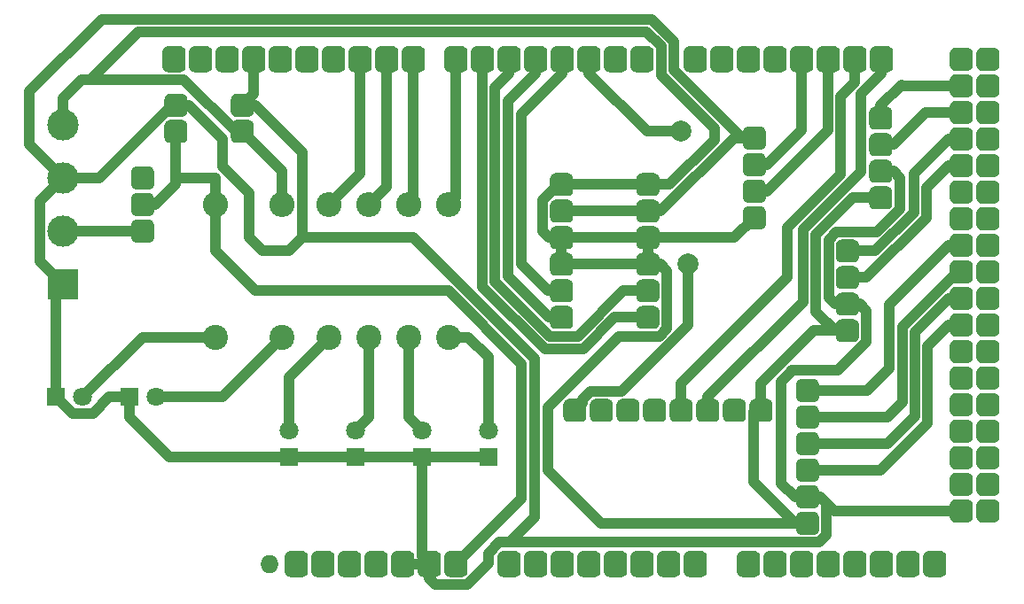
<source format=gbl>
G04 #@! TF.GenerationSoftware,KiCad,Pcbnew,(5.1.4)-1*
G04 #@! TF.CreationDate,2020-12-14T11:09:43+07:00*
G04 #@! TF.ProjectId,back_controller,6261636b-5f63-46f6-9e74-726f6c6c6572,rev?*
G04 #@! TF.SameCoordinates,Original*
G04 #@! TF.FileFunction,Copper,L2,Bot*
G04 #@! TF.FilePolarity,Positive*
%FSLAX46Y46*%
G04 Gerber Fmt 4.6, Leading zero omitted, Abs format (unit mm)*
G04 Created by KiCad (PCBNEW (5.1.4)-1) date 2020-12-14 11:09:43*
%MOMM*%
%LPD*%
G04 APERTURE LIST*
%ADD10C,0.100000*%
%ADD11C,2.200000*%
%ADD12O,1.727200X1.727200*%
%ADD13R,1.800000X1.800000*%
%ADD14C,1.800000*%
%ADD15C,3.000000*%
%ADD16R,3.000000X3.000000*%
%ADD17C,2.400000*%
%ADD18O,2.400000X2.400000*%
%ADD19C,2.000000*%
%ADD20C,1.000000*%
G04 APERTURE END LIST*
D10*
G36*
X108553909Y-66847648D02*
G01*
X108607300Y-66855568D01*
X108659657Y-66868683D01*
X108710476Y-66886866D01*
X108759268Y-66909943D01*
X108805564Y-66937692D01*
X108848916Y-66969844D01*
X108888909Y-67006091D01*
X108925156Y-67046084D01*
X108957308Y-67089436D01*
X108985057Y-67135732D01*
X109008134Y-67184524D01*
X109026317Y-67235343D01*
X109039432Y-67287700D01*
X109047352Y-67341091D01*
X109050000Y-67395000D01*
X109050000Y-68495000D01*
X109047352Y-68548909D01*
X109039432Y-68602300D01*
X109026317Y-68654657D01*
X109008134Y-68705476D01*
X108985057Y-68754268D01*
X108957308Y-68800564D01*
X108925156Y-68843916D01*
X108888909Y-68883909D01*
X108848916Y-68920156D01*
X108805564Y-68952308D01*
X108759268Y-68980057D01*
X108710476Y-69003134D01*
X108659657Y-69021317D01*
X108607300Y-69034432D01*
X108553909Y-69042352D01*
X108500000Y-69045000D01*
X107400000Y-69045000D01*
X107346091Y-69042352D01*
X107292700Y-69034432D01*
X107240343Y-69021317D01*
X107189524Y-69003134D01*
X107140732Y-68980057D01*
X107094436Y-68952308D01*
X107051084Y-68920156D01*
X107011091Y-68883909D01*
X106974844Y-68843916D01*
X106942692Y-68800564D01*
X106914943Y-68754268D01*
X106891866Y-68705476D01*
X106873683Y-68654657D01*
X106860568Y-68602300D01*
X106852648Y-68548909D01*
X106850000Y-68495000D01*
X106850000Y-67395000D01*
X106852648Y-67341091D01*
X106860568Y-67287700D01*
X106873683Y-67235343D01*
X106891866Y-67184524D01*
X106914943Y-67135732D01*
X106942692Y-67089436D01*
X106974844Y-67046084D01*
X107011091Y-67006091D01*
X107051084Y-66969844D01*
X107094436Y-66937692D01*
X107140732Y-66909943D01*
X107189524Y-66886866D01*
X107240343Y-66868683D01*
X107292700Y-66855568D01*
X107346091Y-66847648D01*
X107400000Y-66845000D01*
X108500000Y-66845000D01*
X108553909Y-66847648D01*
X108553909Y-66847648D01*
G37*
D11*
X107950000Y-67945000D03*
D10*
G36*
X108553909Y-69387648D02*
G01*
X108607300Y-69395568D01*
X108659657Y-69408683D01*
X108710476Y-69426866D01*
X108759268Y-69449943D01*
X108805564Y-69477692D01*
X108848916Y-69509844D01*
X108888909Y-69546091D01*
X108925156Y-69586084D01*
X108957308Y-69629436D01*
X108985057Y-69675732D01*
X109008134Y-69724524D01*
X109026317Y-69775343D01*
X109039432Y-69827700D01*
X109047352Y-69881091D01*
X109050000Y-69935000D01*
X109050000Y-71035000D01*
X109047352Y-71088909D01*
X109039432Y-71142300D01*
X109026317Y-71194657D01*
X109008134Y-71245476D01*
X108985057Y-71294268D01*
X108957308Y-71340564D01*
X108925156Y-71383916D01*
X108888909Y-71423909D01*
X108848916Y-71460156D01*
X108805564Y-71492308D01*
X108759268Y-71520057D01*
X108710476Y-71543134D01*
X108659657Y-71561317D01*
X108607300Y-71574432D01*
X108553909Y-71582352D01*
X108500000Y-71585000D01*
X107400000Y-71585000D01*
X107346091Y-71582352D01*
X107292700Y-71574432D01*
X107240343Y-71561317D01*
X107189524Y-71543134D01*
X107140732Y-71520057D01*
X107094436Y-71492308D01*
X107051084Y-71460156D01*
X107011091Y-71423909D01*
X106974844Y-71383916D01*
X106942692Y-71340564D01*
X106914943Y-71294268D01*
X106891866Y-71245476D01*
X106873683Y-71194657D01*
X106860568Y-71142300D01*
X106852648Y-71088909D01*
X106850000Y-71035000D01*
X106850000Y-69935000D01*
X106852648Y-69881091D01*
X106860568Y-69827700D01*
X106873683Y-69775343D01*
X106891866Y-69724524D01*
X106914943Y-69675732D01*
X106942692Y-69629436D01*
X106974844Y-69586084D01*
X107011091Y-69546091D01*
X107051084Y-69509844D01*
X107094436Y-69477692D01*
X107140732Y-69449943D01*
X107189524Y-69426866D01*
X107240343Y-69408683D01*
X107292700Y-69395568D01*
X107346091Y-69387648D01*
X107400000Y-69385000D01*
X108500000Y-69385000D01*
X108553909Y-69387648D01*
X108553909Y-69387648D01*
G37*
D11*
X107950000Y-70485000D03*
D10*
G36*
X108553909Y-71927648D02*
G01*
X108607300Y-71935568D01*
X108659657Y-71948683D01*
X108710476Y-71966866D01*
X108759268Y-71989943D01*
X108805564Y-72017692D01*
X108848916Y-72049844D01*
X108888909Y-72086091D01*
X108925156Y-72126084D01*
X108957308Y-72169436D01*
X108985057Y-72215732D01*
X109008134Y-72264524D01*
X109026317Y-72315343D01*
X109039432Y-72367700D01*
X109047352Y-72421091D01*
X109050000Y-72475000D01*
X109050000Y-73575000D01*
X109047352Y-73628909D01*
X109039432Y-73682300D01*
X109026317Y-73734657D01*
X109008134Y-73785476D01*
X108985057Y-73834268D01*
X108957308Y-73880564D01*
X108925156Y-73923916D01*
X108888909Y-73963909D01*
X108848916Y-74000156D01*
X108805564Y-74032308D01*
X108759268Y-74060057D01*
X108710476Y-74083134D01*
X108659657Y-74101317D01*
X108607300Y-74114432D01*
X108553909Y-74122352D01*
X108500000Y-74125000D01*
X107400000Y-74125000D01*
X107346091Y-74122352D01*
X107292700Y-74114432D01*
X107240343Y-74101317D01*
X107189524Y-74083134D01*
X107140732Y-74060057D01*
X107094436Y-74032308D01*
X107051084Y-74000156D01*
X107011091Y-73963909D01*
X106974844Y-73923916D01*
X106942692Y-73880564D01*
X106914943Y-73834268D01*
X106891866Y-73785476D01*
X106873683Y-73734657D01*
X106860568Y-73682300D01*
X106852648Y-73628909D01*
X106850000Y-73575000D01*
X106850000Y-72475000D01*
X106852648Y-72421091D01*
X106860568Y-72367700D01*
X106873683Y-72315343D01*
X106891866Y-72264524D01*
X106914943Y-72215732D01*
X106942692Y-72169436D01*
X106974844Y-72126084D01*
X107011091Y-72086091D01*
X107051084Y-72049844D01*
X107094436Y-72017692D01*
X107140732Y-71989943D01*
X107189524Y-71966866D01*
X107240343Y-71948683D01*
X107292700Y-71935568D01*
X107346091Y-71927648D01*
X107400000Y-71925000D01*
X108500000Y-71925000D01*
X108553909Y-71927648D01*
X108553909Y-71927648D01*
G37*
D11*
X107950000Y-73025000D03*
D10*
G36*
X108553909Y-74467648D02*
G01*
X108607300Y-74475568D01*
X108659657Y-74488683D01*
X108710476Y-74506866D01*
X108759268Y-74529943D01*
X108805564Y-74557692D01*
X108848916Y-74589844D01*
X108888909Y-74626091D01*
X108925156Y-74666084D01*
X108957308Y-74709436D01*
X108985057Y-74755732D01*
X109008134Y-74804524D01*
X109026317Y-74855343D01*
X109039432Y-74907700D01*
X109047352Y-74961091D01*
X109050000Y-75015000D01*
X109050000Y-76115000D01*
X109047352Y-76168909D01*
X109039432Y-76222300D01*
X109026317Y-76274657D01*
X109008134Y-76325476D01*
X108985057Y-76374268D01*
X108957308Y-76420564D01*
X108925156Y-76463916D01*
X108888909Y-76503909D01*
X108848916Y-76540156D01*
X108805564Y-76572308D01*
X108759268Y-76600057D01*
X108710476Y-76623134D01*
X108659657Y-76641317D01*
X108607300Y-76654432D01*
X108553909Y-76662352D01*
X108500000Y-76665000D01*
X107400000Y-76665000D01*
X107346091Y-76662352D01*
X107292700Y-76654432D01*
X107240343Y-76641317D01*
X107189524Y-76623134D01*
X107140732Y-76600057D01*
X107094436Y-76572308D01*
X107051084Y-76540156D01*
X107011091Y-76503909D01*
X106974844Y-76463916D01*
X106942692Y-76420564D01*
X106914943Y-76374268D01*
X106891866Y-76325476D01*
X106873683Y-76274657D01*
X106860568Y-76222300D01*
X106852648Y-76168909D01*
X106850000Y-76115000D01*
X106850000Y-75015000D01*
X106852648Y-74961091D01*
X106860568Y-74907700D01*
X106873683Y-74855343D01*
X106891866Y-74804524D01*
X106914943Y-74755732D01*
X106942692Y-74709436D01*
X106974844Y-74666084D01*
X107011091Y-74626091D01*
X107051084Y-74589844D01*
X107094436Y-74557692D01*
X107140732Y-74529943D01*
X107189524Y-74506866D01*
X107240343Y-74488683D01*
X107292700Y-74475568D01*
X107346091Y-74467648D01*
X107400000Y-74465000D01*
X108500000Y-74465000D01*
X108553909Y-74467648D01*
X108553909Y-74467648D01*
G37*
D11*
X107950000Y-75565000D03*
D10*
G36*
X108553909Y-77007648D02*
G01*
X108607300Y-77015568D01*
X108659657Y-77028683D01*
X108710476Y-77046866D01*
X108759268Y-77069943D01*
X108805564Y-77097692D01*
X108848916Y-77129844D01*
X108888909Y-77166091D01*
X108925156Y-77206084D01*
X108957308Y-77249436D01*
X108985057Y-77295732D01*
X109008134Y-77344524D01*
X109026317Y-77395343D01*
X109039432Y-77447700D01*
X109047352Y-77501091D01*
X109050000Y-77555000D01*
X109050000Y-78655000D01*
X109047352Y-78708909D01*
X109039432Y-78762300D01*
X109026317Y-78814657D01*
X109008134Y-78865476D01*
X108985057Y-78914268D01*
X108957308Y-78960564D01*
X108925156Y-79003916D01*
X108888909Y-79043909D01*
X108848916Y-79080156D01*
X108805564Y-79112308D01*
X108759268Y-79140057D01*
X108710476Y-79163134D01*
X108659657Y-79181317D01*
X108607300Y-79194432D01*
X108553909Y-79202352D01*
X108500000Y-79205000D01*
X107400000Y-79205000D01*
X107346091Y-79202352D01*
X107292700Y-79194432D01*
X107240343Y-79181317D01*
X107189524Y-79163134D01*
X107140732Y-79140057D01*
X107094436Y-79112308D01*
X107051084Y-79080156D01*
X107011091Y-79043909D01*
X106974844Y-79003916D01*
X106942692Y-78960564D01*
X106914943Y-78914268D01*
X106891866Y-78865476D01*
X106873683Y-78814657D01*
X106860568Y-78762300D01*
X106852648Y-78708909D01*
X106850000Y-78655000D01*
X106850000Y-77555000D01*
X106852648Y-77501091D01*
X106860568Y-77447700D01*
X106873683Y-77395343D01*
X106891866Y-77344524D01*
X106914943Y-77295732D01*
X106942692Y-77249436D01*
X106974844Y-77206084D01*
X107011091Y-77166091D01*
X107051084Y-77129844D01*
X107094436Y-77097692D01*
X107140732Y-77069943D01*
X107189524Y-77046866D01*
X107240343Y-77028683D01*
X107292700Y-77015568D01*
X107346091Y-77007648D01*
X107400000Y-77005000D01*
X108500000Y-77005000D01*
X108553909Y-77007648D01*
X108553909Y-77007648D01*
G37*
D11*
X107950000Y-78105000D03*
D10*
G36*
X108553909Y-79547648D02*
G01*
X108607300Y-79555568D01*
X108659657Y-79568683D01*
X108710476Y-79586866D01*
X108759268Y-79609943D01*
X108805564Y-79637692D01*
X108848916Y-79669844D01*
X108888909Y-79706091D01*
X108925156Y-79746084D01*
X108957308Y-79789436D01*
X108985057Y-79835732D01*
X109008134Y-79884524D01*
X109026317Y-79935343D01*
X109039432Y-79987700D01*
X109047352Y-80041091D01*
X109050000Y-80095000D01*
X109050000Y-81195000D01*
X109047352Y-81248909D01*
X109039432Y-81302300D01*
X109026317Y-81354657D01*
X109008134Y-81405476D01*
X108985057Y-81454268D01*
X108957308Y-81500564D01*
X108925156Y-81543916D01*
X108888909Y-81583909D01*
X108848916Y-81620156D01*
X108805564Y-81652308D01*
X108759268Y-81680057D01*
X108710476Y-81703134D01*
X108659657Y-81721317D01*
X108607300Y-81734432D01*
X108553909Y-81742352D01*
X108500000Y-81745000D01*
X107400000Y-81745000D01*
X107346091Y-81742352D01*
X107292700Y-81734432D01*
X107240343Y-81721317D01*
X107189524Y-81703134D01*
X107140732Y-81680057D01*
X107094436Y-81652308D01*
X107051084Y-81620156D01*
X107011091Y-81583909D01*
X106974844Y-81543916D01*
X106942692Y-81500564D01*
X106914943Y-81454268D01*
X106891866Y-81405476D01*
X106873683Y-81354657D01*
X106860568Y-81302300D01*
X106852648Y-81248909D01*
X106850000Y-81195000D01*
X106850000Y-80095000D01*
X106852648Y-80041091D01*
X106860568Y-79987700D01*
X106873683Y-79935343D01*
X106891866Y-79884524D01*
X106914943Y-79835732D01*
X106942692Y-79789436D01*
X106974844Y-79746084D01*
X107011091Y-79706091D01*
X107051084Y-79669844D01*
X107094436Y-79637692D01*
X107140732Y-79609943D01*
X107189524Y-79586866D01*
X107240343Y-79568683D01*
X107292700Y-79555568D01*
X107346091Y-79547648D01*
X107400000Y-79545000D01*
X108500000Y-79545000D01*
X108553909Y-79547648D01*
X108553909Y-79547648D01*
G37*
D11*
X107950000Y-80645000D03*
D10*
G36*
X95293910Y-102967649D02*
G01*
X95347301Y-102975569D01*
X95399658Y-102988684D01*
X95450477Y-103006867D01*
X95499269Y-103029944D01*
X95545565Y-103057693D01*
X95588917Y-103089845D01*
X95628910Y-103126092D01*
X95665157Y-103166085D01*
X95697309Y-103209437D01*
X95725058Y-103255733D01*
X95748135Y-103304525D01*
X95766318Y-103355344D01*
X95779433Y-103407701D01*
X95787353Y-103461092D01*
X95790001Y-103515001D01*
X95790001Y-104915001D01*
X95787353Y-104968910D01*
X95779433Y-105022301D01*
X95766318Y-105074658D01*
X95748135Y-105125477D01*
X95725058Y-105174269D01*
X95697309Y-105220565D01*
X95665157Y-105263917D01*
X95628910Y-105303910D01*
X95588917Y-105340157D01*
X95545565Y-105372309D01*
X95499269Y-105400058D01*
X95450477Y-105423135D01*
X95399658Y-105441318D01*
X95347301Y-105454433D01*
X95293910Y-105462353D01*
X95240001Y-105465001D01*
X94140001Y-105465001D01*
X94086092Y-105462353D01*
X94032701Y-105454433D01*
X93980344Y-105441318D01*
X93929525Y-105423135D01*
X93880733Y-105400058D01*
X93834437Y-105372309D01*
X93791085Y-105340157D01*
X93751092Y-105303910D01*
X93714845Y-105263917D01*
X93682693Y-105220565D01*
X93654944Y-105174269D01*
X93631867Y-105125477D01*
X93613684Y-105074658D01*
X93600569Y-105022301D01*
X93592649Y-104968910D01*
X93590001Y-104915001D01*
X93590001Y-103515001D01*
X93592649Y-103461092D01*
X93600569Y-103407701D01*
X93613684Y-103355344D01*
X93631867Y-103304525D01*
X93654944Y-103255733D01*
X93682693Y-103209437D01*
X93714845Y-103166085D01*
X93751092Y-103126092D01*
X93791085Y-103089845D01*
X93834437Y-103057693D01*
X93880733Y-103029944D01*
X93929525Y-103006867D01*
X93980344Y-102988684D01*
X94032701Y-102975569D01*
X94086092Y-102967649D01*
X94140001Y-102965001D01*
X95240001Y-102965001D01*
X95293910Y-102967649D01*
X95293910Y-102967649D01*
G37*
D11*
X94690001Y-104215001D03*
D10*
G36*
X90213910Y-102967649D02*
G01*
X90267301Y-102975569D01*
X90319658Y-102988684D01*
X90370477Y-103006867D01*
X90419269Y-103029944D01*
X90465565Y-103057693D01*
X90508917Y-103089845D01*
X90548910Y-103126092D01*
X90585157Y-103166085D01*
X90617309Y-103209437D01*
X90645058Y-103255733D01*
X90668135Y-103304525D01*
X90686318Y-103355344D01*
X90699433Y-103407701D01*
X90707353Y-103461092D01*
X90710001Y-103515001D01*
X90710001Y-104915001D01*
X90707353Y-104968910D01*
X90699433Y-105022301D01*
X90686318Y-105074658D01*
X90668135Y-105125477D01*
X90645058Y-105174269D01*
X90617309Y-105220565D01*
X90585157Y-105263917D01*
X90548910Y-105303910D01*
X90508917Y-105340157D01*
X90465565Y-105372309D01*
X90419269Y-105400058D01*
X90370477Y-105423135D01*
X90319658Y-105441318D01*
X90267301Y-105454433D01*
X90213910Y-105462353D01*
X90160001Y-105465001D01*
X89060001Y-105465001D01*
X89006092Y-105462353D01*
X88952701Y-105454433D01*
X88900344Y-105441318D01*
X88849525Y-105423135D01*
X88800733Y-105400058D01*
X88754437Y-105372309D01*
X88711085Y-105340157D01*
X88671092Y-105303910D01*
X88634845Y-105263917D01*
X88602693Y-105220565D01*
X88574944Y-105174269D01*
X88551867Y-105125477D01*
X88533684Y-105074658D01*
X88520569Y-105022301D01*
X88512649Y-104968910D01*
X88510001Y-104915001D01*
X88510001Y-103515001D01*
X88512649Y-103461092D01*
X88520569Y-103407701D01*
X88533684Y-103355344D01*
X88551867Y-103304525D01*
X88574944Y-103255733D01*
X88602693Y-103209437D01*
X88634845Y-103166085D01*
X88671092Y-103126092D01*
X88711085Y-103089845D01*
X88754437Y-103057693D01*
X88800733Y-103029944D01*
X88849525Y-103006867D01*
X88900344Y-102988684D01*
X88952701Y-102975569D01*
X89006092Y-102967649D01*
X89060001Y-102965001D01*
X90160001Y-102965001D01*
X90213910Y-102967649D01*
X90213910Y-102967649D01*
G37*
D11*
X89610001Y-104215001D03*
D10*
G36*
X87673910Y-102967649D02*
G01*
X87727301Y-102975569D01*
X87779658Y-102988684D01*
X87830477Y-103006867D01*
X87879269Y-103029944D01*
X87925565Y-103057693D01*
X87968917Y-103089845D01*
X88008910Y-103126092D01*
X88045157Y-103166085D01*
X88077309Y-103209437D01*
X88105058Y-103255733D01*
X88128135Y-103304525D01*
X88146318Y-103355344D01*
X88159433Y-103407701D01*
X88167353Y-103461092D01*
X88170001Y-103515001D01*
X88170001Y-104915001D01*
X88167353Y-104968910D01*
X88159433Y-105022301D01*
X88146318Y-105074658D01*
X88128135Y-105125477D01*
X88105058Y-105174269D01*
X88077309Y-105220565D01*
X88045157Y-105263917D01*
X88008910Y-105303910D01*
X87968917Y-105340157D01*
X87925565Y-105372309D01*
X87879269Y-105400058D01*
X87830477Y-105423135D01*
X87779658Y-105441318D01*
X87727301Y-105454433D01*
X87673910Y-105462353D01*
X87620001Y-105465001D01*
X86520001Y-105465001D01*
X86466092Y-105462353D01*
X86412701Y-105454433D01*
X86360344Y-105441318D01*
X86309525Y-105423135D01*
X86260733Y-105400058D01*
X86214437Y-105372309D01*
X86171085Y-105340157D01*
X86131092Y-105303910D01*
X86094845Y-105263917D01*
X86062693Y-105220565D01*
X86034944Y-105174269D01*
X86011867Y-105125477D01*
X85993684Y-105074658D01*
X85980569Y-105022301D01*
X85972649Y-104968910D01*
X85970001Y-104915001D01*
X85970001Y-103515001D01*
X85972649Y-103461092D01*
X85980569Y-103407701D01*
X85993684Y-103355344D01*
X86011867Y-103304525D01*
X86034944Y-103255733D01*
X86062693Y-103209437D01*
X86094845Y-103166085D01*
X86131092Y-103126092D01*
X86171085Y-103089845D01*
X86214437Y-103057693D01*
X86260733Y-103029944D01*
X86309525Y-103006867D01*
X86360344Y-102988684D01*
X86412701Y-102975569D01*
X86466092Y-102967649D01*
X86520001Y-102965001D01*
X87620001Y-102965001D01*
X87673910Y-102967649D01*
X87673910Y-102967649D01*
G37*
D11*
X87070001Y-104215001D03*
D10*
G36*
X85133910Y-102967649D02*
G01*
X85187301Y-102975569D01*
X85239658Y-102988684D01*
X85290477Y-103006867D01*
X85339269Y-103029944D01*
X85385565Y-103057693D01*
X85428917Y-103089845D01*
X85468910Y-103126092D01*
X85505157Y-103166085D01*
X85537309Y-103209437D01*
X85565058Y-103255733D01*
X85588135Y-103304525D01*
X85606318Y-103355344D01*
X85619433Y-103407701D01*
X85627353Y-103461092D01*
X85630001Y-103515001D01*
X85630001Y-104915001D01*
X85627353Y-104968910D01*
X85619433Y-105022301D01*
X85606318Y-105074658D01*
X85588135Y-105125477D01*
X85565058Y-105174269D01*
X85537309Y-105220565D01*
X85505157Y-105263917D01*
X85468910Y-105303910D01*
X85428917Y-105340157D01*
X85385565Y-105372309D01*
X85339269Y-105400058D01*
X85290477Y-105423135D01*
X85239658Y-105441318D01*
X85187301Y-105454433D01*
X85133910Y-105462353D01*
X85080001Y-105465001D01*
X83980001Y-105465001D01*
X83926092Y-105462353D01*
X83872701Y-105454433D01*
X83820344Y-105441318D01*
X83769525Y-105423135D01*
X83720733Y-105400058D01*
X83674437Y-105372309D01*
X83631085Y-105340157D01*
X83591092Y-105303910D01*
X83554845Y-105263917D01*
X83522693Y-105220565D01*
X83494944Y-105174269D01*
X83471867Y-105125477D01*
X83453684Y-105074658D01*
X83440569Y-105022301D01*
X83432649Y-104968910D01*
X83430001Y-104915001D01*
X83430001Y-103515001D01*
X83432649Y-103461092D01*
X83440569Y-103407701D01*
X83453684Y-103355344D01*
X83471867Y-103304525D01*
X83494944Y-103255733D01*
X83522693Y-103209437D01*
X83554845Y-103166085D01*
X83591092Y-103126092D01*
X83631085Y-103089845D01*
X83674437Y-103057693D01*
X83720733Y-103029944D01*
X83769525Y-103006867D01*
X83820344Y-102988684D01*
X83872701Y-102975569D01*
X83926092Y-102967649D01*
X83980001Y-102965001D01*
X85080001Y-102965001D01*
X85133910Y-102967649D01*
X85133910Y-102967649D01*
G37*
D11*
X84530001Y-104215001D03*
D10*
G36*
X82593910Y-102967649D02*
G01*
X82647301Y-102975569D01*
X82699658Y-102988684D01*
X82750477Y-103006867D01*
X82799269Y-103029944D01*
X82845565Y-103057693D01*
X82888917Y-103089845D01*
X82928910Y-103126092D01*
X82965157Y-103166085D01*
X82997309Y-103209437D01*
X83025058Y-103255733D01*
X83048135Y-103304525D01*
X83066318Y-103355344D01*
X83079433Y-103407701D01*
X83087353Y-103461092D01*
X83090001Y-103515001D01*
X83090001Y-104915001D01*
X83087353Y-104968910D01*
X83079433Y-105022301D01*
X83066318Y-105074658D01*
X83048135Y-105125477D01*
X83025058Y-105174269D01*
X82997309Y-105220565D01*
X82965157Y-105263917D01*
X82928910Y-105303910D01*
X82888917Y-105340157D01*
X82845565Y-105372309D01*
X82799269Y-105400058D01*
X82750477Y-105423135D01*
X82699658Y-105441318D01*
X82647301Y-105454433D01*
X82593910Y-105462353D01*
X82540001Y-105465001D01*
X81440001Y-105465001D01*
X81386092Y-105462353D01*
X81332701Y-105454433D01*
X81280344Y-105441318D01*
X81229525Y-105423135D01*
X81180733Y-105400058D01*
X81134437Y-105372309D01*
X81091085Y-105340157D01*
X81051092Y-105303910D01*
X81014845Y-105263917D01*
X80982693Y-105220565D01*
X80954944Y-105174269D01*
X80931867Y-105125477D01*
X80913684Y-105074658D01*
X80900569Y-105022301D01*
X80892649Y-104968910D01*
X80890001Y-104915001D01*
X80890001Y-103515001D01*
X80892649Y-103461092D01*
X80900569Y-103407701D01*
X80913684Y-103355344D01*
X80931867Y-103304525D01*
X80954944Y-103255733D01*
X80982693Y-103209437D01*
X81014845Y-103166085D01*
X81051092Y-103126092D01*
X81091085Y-103089845D01*
X81134437Y-103057693D01*
X81180733Y-103029944D01*
X81229525Y-103006867D01*
X81280344Y-102988684D01*
X81332701Y-102975569D01*
X81386092Y-102967649D01*
X81440001Y-102965001D01*
X82540001Y-102965001D01*
X82593910Y-102967649D01*
X82593910Y-102967649D01*
G37*
D11*
X81990001Y-104215001D03*
D10*
G36*
X80053910Y-102967649D02*
G01*
X80107301Y-102975569D01*
X80159658Y-102988684D01*
X80210477Y-103006867D01*
X80259269Y-103029944D01*
X80305565Y-103057693D01*
X80348917Y-103089845D01*
X80388910Y-103126092D01*
X80425157Y-103166085D01*
X80457309Y-103209437D01*
X80485058Y-103255733D01*
X80508135Y-103304525D01*
X80526318Y-103355344D01*
X80539433Y-103407701D01*
X80547353Y-103461092D01*
X80550001Y-103515001D01*
X80550001Y-104915001D01*
X80547353Y-104968910D01*
X80539433Y-105022301D01*
X80526318Y-105074658D01*
X80508135Y-105125477D01*
X80485058Y-105174269D01*
X80457309Y-105220565D01*
X80425157Y-105263917D01*
X80388910Y-105303910D01*
X80348917Y-105340157D01*
X80305565Y-105372309D01*
X80259269Y-105400058D01*
X80210477Y-105423135D01*
X80159658Y-105441318D01*
X80107301Y-105454433D01*
X80053910Y-105462353D01*
X80000001Y-105465001D01*
X78900001Y-105465001D01*
X78846092Y-105462353D01*
X78792701Y-105454433D01*
X78740344Y-105441318D01*
X78689525Y-105423135D01*
X78640733Y-105400058D01*
X78594437Y-105372309D01*
X78551085Y-105340157D01*
X78511092Y-105303910D01*
X78474845Y-105263917D01*
X78442693Y-105220565D01*
X78414944Y-105174269D01*
X78391867Y-105125477D01*
X78373684Y-105074658D01*
X78360569Y-105022301D01*
X78352649Y-104968910D01*
X78350001Y-104915001D01*
X78350001Y-103515001D01*
X78352649Y-103461092D01*
X78360569Y-103407701D01*
X78373684Y-103355344D01*
X78391867Y-103304525D01*
X78414944Y-103255733D01*
X78442693Y-103209437D01*
X78474845Y-103166085D01*
X78511092Y-103126092D01*
X78551085Y-103089845D01*
X78594437Y-103057693D01*
X78640733Y-103029944D01*
X78689525Y-103006867D01*
X78740344Y-102988684D01*
X78792701Y-102975569D01*
X78846092Y-102967649D01*
X78900001Y-102965001D01*
X80000001Y-102965001D01*
X80053910Y-102967649D01*
X80053910Y-102967649D01*
G37*
D11*
X79450001Y-104215001D03*
D10*
G36*
X77513910Y-102967649D02*
G01*
X77567301Y-102975569D01*
X77619658Y-102988684D01*
X77670477Y-103006867D01*
X77719269Y-103029944D01*
X77765565Y-103057693D01*
X77808917Y-103089845D01*
X77848910Y-103126092D01*
X77885157Y-103166085D01*
X77917309Y-103209437D01*
X77945058Y-103255733D01*
X77968135Y-103304525D01*
X77986318Y-103355344D01*
X77999433Y-103407701D01*
X78007353Y-103461092D01*
X78010001Y-103515001D01*
X78010001Y-104915001D01*
X78007353Y-104968910D01*
X77999433Y-105022301D01*
X77986318Y-105074658D01*
X77968135Y-105125477D01*
X77945058Y-105174269D01*
X77917309Y-105220565D01*
X77885157Y-105263917D01*
X77848910Y-105303910D01*
X77808917Y-105340157D01*
X77765565Y-105372309D01*
X77719269Y-105400058D01*
X77670477Y-105423135D01*
X77619658Y-105441318D01*
X77567301Y-105454433D01*
X77513910Y-105462353D01*
X77460001Y-105465001D01*
X76360001Y-105465001D01*
X76306092Y-105462353D01*
X76252701Y-105454433D01*
X76200344Y-105441318D01*
X76149525Y-105423135D01*
X76100733Y-105400058D01*
X76054437Y-105372309D01*
X76011085Y-105340157D01*
X75971092Y-105303910D01*
X75934845Y-105263917D01*
X75902693Y-105220565D01*
X75874944Y-105174269D01*
X75851867Y-105125477D01*
X75833684Y-105074658D01*
X75820569Y-105022301D01*
X75812649Y-104968910D01*
X75810001Y-104915001D01*
X75810001Y-103515001D01*
X75812649Y-103461092D01*
X75820569Y-103407701D01*
X75833684Y-103355344D01*
X75851867Y-103304525D01*
X75874944Y-103255733D01*
X75902693Y-103209437D01*
X75934845Y-103166085D01*
X75971092Y-103126092D01*
X76011085Y-103089845D01*
X76054437Y-103057693D01*
X76100733Y-103029944D01*
X76149525Y-103006867D01*
X76200344Y-102988684D01*
X76252701Y-102975569D01*
X76306092Y-102967649D01*
X76360001Y-102965001D01*
X77460001Y-102965001D01*
X77513910Y-102967649D01*
X77513910Y-102967649D01*
G37*
D11*
X76910001Y-104215001D03*
D10*
G36*
X74973910Y-102967649D02*
G01*
X75027301Y-102975569D01*
X75079658Y-102988684D01*
X75130477Y-103006867D01*
X75179269Y-103029944D01*
X75225565Y-103057693D01*
X75268917Y-103089845D01*
X75308910Y-103126092D01*
X75345157Y-103166085D01*
X75377309Y-103209437D01*
X75405058Y-103255733D01*
X75428135Y-103304525D01*
X75446318Y-103355344D01*
X75459433Y-103407701D01*
X75467353Y-103461092D01*
X75470001Y-103515001D01*
X75470001Y-104915001D01*
X75467353Y-104968910D01*
X75459433Y-105022301D01*
X75446318Y-105074658D01*
X75428135Y-105125477D01*
X75405058Y-105174269D01*
X75377309Y-105220565D01*
X75345157Y-105263917D01*
X75308910Y-105303910D01*
X75268917Y-105340157D01*
X75225565Y-105372309D01*
X75179269Y-105400058D01*
X75130477Y-105423135D01*
X75079658Y-105441318D01*
X75027301Y-105454433D01*
X74973910Y-105462353D01*
X74920001Y-105465001D01*
X73820001Y-105465001D01*
X73766092Y-105462353D01*
X73712701Y-105454433D01*
X73660344Y-105441318D01*
X73609525Y-105423135D01*
X73560733Y-105400058D01*
X73514437Y-105372309D01*
X73471085Y-105340157D01*
X73431092Y-105303910D01*
X73394845Y-105263917D01*
X73362693Y-105220565D01*
X73334944Y-105174269D01*
X73311867Y-105125477D01*
X73293684Y-105074658D01*
X73280569Y-105022301D01*
X73272649Y-104968910D01*
X73270001Y-104915001D01*
X73270001Y-103515001D01*
X73272649Y-103461092D01*
X73280569Y-103407701D01*
X73293684Y-103355344D01*
X73311867Y-103304525D01*
X73334944Y-103255733D01*
X73362693Y-103209437D01*
X73394845Y-103166085D01*
X73431092Y-103126092D01*
X73471085Y-103089845D01*
X73514437Y-103057693D01*
X73560733Y-103029944D01*
X73609525Y-103006867D01*
X73660344Y-102988684D01*
X73712701Y-102975569D01*
X73766092Y-102967649D01*
X73820001Y-102965001D01*
X74920001Y-102965001D01*
X74973910Y-102967649D01*
X74973910Y-102967649D01*
G37*
D11*
X74370001Y-104215001D03*
D10*
G36*
X130853910Y-54707649D02*
G01*
X130907301Y-54715569D01*
X130959658Y-54728684D01*
X131010477Y-54746867D01*
X131059269Y-54769944D01*
X131105565Y-54797693D01*
X131148917Y-54829845D01*
X131188910Y-54866092D01*
X131225157Y-54906085D01*
X131257309Y-54949437D01*
X131285058Y-54995733D01*
X131308135Y-55044525D01*
X131326318Y-55095344D01*
X131339433Y-55147701D01*
X131347353Y-55201092D01*
X131350001Y-55255001D01*
X131350001Y-56655001D01*
X131347353Y-56708910D01*
X131339433Y-56762301D01*
X131326318Y-56814658D01*
X131308135Y-56865477D01*
X131285058Y-56914269D01*
X131257309Y-56960565D01*
X131225157Y-57003917D01*
X131188910Y-57043910D01*
X131148917Y-57080157D01*
X131105565Y-57112309D01*
X131059269Y-57140058D01*
X131010477Y-57163135D01*
X130959658Y-57181318D01*
X130907301Y-57194433D01*
X130853910Y-57202353D01*
X130800001Y-57205001D01*
X129700001Y-57205001D01*
X129646092Y-57202353D01*
X129592701Y-57194433D01*
X129540344Y-57181318D01*
X129489525Y-57163135D01*
X129440733Y-57140058D01*
X129394437Y-57112309D01*
X129351085Y-57080157D01*
X129311092Y-57043910D01*
X129274845Y-57003917D01*
X129242693Y-56960565D01*
X129214944Y-56914269D01*
X129191867Y-56865477D01*
X129173684Y-56814658D01*
X129160569Y-56762301D01*
X129152649Y-56708910D01*
X129150001Y-56655001D01*
X129150001Y-55255001D01*
X129152649Y-55201092D01*
X129160569Y-55147701D01*
X129173684Y-55095344D01*
X129191867Y-55044525D01*
X129214944Y-54995733D01*
X129242693Y-54949437D01*
X129274845Y-54906085D01*
X129311092Y-54866092D01*
X129351085Y-54829845D01*
X129394437Y-54797693D01*
X129440733Y-54769944D01*
X129489525Y-54746867D01*
X129540344Y-54728684D01*
X129592701Y-54715569D01*
X129646092Y-54707649D01*
X129700001Y-54705001D01*
X130800001Y-54705001D01*
X130853910Y-54707649D01*
X130853910Y-54707649D01*
G37*
D11*
X130250001Y-55955001D03*
D10*
G36*
X128313910Y-54707649D02*
G01*
X128367301Y-54715569D01*
X128419658Y-54728684D01*
X128470477Y-54746867D01*
X128519269Y-54769944D01*
X128565565Y-54797693D01*
X128608917Y-54829845D01*
X128648910Y-54866092D01*
X128685157Y-54906085D01*
X128717309Y-54949437D01*
X128745058Y-54995733D01*
X128768135Y-55044525D01*
X128786318Y-55095344D01*
X128799433Y-55147701D01*
X128807353Y-55201092D01*
X128810001Y-55255001D01*
X128810001Y-56655001D01*
X128807353Y-56708910D01*
X128799433Y-56762301D01*
X128786318Y-56814658D01*
X128768135Y-56865477D01*
X128745058Y-56914269D01*
X128717309Y-56960565D01*
X128685157Y-57003917D01*
X128648910Y-57043910D01*
X128608917Y-57080157D01*
X128565565Y-57112309D01*
X128519269Y-57140058D01*
X128470477Y-57163135D01*
X128419658Y-57181318D01*
X128367301Y-57194433D01*
X128313910Y-57202353D01*
X128260001Y-57205001D01*
X127160001Y-57205001D01*
X127106092Y-57202353D01*
X127052701Y-57194433D01*
X127000344Y-57181318D01*
X126949525Y-57163135D01*
X126900733Y-57140058D01*
X126854437Y-57112309D01*
X126811085Y-57080157D01*
X126771092Y-57043910D01*
X126734845Y-57003917D01*
X126702693Y-56960565D01*
X126674944Y-56914269D01*
X126651867Y-56865477D01*
X126633684Y-56814658D01*
X126620569Y-56762301D01*
X126612649Y-56708910D01*
X126610001Y-56655001D01*
X126610001Y-55255001D01*
X126612649Y-55201092D01*
X126620569Y-55147701D01*
X126633684Y-55095344D01*
X126651867Y-55044525D01*
X126674944Y-54995733D01*
X126702693Y-54949437D01*
X126734845Y-54906085D01*
X126771092Y-54866092D01*
X126811085Y-54829845D01*
X126854437Y-54797693D01*
X126900733Y-54769944D01*
X126949525Y-54746867D01*
X127000344Y-54728684D01*
X127052701Y-54715569D01*
X127106092Y-54707649D01*
X127160001Y-54705001D01*
X128260001Y-54705001D01*
X128313910Y-54707649D01*
X128313910Y-54707649D01*
G37*
D11*
X127710001Y-55955001D03*
D10*
G36*
X125773910Y-54707649D02*
G01*
X125827301Y-54715569D01*
X125879658Y-54728684D01*
X125930477Y-54746867D01*
X125979269Y-54769944D01*
X126025565Y-54797693D01*
X126068917Y-54829845D01*
X126108910Y-54866092D01*
X126145157Y-54906085D01*
X126177309Y-54949437D01*
X126205058Y-54995733D01*
X126228135Y-55044525D01*
X126246318Y-55095344D01*
X126259433Y-55147701D01*
X126267353Y-55201092D01*
X126270001Y-55255001D01*
X126270001Y-56655001D01*
X126267353Y-56708910D01*
X126259433Y-56762301D01*
X126246318Y-56814658D01*
X126228135Y-56865477D01*
X126205058Y-56914269D01*
X126177309Y-56960565D01*
X126145157Y-57003917D01*
X126108910Y-57043910D01*
X126068917Y-57080157D01*
X126025565Y-57112309D01*
X125979269Y-57140058D01*
X125930477Y-57163135D01*
X125879658Y-57181318D01*
X125827301Y-57194433D01*
X125773910Y-57202353D01*
X125720001Y-57205001D01*
X124620001Y-57205001D01*
X124566092Y-57202353D01*
X124512701Y-57194433D01*
X124460344Y-57181318D01*
X124409525Y-57163135D01*
X124360733Y-57140058D01*
X124314437Y-57112309D01*
X124271085Y-57080157D01*
X124231092Y-57043910D01*
X124194845Y-57003917D01*
X124162693Y-56960565D01*
X124134944Y-56914269D01*
X124111867Y-56865477D01*
X124093684Y-56814658D01*
X124080569Y-56762301D01*
X124072649Y-56708910D01*
X124070001Y-56655001D01*
X124070001Y-55255001D01*
X124072649Y-55201092D01*
X124080569Y-55147701D01*
X124093684Y-55095344D01*
X124111867Y-55044525D01*
X124134944Y-54995733D01*
X124162693Y-54949437D01*
X124194845Y-54906085D01*
X124231092Y-54866092D01*
X124271085Y-54829845D01*
X124314437Y-54797693D01*
X124360733Y-54769944D01*
X124409525Y-54746867D01*
X124460344Y-54728684D01*
X124512701Y-54715569D01*
X124566092Y-54707649D01*
X124620001Y-54705001D01*
X125720001Y-54705001D01*
X125773910Y-54707649D01*
X125773910Y-54707649D01*
G37*
D11*
X125170001Y-55955001D03*
D10*
G36*
X123233910Y-54707649D02*
G01*
X123287301Y-54715569D01*
X123339658Y-54728684D01*
X123390477Y-54746867D01*
X123439269Y-54769944D01*
X123485565Y-54797693D01*
X123528917Y-54829845D01*
X123568910Y-54866092D01*
X123605157Y-54906085D01*
X123637309Y-54949437D01*
X123665058Y-54995733D01*
X123688135Y-55044525D01*
X123706318Y-55095344D01*
X123719433Y-55147701D01*
X123727353Y-55201092D01*
X123730001Y-55255001D01*
X123730001Y-56655001D01*
X123727353Y-56708910D01*
X123719433Y-56762301D01*
X123706318Y-56814658D01*
X123688135Y-56865477D01*
X123665058Y-56914269D01*
X123637309Y-56960565D01*
X123605157Y-57003917D01*
X123568910Y-57043910D01*
X123528917Y-57080157D01*
X123485565Y-57112309D01*
X123439269Y-57140058D01*
X123390477Y-57163135D01*
X123339658Y-57181318D01*
X123287301Y-57194433D01*
X123233910Y-57202353D01*
X123180001Y-57205001D01*
X122080001Y-57205001D01*
X122026092Y-57202353D01*
X121972701Y-57194433D01*
X121920344Y-57181318D01*
X121869525Y-57163135D01*
X121820733Y-57140058D01*
X121774437Y-57112309D01*
X121731085Y-57080157D01*
X121691092Y-57043910D01*
X121654845Y-57003917D01*
X121622693Y-56960565D01*
X121594944Y-56914269D01*
X121571867Y-56865477D01*
X121553684Y-56814658D01*
X121540569Y-56762301D01*
X121532649Y-56708910D01*
X121530001Y-56655001D01*
X121530001Y-55255001D01*
X121532649Y-55201092D01*
X121540569Y-55147701D01*
X121553684Y-55095344D01*
X121571867Y-55044525D01*
X121594944Y-54995733D01*
X121622693Y-54949437D01*
X121654845Y-54906085D01*
X121691092Y-54866092D01*
X121731085Y-54829845D01*
X121774437Y-54797693D01*
X121820733Y-54769944D01*
X121869525Y-54746867D01*
X121920344Y-54728684D01*
X121972701Y-54715569D01*
X122026092Y-54707649D01*
X122080001Y-54705001D01*
X123180001Y-54705001D01*
X123233910Y-54707649D01*
X123233910Y-54707649D01*
G37*
D11*
X122630001Y-55955001D03*
D10*
G36*
X120693910Y-54707649D02*
G01*
X120747301Y-54715569D01*
X120799658Y-54728684D01*
X120850477Y-54746867D01*
X120899269Y-54769944D01*
X120945565Y-54797693D01*
X120988917Y-54829845D01*
X121028910Y-54866092D01*
X121065157Y-54906085D01*
X121097309Y-54949437D01*
X121125058Y-54995733D01*
X121148135Y-55044525D01*
X121166318Y-55095344D01*
X121179433Y-55147701D01*
X121187353Y-55201092D01*
X121190001Y-55255001D01*
X121190001Y-56655001D01*
X121187353Y-56708910D01*
X121179433Y-56762301D01*
X121166318Y-56814658D01*
X121148135Y-56865477D01*
X121125058Y-56914269D01*
X121097309Y-56960565D01*
X121065157Y-57003917D01*
X121028910Y-57043910D01*
X120988917Y-57080157D01*
X120945565Y-57112309D01*
X120899269Y-57140058D01*
X120850477Y-57163135D01*
X120799658Y-57181318D01*
X120747301Y-57194433D01*
X120693910Y-57202353D01*
X120640001Y-57205001D01*
X119540001Y-57205001D01*
X119486092Y-57202353D01*
X119432701Y-57194433D01*
X119380344Y-57181318D01*
X119329525Y-57163135D01*
X119280733Y-57140058D01*
X119234437Y-57112309D01*
X119191085Y-57080157D01*
X119151092Y-57043910D01*
X119114845Y-57003917D01*
X119082693Y-56960565D01*
X119054944Y-56914269D01*
X119031867Y-56865477D01*
X119013684Y-56814658D01*
X119000569Y-56762301D01*
X118992649Y-56708910D01*
X118990001Y-56655001D01*
X118990001Y-55255001D01*
X118992649Y-55201092D01*
X119000569Y-55147701D01*
X119013684Y-55095344D01*
X119031867Y-55044525D01*
X119054944Y-54995733D01*
X119082693Y-54949437D01*
X119114845Y-54906085D01*
X119151092Y-54866092D01*
X119191085Y-54829845D01*
X119234437Y-54797693D01*
X119280733Y-54769944D01*
X119329525Y-54746867D01*
X119380344Y-54728684D01*
X119432701Y-54715569D01*
X119486092Y-54707649D01*
X119540001Y-54705001D01*
X120640001Y-54705001D01*
X120693910Y-54707649D01*
X120693910Y-54707649D01*
G37*
D11*
X120090001Y-55955001D03*
D10*
G36*
X118153910Y-54707649D02*
G01*
X118207301Y-54715569D01*
X118259658Y-54728684D01*
X118310477Y-54746867D01*
X118359269Y-54769944D01*
X118405565Y-54797693D01*
X118448917Y-54829845D01*
X118488910Y-54866092D01*
X118525157Y-54906085D01*
X118557309Y-54949437D01*
X118585058Y-54995733D01*
X118608135Y-55044525D01*
X118626318Y-55095344D01*
X118639433Y-55147701D01*
X118647353Y-55201092D01*
X118650001Y-55255001D01*
X118650001Y-56655001D01*
X118647353Y-56708910D01*
X118639433Y-56762301D01*
X118626318Y-56814658D01*
X118608135Y-56865477D01*
X118585058Y-56914269D01*
X118557309Y-56960565D01*
X118525157Y-57003917D01*
X118488910Y-57043910D01*
X118448917Y-57080157D01*
X118405565Y-57112309D01*
X118359269Y-57140058D01*
X118310477Y-57163135D01*
X118259658Y-57181318D01*
X118207301Y-57194433D01*
X118153910Y-57202353D01*
X118100001Y-57205001D01*
X117000001Y-57205001D01*
X116946092Y-57202353D01*
X116892701Y-57194433D01*
X116840344Y-57181318D01*
X116789525Y-57163135D01*
X116740733Y-57140058D01*
X116694437Y-57112309D01*
X116651085Y-57080157D01*
X116611092Y-57043910D01*
X116574845Y-57003917D01*
X116542693Y-56960565D01*
X116514944Y-56914269D01*
X116491867Y-56865477D01*
X116473684Y-56814658D01*
X116460569Y-56762301D01*
X116452649Y-56708910D01*
X116450001Y-56655001D01*
X116450001Y-55255001D01*
X116452649Y-55201092D01*
X116460569Y-55147701D01*
X116473684Y-55095344D01*
X116491867Y-55044525D01*
X116514944Y-54995733D01*
X116542693Y-54949437D01*
X116574845Y-54906085D01*
X116611092Y-54866092D01*
X116651085Y-54829845D01*
X116694437Y-54797693D01*
X116740733Y-54769944D01*
X116789525Y-54746867D01*
X116840344Y-54728684D01*
X116892701Y-54715569D01*
X116946092Y-54707649D01*
X117000001Y-54705001D01*
X118100001Y-54705001D01*
X118153910Y-54707649D01*
X118153910Y-54707649D01*
G37*
D11*
X117550001Y-55955001D03*
D10*
G36*
X115613910Y-54707649D02*
G01*
X115667301Y-54715569D01*
X115719658Y-54728684D01*
X115770477Y-54746867D01*
X115819269Y-54769944D01*
X115865565Y-54797693D01*
X115908917Y-54829845D01*
X115948910Y-54866092D01*
X115985157Y-54906085D01*
X116017309Y-54949437D01*
X116045058Y-54995733D01*
X116068135Y-55044525D01*
X116086318Y-55095344D01*
X116099433Y-55147701D01*
X116107353Y-55201092D01*
X116110001Y-55255001D01*
X116110001Y-56655001D01*
X116107353Y-56708910D01*
X116099433Y-56762301D01*
X116086318Y-56814658D01*
X116068135Y-56865477D01*
X116045058Y-56914269D01*
X116017309Y-56960565D01*
X115985157Y-57003917D01*
X115948910Y-57043910D01*
X115908917Y-57080157D01*
X115865565Y-57112309D01*
X115819269Y-57140058D01*
X115770477Y-57163135D01*
X115719658Y-57181318D01*
X115667301Y-57194433D01*
X115613910Y-57202353D01*
X115560001Y-57205001D01*
X114460001Y-57205001D01*
X114406092Y-57202353D01*
X114352701Y-57194433D01*
X114300344Y-57181318D01*
X114249525Y-57163135D01*
X114200733Y-57140058D01*
X114154437Y-57112309D01*
X114111085Y-57080157D01*
X114071092Y-57043910D01*
X114034845Y-57003917D01*
X114002693Y-56960565D01*
X113974944Y-56914269D01*
X113951867Y-56865477D01*
X113933684Y-56814658D01*
X113920569Y-56762301D01*
X113912649Y-56708910D01*
X113910001Y-56655001D01*
X113910001Y-55255001D01*
X113912649Y-55201092D01*
X113920569Y-55147701D01*
X113933684Y-55095344D01*
X113951867Y-55044525D01*
X113974944Y-54995733D01*
X114002693Y-54949437D01*
X114034845Y-54906085D01*
X114071092Y-54866092D01*
X114111085Y-54829845D01*
X114154437Y-54797693D01*
X114200733Y-54769944D01*
X114249525Y-54746867D01*
X114300344Y-54728684D01*
X114352701Y-54715569D01*
X114406092Y-54707649D01*
X114460001Y-54705001D01*
X115560001Y-54705001D01*
X115613910Y-54707649D01*
X115613910Y-54707649D01*
G37*
D11*
X115010001Y-55955001D03*
D10*
G36*
X113073910Y-54707649D02*
G01*
X113127301Y-54715569D01*
X113179658Y-54728684D01*
X113230477Y-54746867D01*
X113279269Y-54769944D01*
X113325565Y-54797693D01*
X113368917Y-54829845D01*
X113408910Y-54866092D01*
X113445157Y-54906085D01*
X113477309Y-54949437D01*
X113505058Y-54995733D01*
X113528135Y-55044525D01*
X113546318Y-55095344D01*
X113559433Y-55147701D01*
X113567353Y-55201092D01*
X113570001Y-55255001D01*
X113570001Y-56655001D01*
X113567353Y-56708910D01*
X113559433Y-56762301D01*
X113546318Y-56814658D01*
X113528135Y-56865477D01*
X113505058Y-56914269D01*
X113477309Y-56960565D01*
X113445157Y-57003917D01*
X113408910Y-57043910D01*
X113368917Y-57080157D01*
X113325565Y-57112309D01*
X113279269Y-57140058D01*
X113230477Y-57163135D01*
X113179658Y-57181318D01*
X113127301Y-57194433D01*
X113073910Y-57202353D01*
X113020001Y-57205001D01*
X111920001Y-57205001D01*
X111866092Y-57202353D01*
X111812701Y-57194433D01*
X111760344Y-57181318D01*
X111709525Y-57163135D01*
X111660733Y-57140058D01*
X111614437Y-57112309D01*
X111571085Y-57080157D01*
X111531092Y-57043910D01*
X111494845Y-57003917D01*
X111462693Y-56960565D01*
X111434944Y-56914269D01*
X111411867Y-56865477D01*
X111393684Y-56814658D01*
X111380569Y-56762301D01*
X111372649Y-56708910D01*
X111370001Y-56655001D01*
X111370001Y-55255001D01*
X111372649Y-55201092D01*
X111380569Y-55147701D01*
X111393684Y-55095344D01*
X111411867Y-55044525D01*
X111434944Y-54995733D01*
X111462693Y-54949437D01*
X111494845Y-54906085D01*
X111531092Y-54866092D01*
X111571085Y-54829845D01*
X111614437Y-54797693D01*
X111660733Y-54769944D01*
X111709525Y-54746867D01*
X111760344Y-54728684D01*
X111812701Y-54715569D01*
X111866092Y-54707649D01*
X111920001Y-54705001D01*
X113020001Y-54705001D01*
X113073910Y-54707649D01*
X113073910Y-54707649D01*
G37*
D11*
X112470001Y-55955001D03*
D10*
G36*
X107993910Y-54707649D02*
G01*
X108047301Y-54715569D01*
X108099658Y-54728684D01*
X108150477Y-54746867D01*
X108199269Y-54769944D01*
X108245565Y-54797693D01*
X108288917Y-54829845D01*
X108328910Y-54866092D01*
X108365157Y-54906085D01*
X108397309Y-54949437D01*
X108425058Y-54995733D01*
X108448135Y-55044525D01*
X108466318Y-55095344D01*
X108479433Y-55147701D01*
X108487353Y-55201092D01*
X108490001Y-55255001D01*
X108490001Y-56655001D01*
X108487353Y-56708910D01*
X108479433Y-56762301D01*
X108466318Y-56814658D01*
X108448135Y-56865477D01*
X108425058Y-56914269D01*
X108397309Y-56960565D01*
X108365157Y-57003917D01*
X108328910Y-57043910D01*
X108288917Y-57080157D01*
X108245565Y-57112309D01*
X108199269Y-57140058D01*
X108150477Y-57163135D01*
X108099658Y-57181318D01*
X108047301Y-57194433D01*
X107993910Y-57202353D01*
X107940001Y-57205001D01*
X106840001Y-57205001D01*
X106786092Y-57202353D01*
X106732701Y-57194433D01*
X106680344Y-57181318D01*
X106629525Y-57163135D01*
X106580733Y-57140058D01*
X106534437Y-57112309D01*
X106491085Y-57080157D01*
X106451092Y-57043910D01*
X106414845Y-57003917D01*
X106382693Y-56960565D01*
X106354944Y-56914269D01*
X106331867Y-56865477D01*
X106313684Y-56814658D01*
X106300569Y-56762301D01*
X106292649Y-56708910D01*
X106290001Y-56655001D01*
X106290001Y-55255001D01*
X106292649Y-55201092D01*
X106300569Y-55147701D01*
X106313684Y-55095344D01*
X106331867Y-55044525D01*
X106354944Y-54995733D01*
X106382693Y-54949437D01*
X106414845Y-54906085D01*
X106451092Y-54866092D01*
X106491085Y-54829845D01*
X106534437Y-54797693D01*
X106580733Y-54769944D01*
X106629525Y-54746867D01*
X106680344Y-54728684D01*
X106732701Y-54715569D01*
X106786092Y-54707649D01*
X106840001Y-54705001D01*
X107940001Y-54705001D01*
X107993910Y-54707649D01*
X107993910Y-54707649D01*
G37*
D11*
X107390001Y-55955001D03*
D10*
G36*
X105453910Y-54707649D02*
G01*
X105507301Y-54715569D01*
X105559658Y-54728684D01*
X105610477Y-54746867D01*
X105659269Y-54769944D01*
X105705565Y-54797693D01*
X105748917Y-54829845D01*
X105788910Y-54866092D01*
X105825157Y-54906085D01*
X105857309Y-54949437D01*
X105885058Y-54995733D01*
X105908135Y-55044525D01*
X105926318Y-55095344D01*
X105939433Y-55147701D01*
X105947353Y-55201092D01*
X105950001Y-55255001D01*
X105950001Y-56655001D01*
X105947353Y-56708910D01*
X105939433Y-56762301D01*
X105926318Y-56814658D01*
X105908135Y-56865477D01*
X105885058Y-56914269D01*
X105857309Y-56960565D01*
X105825157Y-57003917D01*
X105788910Y-57043910D01*
X105748917Y-57080157D01*
X105705565Y-57112309D01*
X105659269Y-57140058D01*
X105610477Y-57163135D01*
X105559658Y-57181318D01*
X105507301Y-57194433D01*
X105453910Y-57202353D01*
X105400001Y-57205001D01*
X104300001Y-57205001D01*
X104246092Y-57202353D01*
X104192701Y-57194433D01*
X104140344Y-57181318D01*
X104089525Y-57163135D01*
X104040733Y-57140058D01*
X103994437Y-57112309D01*
X103951085Y-57080157D01*
X103911092Y-57043910D01*
X103874845Y-57003917D01*
X103842693Y-56960565D01*
X103814944Y-56914269D01*
X103791867Y-56865477D01*
X103773684Y-56814658D01*
X103760569Y-56762301D01*
X103752649Y-56708910D01*
X103750001Y-56655001D01*
X103750001Y-55255001D01*
X103752649Y-55201092D01*
X103760569Y-55147701D01*
X103773684Y-55095344D01*
X103791867Y-55044525D01*
X103814944Y-54995733D01*
X103842693Y-54949437D01*
X103874845Y-54906085D01*
X103911092Y-54866092D01*
X103951085Y-54829845D01*
X103994437Y-54797693D01*
X104040733Y-54769944D01*
X104089525Y-54746867D01*
X104140344Y-54728684D01*
X104192701Y-54715569D01*
X104246092Y-54707649D01*
X104300001Y-54705001D01*
X105400001Y-54705001D01*
X105453910Y-54707649D01*
X105453910Y-54707649D01*
G37*
D11*
X104850001Y-55955001D03*
D10*
G36*
X102913910Y-54707649D02*
G01*
X102967301Y-54715569D01*
X103019658Y-54728684D01*
X103070477Y-54746867D01*
X103119269Y-54769944D01*
X103165565Y-54797693D01*
X103208917Y-54829845D01*
X103248910Y-54866092D01*
X103285157Y-54906085D01*
X103317309Y-54949437D01*
X103345058Y-54995733D01*
X103368135Y-55044525D01*
X103386318Y-55095344D01*
X103399433Y-55147701D01*
X103407353Y-55201092D01*
X103410001Y-55255001D01*
X103410001Y-56655001D01*
X103407353Y-56708910D01*
X103399433Y-56762301D01*
X103386318Y-56814658D01*
X103368135Y-56865477D01*
X103345058Y-56914269D01*
X103317309Y-56960565D01*
X103285157Y-57003917D01*
X103248910Y-57043910D01*
X103208917Y-57080157D01*
X103165565Y-57112309D01*
X103119269Y-57140058D01*
X103070477Y-57163135D01*
X103019658Y-57181318D01*
X102967301Y-57194433D01*
X102913910Y-57202353D01*
X102860001Y-57205001D01*
X101760001Y-57205001D01*
X101706092Y-57202353D01*
X101652701Y-57194433D01*
X101600344Y-57181318D01*
X101549525Y-57163135D01*
X101500733Y-57140058D01*
X101454437Y-57112309D01*
X101411085Y-57080157D01*
X101371092Y-57043910D01*
X101334845Y-57003917D01*
X101302693Y-56960565D01*
X101274944Y-56914269D01*
X101251867Y-56865477D01*
X101233684Y-56814658D01*
X101220569Y-56762301D01*
X101212649Y-56708910D01*
X101210001Y-56655001D01*
X101210001Y-55255001D01*
X101212649Y-55201092D01*
X101220569Y-55147701D01*
X101233684Y-55095344D01*
X101251867Y-55044525D01*
X101274944Y-54995733D01*
X101302693Y-54949437D01*
X101334845Y-54906085D01*
X101371092Y-54866092D01*
X101411085Y-54829845D01*
X101454437Y-54797693D01*
X101500733Y-54769944D01*
X101549525Y-54746867D01*
X101600344Y-54728684D01*
X101652701Y-54715569D01*
X101706092Y-54707649D01*
X101760001Y-54705001D01*
X102860001Y-54705001D01*
X102913910Y-54707649D01*
X102913910Y-54707649D01*
G37*
D11*
X102310001Y-55955001D03*
D10*
G36*
X100373910Y-54707649D02*
G01*
X100427301Y-54715569D01*
X100479658Y-54728684D01*
X100530477Y-54746867D01*
X100579269Y-54769944D01*
X100625565Y-54797693D01*
X100668917Y-54829845D01*
X100708910Y-54866092D01*
X100745157Y-54906085D01*
X100777309Y-54949437D01*
X100805058Y-54995733D01*
X100828135Y-55044525D01*
X100846318Y-55095344D01*
X100859433Y-55147701D01*
X100867353Y-55201092D01*
X100870001Y-55255001D01*
X100870001Y-56655001D01*
X100867353Y-56708910D01*
X100859433Y-56762301D01*
X100846318Y-56814658D01*
X100828135Y-56865477D01*
X100805058Y-56914269D01*
X100777309Y-56960565D01*
X100745157Y-57003917D01*
X100708910Y-57043910D01*
X100668917Y-57080157D01*
X100625565Y-57112309D01*
X100579269Y-57140058D01*
X100530477Y-57163135D01*
X100479658Y-57181318D01*
X100427301Y-57194433D01*
X100373910Y-57202353D01*
X100320001Y-57205001D01*
X99220001Y-57205001D01*
X99166092Y-57202353D01*
X99112701Y-57194433D01*
X99060344Y-57181318D01*
X99009525Y-57163135D01*
X98960733Y-57140058D01*
X98914437Y-57112309D01*
X98871085Y-57080157D01*
X98831092Y-57043910D01*
X98794845Y-57003917D01*
X98762693Y-56960565D01*
X98734944Y-56914269D01*
X98711867Y-56865477D01*
X98693684Y-56814658D01*
X98680569Y-56762301D01*
X98672649Y-56708910D01*
X98670001Y-56655001D01*
X98670001Y-55255001D01*
X98672649Y-55201092D01*
X98680569Y-55147701D01*
X98693684Y-55095344D01*
X98711867Y-55044525D01*
X98734944Y-54995733D01*
X98762693Y-54949437D01*
X98794845Y-54906085D01*
X98831092Y-54866092D01*
X98871085Y-54829845D01*
X98914437Y-54797693D01*
X98960733Y-54769944D01*
X99009525Y-54746867D01*
X99060344Y-54728684D01*
X99112701Y-54715569D01*
X99166092Y-54707649D01*
X99220001Y-54705001D01*
X100320001Y-54705001D01*
X100373910Y-54707649D01*
X100373910Y-54707649D01*
G37*
D11*
X99770001Y-55955001D03*
D10*
G36*
X97833910Y-54707649D02*
G01*
X97887301Y-54715569D01*
X97939658Y-54728684D01*
X97990477Y-54746867D01*
X98039269Y-54769944D01*
X98085565Y-54797693D01*
X98128917Y-54829845D01*
X98168910Y-54866092D01*
X98205157Y-54906085D01*
X98237309Y-54949437D01*
X98265058Y-54995733D01*
X98288135Y-55044525D01*
X98306318Y-55095344D01*
X98319433Y-55147701D01*
X98327353Y-55201092D01*
X98330001Y-55255001D01*
X98330001Y-56655001D01*
X98327353Y-56708910D01*
X98319433Y-56762301D01*
X98306318Y-56814658D01*
X98288135Y-56865477D01*
X98265058Y-56914269D01*
X98237309Y-56960565D01*
X98205157Y-57003917D01*
X98168910Y-57043910D01*
X98128917Y-57080157D01*
X98085565Y-57112309D01*
X98039269Y-57140058D01*
X97990477Y-57163135D01*
X97939658Y-57181318D01*
X97887301Y-57194433D01*
X97833910Y-57202353D01*
X97780001Y-57205001D01*
X96680001Y-57205001D01*
X96626092Y-57202353D01*
X96572701Y-57194433D01*
X96520344Y-57181318D01*
X96469525Y-57163135D01*
X96420733Y-57140058D01*
X96374437Y-57112309D01*
X96331085Y-57080157D01*
X96291092Y-57043910D01*
X96254845Y-57003917D01*
X96222693Y-56960565D01*
X96194944Y-56914269D01*
X96171867Y-56865477D01*
X96153684Y-56814658D01*
X96140569Y-56762301D01*
X96132649Y-56708910D01*
X96130001Y-56655001D01*
X96130001Y-55255001D01*
X96132649Y-55201092D01*
X96140569Y-55147701D01*
X96153684Y-55095344D01*
X96171867Y-55044525D01*
X96194944Y-54995733D01*
X96222693Y-54949437D01*
X96254845Y-54906085D01*
X96291092Y-54866092D01*
X96331085Y-54829845D01*
X96374437Y-54797693D01*
X96420733Y-54769944D01*
X96469525Y-54746867D01*
X96520344Y-54728684D01*
X96572701Y-54715569D01*
X96626092Y-54707649D01*
X96680001Y-54705001D01*
X97780001Y-54705001D01*
X97833910Y-54707649D01*
X97833910Y-54707649D01*
G37*
D11*
X97230001Y-55955001D03*
D10*
G36*
X95293910Y-54707649D02*
G01*
X95347301Y-54715569D01*
X95399658Y-54728684D01*
X95450477Y-54746867D01*
X95499269Y-54769944D01*
X95545565Y-54797693D01*
X95588917Y-54829845D01*
X95628910Y-54866092D01*
X95665157Y-54906085D01*
X95697309Y-54949437D01*
X95725058Y-54995733D01*
X95748135Y-55044525D01*
X95766318Y-55095344D01*
X95779433Y-55147701D01*
X95787353Y-55201092D01*
X95790001Y-55255001D01*
X95790001Y-56655001D01*
X95787353Y-56708910D01*
X95779433Y-56762301D01*
X95766318Y-56814658D01*
X95748135Y-56865477D01*
X95725058Y-56914269D01*
X95697309Y-56960565D01*
X95665157Y-57003917D01*
X95628910Y-57043910D01*
X95588917Y-57080157D01*
X95545565Y-57112309D01*
X95499269Y-57140058D01*
X95450477Y-57163135D01*
X95399658Y-57181318D01*
X95347301Y-57194433D01*
X95293910Y-57202353D01*
X95240001Y-57205001D01*
X94140001Y-57205001D01*
X94086092Y-57202353D01*
X94032701Y-57194433D01*
X93980344Y-57181318D01*
X93929525Y-57163135D01*
X93880733Y-57140058D01*
X93834437Y-57112309D01*
X93791085Y-57080157D01*
X93751092Y-57043910D01*
X93714845Y-57003917D01*
X93682693Y-56960565D01*
X93654944Y-56914269D01*
X93631867Y-56865477D01*
X93613684Y-56814658D01*
X93600569Y-56762301D01*
X93592649Y-56708910D01*
X93590001Y-56655001D01*
X93590001Y-55255001D01*
X93592649Y-55201092D01*
X93600569Y-55147701D01*
X93613684Y-55095344D01*
X93631867Y-55044525D01*
X93654944Y-54995733D01*
X93682693Y-54949437D01*
X93714845Y-54906085D01*
X93751092Y-54866092D01*
X93791085Y-54829845D01*
X93834437Y-54797693D01*
X93880733Y-54769944D01*
X93929525Y-54746867D01*
X93980344Y-54728684D01*
X94032701Y-54715569D01*
X94086092Y-54707649D01*
X94140001Y-54705001D01*
X95240001Y-54705001D01*
X95293910Y-54707649D01*
X95293910Y-54707649D01*
G37*
D11*
X94690001Y-55955001D03*
D10*
G36*
X92753910Y-54707649D02*
G01*
X92807301Y-54715569D01*
X92859658Y-54728684D01*
X92910477Y-54746867D01*
X92959269Y-54769944D01*
X93005565Y-54797693D01*
X93048917Y-54829845D01*
X93088910Y-54866092D01*
X93125157Y-54906085D01*
X93157309Y-54949437D01*
X93185058Y-54995733D01*
X93208135Y-55044525D01*
X93226318Y-55095344D01*
X93239433Y-55147701D01*
X93247353Y-55201092D01*
X93250001Y-55255001D01*
X93250001Y-56655001D01*
X93247353Y-56708910D01*
X93239433Y-56762301D01*
X93226318Y-56814658D01*
X93208135Y-56865477D01*
X93185058Y-56914269D01*
X93157309Y-56960565D01*
X93125157Y-57003917D01*
X93088910Y-57043910D01*
X93048917Y-57080157D01*
X93005565Y-57112309D01*
X92959269Y-57140058D01*
X92910477Y-57163135D01*
X92859658Y-57181318D01*
X92807301Y-57194433D01*
X92753910Y-57202353D01*
X92700001Y-57205001D01*
X91600001Y-57205001D01*
X91546092Y-57202353D01*
X91492701Y-57194433D01*
X91440344Y-57181318D01*
X91389525Y-57163135D01*
X91340733Y-57140058D01*
X91294437Y-57112309D01*
X91251085Y-57080157D01*
X91211092Y-57043910D01*
X91174845Y-57003917D01*
X91142693Y-56960565D01*
X91114944Y-56914269D01*
X91091867Y-56865477D01*
X91073684Y-56814658D01*
X91060569Y-56762301D01*
X91052649Y-56708910D01*
X91050001Y-56655001D01*
X91050001Y-55255001D01*
X91052649Y-55201092D01*
X91060569Y-55147701D01*
X91073684Y-55095344D01*
X91091867Y-55044525D01*
X91114944Y-54995733D01*
X91142693Y-54949437D01*
X91174845Y-54906085D01*
X91211092Y-54866092D01*
X91251085Y-54829845D01*
X91294437Y-54797693D01*
X91340733Y-54769944D01*
X91389525Y-54746867D01*
X91440344Y-54728684D01*
X91492701Y-54715569D01*
X91546092Y-54707649D01*
X91600001Y-54705001D01*
X92700001Y-54705001D01*
X92753910Y-54707649D01*
X92753910Y-54707649D01*
G37*
D11*
X92150001Y-55955001D03*
D10*
G36*
X90213910Y-54707649D02*
G01*
X90267301Y-54715569D01*
X90319658Y-54728684D01*
X90370477Y-54746867D01*
X90419269Y-54769944D01*
X90465565Y-54797693D01*
X90508917Y-54829845D01*
X90548910Y-54866092D01*
X90585157Y-54906085D01*
X90617309Y-54949437D01*
X90645058Y-54995733D01*
X90668135Y-55044525D01*
X90686318Y-55095344D01*
X90699433Y-55147701D01*
X90707353Y-55201092D01*
X90710001Y-55255001D01*
X90710001Y-56655001D01*
X90707353Y-56708910D01*
X90699433Y-56762301D01*
X90686318Y-56814658D01*
X90668135Y-56865477D01*
X90645058Y-56914269D01*
X90617309Y-56960565D01*
X90585157Y-57003917D01*
X90548910Y-57043910D01*
X90508917Y-57080157D01*
X90465565Y-57112309D01*
X90419269Y-57140058D01*
X90370477Y-57163135D01*
X90319658Y-57181318D01*
X90267301Y-57194433D01*
X90213910Y-57202353D01*
X90160001Y-57205001D01*
X89060001Y-57205001D01*
X89006092Y-57202353D01*
X88952701Y-57194433D01*
X88900344Y-57181318D01*
X88849525Y-57163135D01*
X88800733Y-57140058D01*
X88754437Y-57112309D01*
X88711085Y-57080157D01*
X88671092Y-57043910D01*
X88634845Y-57003917D01*
X88602693Y-56960565D01*
X88574944Y-56914269D01*
X88551867Y-56865477D01*
X88533684Y-56814658D01*
X88520569Y-56762301D01*
X88512649Y-56708910D01*
X88510001Y-56655001D01*
X88510001Y-55255001D01*
X88512649Y-55201092D01*
X88520569Y-55147701D01*
X88533684Y-55095344D01*
X88551867Y-55044525D01*
X88574944Y-54995733D01*
X88602693Y-54949437D01*
X88634845Y-54906085D01*
X88671092Y-54866092D01*
X88711085Y-54829845D01*
X88754437Y-54797693D01*
X88800733Y-54769944D01*
X88849525Y-54746867D01*
X88900344Y-54728684D01*
X88952701Y-54715569D01*
X89006092Y-54707649D01*
X89060001Y-54705001D01*
X90160001Y-54705001D01*
X90213910Y-54707649D01*
X90213910Y-54707649D01*
G37*
D11*
X89610001Y-55955001D03*
D10*
G36*
X70909910Y-54707649D02*
G01*
X70963301Y-54715569D01*
X71015658Y-54728684D01*
X71066477Y-54746867D01*
X71115269Y-54769944D01*
X71161565Y-54797693D01*
X71204917Y-54829845D01*
X71244910Y-54866092D01*
X71281157Y-54906085D01*
X71313309Y-54949437D01*
X71341058Y-54995733D01*
X71364135Y-55044525D01*
X71382318Y-55095344D01*
X71395433Y-55147701D01*
X71403353Y-55201092D01*
X71406001Y-55255001D01*
X71406001Y-56655001D01*
X71403353Y-56708910D01*
X71395433Y-56762301D01*
X71382318Y-56814658D01*
X71364135Y-56865477D01*
X71341058Y-56914269D01*
X71313309Y-56960565D01*
X71281157Y-57003917D01*
X71244910Y-57043910D01*
X71204917Y-57080157D01*
X71161565Y-57112309D01*
X71115269Y-57140058D01*
X71066477Y-57163135D01*
X71015658Y-57181318D01*
X70963301Y-57194433D01*
X70909910Y-57202353D01*
X70856001Y-57205001D01*
X69756001Y-57205001D01*
X69702092Y-57202353D01*
X69648701Y-57194433D01*
X69596344Y-57181318D01*
X69545525Y-57163135D01*
X69496733Y-57140058D01*
X69450437Y-57112309D01*
X69407085Y-57080157D01*
X69367092Y-57043910D01*
X69330845Y-57003917D01*
X69298693Y-56960565D01*
X69270944Y-56914269D01*
X69247867Y-56865477D01*
X69229684Y-56814658D01*
X69216569Y-56762301D01*
X69208649Y-56708910D01*
X69206001Y-56655001D01*
X69206001Y-55255001D01*
X69208649Y-55201092D01*
X69216569Y-55147701D01*
X69229684Y-55095344D01*
X69247867Y-55044525D01*
X69270944Y-54995733D01*
X69298693Y-54949437D01*
X69330845Y-54906085D01*
X69367092Y-54866092D01*
X69407085Y-54829845D01*
X69450437Y-54797693D01*
X69496733Y-54769944D01*
X69545525Y-54746867D01*
X69596344Y-54728684D01*
X69648701Y-54715569D01*
X69702092Y-54707649D01*
X69756001Y-54705001D01*
X70856001Y-54705001D01*
X70909910Y-54707649D01*
X70909910Y-54707649D01*
G37*
D11*
X70306001Y-55955001D03*
D10*
G36*
X86149910Y-54707649D02*
G01*
X86203301Y-54715569D01*
X86255658Y-54728684D01*
X86306477Y-54746867D01*
X86355269Y-54769944D01*
X86401565Y-54797693D01*
X86444917Y-54829845D01*
X86484910Y-54866092D01*
X86521157Y-54906085D01*
X86553309Y-54949437D01*
X86581058Y-54995733D01*
X86604135Y-55044525D01*
X86622318Y-55095344D01*
X86635433Y-55147701D01*
X86643353Y-55201092D01*
X86646001Y-55255001D01*
X86646001Y-56655001D01*
X86643353Y-56708910D01*
X86635433Y-56762301D01*
X86622318Y-56814658D01*
X86604135Y-56865477D01*
X86581058Y-56914269D01*
X86553309Y-56960565D01*
X86521157Y-57003917D01*
X86484910Y-57043910D01*
X86444917Y-57080157D01*
X86401565Y-57112309D01*
X86355269Y-57140058D01*
X86306477Y-57163135D01*
X86255658Y-57181318D01*
X86203301Y-57194433D01*
X86149910Y-57202353D01*
X86096001Y-57205001D01*
X84996001Y-57205001D01*
X84942092Y-57202353D01*
X84888701Y-57194433D01*
X84836344Y-57181318D01*
X84785525Y-57163135D01*
X84736733Y-57140058D01*
X84690437Y-57112309D01*
X84647085Y-57080157D01*
X84607092Y-57043910D01*
X84570845Y-57003917D01*
X84538693Y-56960565D01*
X84510944Y-56914269D01*
X84487867Y-56865477D01*
X84469684Y-56814658D01*
X84456569Y-56762301D01*
X84448649Y-56708910D01*
X84446001Y-56655001D01*
X84446001Y-55255001D01*
X84448649Y-55201092D01*
X84456569Y-55147701D01*
X84469684Y-55095344D01*
X84487867Y-55044525D01*
X84510944Y-54995733D01*
X84538693Y-54949437D01*
X84570845Y-54906085D01*
X84607092Y-54866092D01*
X84647085Y-54829845D01*
X84690437Y-54797693D01*
X84736733Y-54769944D01*
X84785525Y-54746867D01*
X84836344Y-54728684D01*
X84888701Y-54715569D01*
X84942092Y-54707649D01*
X84996001Y-54705001D01*
X86096001Y-54705001D01*
X86149910Y-54707649D01*
X86149910Y-54707649D01*
G37*
D11*
X85546001Y-55955001D03*
D10*
G36*
X83609910Y-54707649D02*
G01*
X83663301Y-54715569D01*
X83715658Y-54728684D01*
X83766477Y-54746867D01*
X83815269Y-54769944D01*
X83861565Y-54797693D01*
X83904917Y-54829845D01*
X83944910Y-54866092D01*
X83981157Y-54906085D01*
X84013309Y-54949437D01*
X84041058Y-54995733D01*
X84064135Y-55044525D01*
X84082318Y-55095344D01*
X84095433Y-55147701D01*
X84103353Y-55201092D01*
X84106001Y-55255001D01*
X84106001Y-56655001D01*
X84103353Y-56708910D01*
X84095433Y-56762301D01*
X84082318Y-56814658D01*
X84064135Y-56865477D01*
X84041058Y-56914269D01*
X84013309Y-56960565D01*
X83981157Y-57003917D01*
X83944910Y-57043910D01*
X83904917Y-57080157D01*
X83861565Y-57112309D01*
X83815269Y-57140058D01*
X83766477Y-57163135D01*
X83715658Y-57181318D01*
X83663301Y-57194433D01*
X83609910Y-57202353D01*
X83556001Y-57205001D01*
X82456001Y-57205001D01*
X82402092Y-57202353D01*
X82348701Y-57194433D01*
X82296344Y-57181318D01*
X82245525Y-57163135D01*
X82196733Y-57140058D01*
X82150437Y-57112309D01*
X82107085Y-57080157D01*
X82067092Y-57043910D01*
X82030845Y-57003917D01*
X81998693Y-56960565D01*
X81970944Y-56914269D01*
X81947867Y-56865477D01*
X81929684Y-56814658D01*
X81916569Y-56762301D01*
X81908649Y-56708910D01*
X81906001Y-56655001D01*
X81906001Y-55255001D01*
X81908649Y-55201092D01*
X81916569Y-55147701D01*
X81929684Y-55095344D01*
X81947867Y-55044525D01*
X81970944Y-54995733D01*
X81998693Y-54949437D01*
X82030845Y-54906085D01*
X82067092Y-54866092D01*
X82107085Y-54829845D01*
X82150437Y-54797693D01*
X82196733Y-54769944D01*
X82245525Y-54746867D01*
X82296344Y-54728684D01*
X82348701Y-54715569D01*
X82402092Y-54707649D01*
X82456001Y-54705001D01*
X83556001Y-54705001D01*
X83609910Y-54707649D01*
X83609910Y-54707649D01*
G37*
D11*
X83006001Y-55955001D03*
D10*
G36*
X81069910Y-54707649D02*
G01*
X81123301Y-54715569D01*
X81175658Y-54728684D01*
X81226477Y-54746867D01*
X81275269Y-54769944D01*
X81321565Y-54797693D01*
X81364917Y-54829845D01*
X81404910Y-54866092D01*
X81441157Y-54906085D01*
X81473309Y-54949437D01*
X81501058Y-54995733D01*
X81524135Y-55044525D01*
X81542318Y-55095344D01*
X81555433Y-55147701D01*
X81563353Y-55201092D01*
X81566001Y-55255001D01*
X81566001Y-56655001D01*
X81563353Y-56708910D01*
X81555433Y-56762301D01*
X81542318Y-56814658D01*
X81524135Y-56865477D01*
X81501058Y-56914269D01*
X81473309Y-56960565D01*
X81441157Y-57003917D01*
X81404910Y-57043910D01*
X81364917Y-57080157D01*
X81321565Y-57112309D01*
X81275269Y-57140058D01*
X81226477Y-57163135D01*
X81175658Y-57181318D01*
X81123301Y-57194433D01*
X81069910Y-57202353D01*
X81016001Y-57205001D01*
X79916001Y-57205001D01*
X79862092Y-57202353D01*
X79808701Y-57194433D01*
X79756344Y-57181318D01*
X79705525Y-57163135D01*
X79656733Y-57140058D01*
X79610437Y-57112309D01*
X79567085Y-57080157D01*
X79527092Y-57043910D01*
X79490845Y-57003917D01*
X79458693Y-56960565D01*
X79430944Y-56914269D01*
X79407867Y-56865477D01*
X79389684Y-56814658D01*
X79376569Y-56762301D01*
X79368649Y-56708910D01*
X79366001Y-56655001D01*
X79366001Y-55255001D01*
X79368649Y-55201092D01*
X79376569Y-55147701D01*
X79389684Y-55095344D01*
X79407867Y-55044525D01*
X79430944Y-54995733D01*
X79458693Y-54949437D01*
X79490845Y-54906085D01*
X79527092Y-54866092D01*
X79567085Y-54829845D01*
X79610437Y-54797693D01*
X79656733Y-54769944D01*
X79705525Y-54746867D01*
X79756344Y-54728684D01*
X79808701Y-54715569D01*
X79862092Y-54707649D01*
X79916001Y-54705001D01*
X81016001Y-54705001D01*
X81069910Y-54707649D01*
X81069910Y-54707649D01*
G37*
D11*
X80466001Y-55955001D03*
D10*
G36*
X63289910Y-54707649D02*
G01*
X63343301Y-54715569D01*
X63395658Y-54728684D01*
X63446477Y-54746867D01*
X63495269Y-54769944D01*
X63541565Y-54797693D01*
X63584917Y-54829845D01*
X63624910Y-54866092D01*
X63661157Y-54906085D01*
X63693309Y-54949437D01*
X63721058Y-54995733D01*
X63744135Y-55044525D01*
X63762318Y-55095344D01*
X63775433Y-55147701D01*
X63783353Y-55201092D01*
X63786001Y-55255001D01*
X63786001Y-56655001D01*
X63783353Y-56708910D01*
X63775433Y-56762301D01*
X63762318Y-56814658D01*
X63744135Y-56865477D01*
X63721058Y-56914269D01*
X63693309Y-56960565D01*
X63661157Y-57003917D01*
X63624910Y-57043910D01*
X63584917Y-57080157D01*
X63541565Y-57112309D01*
X63495269Y-57140058D01*
X63446477Y-57163135D01*
X63395658Y-57181318D01*
X63343301Y-57194433D01*
X63289910Y-57202353D01*
X63236001Y-57205001D01*
X62136001Y-57205001D01*
X62082092Y-57202353D01*
X62028701Y-57194433D01*
X61976344Y-57181318D01*
X61925525Y-57163135D01*
X61876733Y-57140058D01*
X61830437Y-57112309D01*
X61787085Y-57080157D01*
X61747092Y-57043910D01*
X61710845Y-57003917D01*
X61678693Y-56960565D01*
X61650944Y-56914269D01*
X61627867Y-56865477D01*
X61609684Y-56814658D01*
X61596569Y-56762301D01*
X61588649Y-56708910D01*
X61586001Y-56655001D01*
X61586001Y-55255001D01*
X61588649Y-55201092D01*
X61596569Y-55147701D01*
X61609684Y-55095344D01*
X61627867Y-55044525D01*
X61650944Y-54995733D01*
X61678693Y-54949437D01*
X61710845Y-54906085D01*
X61747092Y-54866092D01*
X61787085Y-54829845D01*
X61830437Y-54797693D01*
X61876733Y-54769944D01*
X61925525Y-54746867D01*
X61976344Y-54728684D01*
X62028701Y-54715569D01*
X62082092Y-54707649D01*
X62136001Y-54705001D01*
X63236001Y-54705001D01*
X63289910Y-54707649D01*
X63289910Y-54707649D01*
G37*
D11*
X62686001Y-55955001D03*
D10*
G36*
X65829910Y-54707649D02*
G01*
X65883301Y-54715569D01*
X65935658Y-54728684D01*
X65986477Y-54746867D01*
X66035269Y-54769944D01*
X66081565Y-54797693D01*
X66124917Y-54829845D01*
X66164910Y-54866092D01*
X66201157Y-54906085D01*
X66233309Y-54949437D01*
X66261058Y-54995733D01*
X66284135Y-55044525D01*
X66302318Y-55095344D01*
X66315433Y-55147701D01*
X66323353Y-55201092D01*
X66326001Y-55255001D01*
X66326001Y-56655001D01*
X66323353Y-56708910D01*
X66315433Y-56762301D01*
X66302318Y-56814658D01*
X66284135Y-56865477D01*
X66261058Y-56914269D01*
X66233309Y-56960565D01*
X66201157Y-57003917D01*
X66164910Y-57043910D01*
X66124917Y-57080157D01*
X66081565Y-57112309D01*
X66035269Y-57140058D01*
X65986477Y-57163135D01*
X65935658Y-57181318D01*
X65883301Y-57194433D01*
X65829910Y-57202353D01*
X65776001Y-57205001D01*
X64676001Y-57205001D01*
X64622092Y-57202353D01*
X64568701Y-57194433D01*
X64516344Y-57181318D01*
X64465525Y-57163135D01*
X64416733Y-57140058D01*
X64370437Y-57112309D01*
X64327085Y-57080157D01*
X64287092Y-57043910D01*
X64250845Y-57003917D01*
X64218693Y-56960565D01*
X64190944Y-56914269D01*
X64167867Y-56865477D01*
X64149684Y-56814658D01*
X64136569Y-56762301D01*
X64128649Y-56708910D01*
X64126001Y-56655001D01*
X64126001Y-55255001D01*
X64128649Y-55201092D01*
X64136569Y-55147701D01*
X64149684Y-55095344D01*
X64167867Y-55044525D01*
X64190944Y-54995733D01*
X64218693Y-54949437D01*
X64250845Y-54906085D01*
X64287092Y-54866092D01*
X64327085Y-54829845D01*
X64370437Y-54797693D01*
X64416733Y-54769944D01*
X64465525Y-54746867D01*
X64516344Y-54728684D01*
X64568701Y-54715569D01*
X64622092Y-54707649D01*
X64676001Y-54705001D01*
X65776001Y-54705001D01*
X65829910Y-54707649D01*
X65829910Y-54707649D01*
G37*
D11*
X65226001Y-55955001D03*
D10*
G36*
X68369910Y-54707649D02*
G01*
X68423301Y-54715569D01*
X68475658Y-54728684D01*
X68526477Y-54746867D01*
X68575269Y-54769944D01*
X68621565Y-54797693D01*
X68664917Y-54829845D01*
X68704910Y-54866092D01*
X68741157Y-54906085D01*
X68773309Y-54949437D01*
X68801058Y-54995733D01*
X68824135Y-55044525D01*
X68842318Y-55095344D01*
X68855433Y-55147701D01*
X68863353Y-55201092D01*
X68866001Y-55255001D01*
X68866001Y-56655001D01*
X68863353Y-56708910D01*
X68855433Y-56762301D01*
X68842318Y-56814658D01*
X68824135Y-56865477D01*
X68801058Y-56914269D01*
X68773309Y-56960565D01*
X68741157Y-57003917D01*
X68704910Y-57043910D01*
X68664917Y-57080157D01*
X68621565Y-57112309D01*
X68575269Y-57140058D01*
X68526477Y-57163135D01*
X68475658Y-57181318D01*
X68423301Y-57194433D01*
X68369910Y-57202353D01*
X68316001Y-57205001D01*
X67216001Y-57205001D01*
X67162092Y-57202353D01*
X67108701Y-57194433D01*
X67056344Y-57181318D01*
X67005525Y-57163135D01*
X66956733Y-57140058D01*
X66910437Y-57112309D01*
X66867085Y-57080157D01*
X66827092Y-57043910D01*
X66790845Y-57003917D01*
X66758693Y-56960565D01*
X66730944Y-56914269D01*
X66707867Y-56865477D01*
X66689684Y-56814658D01*
X66676569Y-56762301D01*
X66668649Y-56708910D01*
X66666001Y-56655001D01*
X66666001Y-55255001D01*
X66668649Y-55201092D01*
X66676569Y-55147701D01*
X66689684Y-55095344D01*
X66707867Y-55044525D01*
X66730944Y-54995733D01*
X66758693Y-54949437D01*
X66790845Y-54906085D01*
X66827092Y-54866092D01*
X66867085Y-54829845D01*
X66910437Y-54797693D01*
X66956733Y-54769944D01*
X67005525Y-54746867D01*
X67056344Y-54728684D01*
X67108701Y-54715569D01*
X67162092Y-54707649D01*
X67216001Y-54705001D01*
X68316001Y-54705001D01*
X68369910Y-54707649D01*
X68369910Y-54707649D01*
G37*
D11*
X67766001Y-55955001D03*
D10*
G36*
X73449910Y-54707649D02*
G01*
X73503301Y-54715569D01*
X73555658Y-54728684D01*
X73606477Y-54746867D01*
X73655269Y-54769944D01*
X73701565Y-54797693D01*
X73744917Y-54829845D01*
X73784910Y-54866092D01*
X73821157Y-54906085D01*
X73853309Y-54949437D01*
X73881058Y-54995733D01*
X73904135Y-55044525D01*
X73922318Y-55095344D01*
X73935433Y-55147701D01*
X73943353Y-55201092D01*
X73946001Y-55255001D01*
X73946001Y-56655001D01*
X73943353Y-56708910D01*
X73935433Y-56762301D01*
X73922318Y-56814658D01*
X73904135Y-56865477D01*
X73881058Y-56914269D01*
X73853309Y-56960565D01*
X73821157Y-57003917D01*
X73784910Y-57043910D01*
X73744917Y-57080157D01*
X73701565Y-57112309D01*
X73655269Y-57140058D01*
X73606477Y-57163135D01*
X73555658Y-57181318D01*
X73503301Y-57194433D01*
X73449910Y-57202353D01*
X73396001Y-57205001D01*
X72296001Y-57205001D01*
X72242092Y-57202353D01*
X72188701Y-57194433D01*
X72136344Y-57181318D01*
X72085525Y-57163135D01*
X72036733Y-57140058D01*
X71990437Y-57112309D01*
X71947085Y-57080157D01*
X71907092Y-57043910D01*
X71870845Y-57003917D01*
X71838693Y-56960565D01*
X71810944Y-56914269D01*
X71787867Y-56865477D01*
X71769684Y-56814658D01*
X71756569Y-56762301D01*
X71748649Y-56708910D01*
X71746001Y-56655001D01*
X71746001Y-55255001D01*
X71748649Y-55201092D01*
X71756569Y-55147701D01*
X71769684Y-55095344D01*
X71787867Y-55044525D01*
X71810944Y-54995733D01*
X71838693Y-54949437D01*
X71870845Y-54906085D01*
X71907092Y-54866092D01*
X71947085Y-54829845D01*
X71990437Y-54797693D01*
X72036733Y-54769944D01*
X72085525Y-54746867D01*
X72136344Y-54728684D01*
X72188701Y-54715569D01*
X72242092Y-54707649D01*
X72296001Y-54705001D01*
X73396001Y-54705001D01*
X73449910Y-54707649D01*
X73449910Y-54707649D01*
G37*
D11*
X72846001Y-55955001D03*
D10*
G36*
X75989910Y-54707649D02*
G01*
X76043301Y-54715569D01*
X76095658Y-54728684D01*
X76146477Y-54746867D01*
X76195269Y-54769944D01*
X76241565Y-54797693D01*
X76284917Y-54829845D01*
X76324910Y-54866092D01*
X76361157Y-54906085D01*
X76393309Y-54949437D01*
X76421058Y-54995733D01*
X76444135Y-55044525D01*
X76462318Y-55095344D01*
X76475433Y-55147701D01*
X76483353Y-55201092D01*
X76486001Y-55255001D01*
X76486001Y-56655001D01*
X76483353Y-56708910D01*
X76475433Y-56762301D01*
X76462318Y-56814658D01*
X76444135Y-56865477D01*
X76421058Y-56914269D01*
X76393309Y-56960565D01*
X76361157Y-57003917D01*
X76324910Y-57043910D01*
X76284917Y-57080157D01*
X76241565Y-57112309D01*
X76195269Y-57140058D01*
X76146477Y-57163135D01*
X76095658Y-57181318D01*
X76043301Y-57194433D01*
X75989910Y-57202353D01*
X75936001Y-57205001D01*
X74836001Y-57205001D01*
X74782092Y-57202353D01*
X74728701Y-57194433D01*
X74676344Y-57181318D01*
X74625525Y-57163135D01*
X74576733Y-57140058D01*
X74530437Y-57112309D01*
X74487085Y-57080157D01*
X74447092Y-57043910D01*
X74410845Y-57003917D01*
X74378693Y-56960565D01*
X74350944Y-56914269D01*
X74327867Y-56865477D01*
X74309684Y-56814658D01*
X74296569Y-56762301D01*
X74288649Y-56708910D01*
X74286001Y-56655001D01*
X74286001Y-55255001D01*
X74288649Y-55201092D01*
X74296569Y-55147701D01*
X74309684Y-55095344D01*
X74327867Y-55044525D01*
X74350944Y-54995733D01*
X74378693Y-54949437D01*
X74410845Y-54906085D01*
X74447092Y-54866092D01*
X74487085Y-54829845D01*
X74530437Y-54797693D01*
X74576733Y-54769944D01*
X74625525Y-54746867D01*
X74676344Y-54728684D01*
X74728701Y-54715569D01*
X74782092Y-54707649D01*
X74836001Y-54705001D01*
X75936001Y-54705001D01*
X75989910Y-54707649D01*
X75989910Y-54707649D01*
G37*
D11*
X75386001Y-55955001D03*
D10*
G36*
X78529910Y-54707649D02*
G01*
X78583301Y-54715569D01*
X78635658Y-54728684D01*
X78686477Y-54746867D01*
X78735269Y-54769944D01*
X78781565Y-54797693D01*
X78824917Y-54829845D01*
X78864910Y-54866092D01*
X78901157Y-54906085D01*
X78933309Y-54949437D01*
X78961058Y-54995733D01*
X78984135Y-55044525D01*
X79002318Y-55095344D01*
X79015433Y-55147701D01*
X79023353Y-55201092D01*
X79026001Y-55255001D01*
X79026001Y-56655001D01*
X79023353Y-56708910D01*
X79015433Y-56762301D01*
X79002318Y-56814658D01*
X78984135Y-56865477D01*
X78961058Y-56914269D01*
X78933309Y-56960565D01*
X78901157Y-57003917D01*
X78864910Y-57043910D01*
X78824917Y-57080157D01*
X78781565Y-57112309D01*
X78735269Y-57140058D01*
X78686477Y-57163135D01*
X78635658Y-57181318D01*
X78583301Y-57194433D01*
X78529910Y-57202353D01*
X78476001Y-57205001D01*
X77376001Y-57205001D01*
X77322092Y-57202353D01*
X77268701Y-57194433D01*
X77216344Y-57181318D01*
X77165525Y-57163135D01*
X77116733Y-57140058D01*
X77070437Y-57112309D01*
X77027085Y-57080157D01*
X76987092Y-57043910D01*
X76950845Y-57003917D01*
X76918693Y-56960565D01*
X76890944Y-56914269D01*
X76867867Y-56865477D01*
X76849684Y-56814658D01*
X76836569Y-56762301D01*
X76828649Y-56708910D01*
X76826001Y-56655001D01*
X76826001Y-55255001D01*
X76828649Y-55201092D01*
X76836569Y-55147701D01*
X76849684Y-55095344D01*
X76867867Y-55044525D01*
X76890944Y-54995733D01*
X76918693Y-54949437D01*
X76950845Y-54906085D01*
X76987092Y-54866092D01*
X77027085Y-54829845D01*
X77070437Y-54797693D01*
X77116733Y-54769944D01*
X77165525Y-54746867D01*
X77216344Y-54728684D01*
X77268701Y-54715569D01*
X77322092Y-54707649D01*
X77376001Y-54705001D01*
X78476001Y-54705001D01*
X78529910Y-54707649D01*
X78529910Y-54707649D01*
G37*
D11*
X77926001Y-55955001D03*
D12*
X71830001Y-104215001D03*
D10*
G36*
X97833910Y-102967649D02*
G01*
X97887301Y-102975569D01*
X97939658Y-102988684D01*
X97990477Y-103006867D01*
X98039269Y-103029944D01*
X98085565Y-103057693D01*
X98128917Y-103089845D01*
X98168910Y-103126092D01*
X98205157Y-103166085D01*
X98237309Y-103209437D01*
X98265058Y-103255733D01*
X98288135Y-103304525D01*
X98306318Y-103355344D01*
X98319433Y-103407701D01*
X98327353Y-103461092D01*
X98330001Y-103515001D01*
X98330001Y-104915001D01*
X98327353Y-104968910D01*
X98319433Y-105022301D01*
X98306318Y-105074658D01*
X98288135Y-105125477D01*
X98265058Y-105174269D01*
X98237309Y-105220565D01*
X98205157Y-105263917D01*
X98168910Y-105303910D01*
X98128917Y-105340157D01*
X98085565Y-105372309D01*
X98039269Y-105400058D01*
X97990477Y-105423135D01*
X97939658Y-105441318D01*
X97887301Y-105454433D01*
X97833910Y-105462353D01*
X97780001Y-105465001D01*
X96680001Y-105465001D01*
X96626092Y-105462353D01*
X96572701Y-105454433D01*
X96520344Y-105441318D01*
X96469525Y-105423135D01*
X96420733Y-105400058D01*
X96374437Y-105372309D01*
X96331085Y-105340157D01*
X96291092Y-105303910D01*
X96254845Y-105263917D01*
X96222693Y-105220565D01*
X96194944Y-105174269D01*
X96171867Y-105125477D01*
X96153684Y-105074658D01*
X96140569Y-105022301D01*
X96132649Y-104968910D01*
X96130001Y-104915001D01*
X96130001Y-103515001D01*
X96132649Y-103461092D01*
X96140569Y-103407701D01*
X96153684Y-103355344D01*
X96171867Y-103304525D01*
X96194944Y-103255733D01*
X96222693Y-103209437D01*
X96254845Y-103166085D01*
X96291092Y-103126092D01*
X96331085Y-103089845D01*
X96374437Y-103057693D01*
X96420733Y-103029944D01*
X96469525Y-103006867D01*
X96520344Y-102988684D01*
X96572701Y-102975569D01*
X96626092Y-102967649D01*
X96680001Y-102965001D01*
X97780001Y-102965001D01*
X97833910Y-102967649D01*
X97833910Y-102967649D01*
G37*
D11*
X97230001Y-104215001D03*
D10*
G36*
X100373910Y-102967649D02*
G01*
X100427301Y-102975569D01*
X100479658Y-102988684D01*
X100530477Y-103006867D01*
X100579269Y-103029944D01*
X100625565Y-103057693D01*
X100668917Y-103089845D01*
X100708910Y-103126092D01*
X100745157Y-103166085D01*
X100777309Y-103209437D01*
X100805058Y-103255733D01*
X100828135Y-103304525D01*
X100846318Y-103355344D01*
X100859433Y-103407701D01*
X100867353Y-103461092D01*
X100870001Y-103515001D01*
X100870001Y-104915001D01*
X100867353Y-104968910D01*
X100859433Y-105022301D01*
X100846318Y-105074658D01*
X100828135Y-105125477D01*
X100805058Y-105174269D01*
X100777309Y-105220565D01*
X100745157Y-105263917D01*
X100708910Y-105303910D01*
X100668917Y-105340157D01*
X100625565Y-105372309D01*
X100579269Y-105400058D01*
X100530477Y-105423135D01*
X100479658Y-105441318D01*
X100427301Y-105454433D01*
X100373910Y-105462353D01*
X100320001Y-105465001D01*
X99220001Y-105465001D01*
X99166092Y-105462353D01*
X99112701Y-105454433D01*
X99060344Y-105441318D01*
X99009525Y-105423135D01*
X98960733Y-105400058D01*
X98914437Y-105372309D01*
X98871085Y-105340157D01*
X98831092Y-105303910D01*
X98794845Y-105263917D01*
X98762693Y-105220565D01*
X98734944Y-105174269D01*
X98711867Y-105125477D01*
X98693684Y-105074658D01*
X98680569Y-105022301D01*
X98672649Y-104968910D01*
X98670001Y-104915001D01*
X98670001Y-103515001D01*
X98672649Y-103461092D01*
X98680569Y-103407701D01*
X98693684Y-103355344D01*
X98711867Y-103304525D01*
X98734944Y-103255733D01*
X98762693Y-103209437D01*
X98794845Y-103166085D01*
X98831092Y-103126092D01*
X98871085Y-103089845D01*
X98914437Y-103057693D01*
X98960733Y-103029944D01*
X99009525Y-103006867D01*
X99060344Y-102988684D01*
X99112701Y-102975569D01*
X99166092Y-102967649D01*
X99220001Y-102965001D01*
X100320001Y-102965001D01*
X100373910Y-102967649D01*
X100373910Y-102967649D01*
G37*
D11*
X99770001Y-104215001D03*
D10*
G36*
X102913910Y-102967649D02*
G01*
X102967301Y-102975569D01*
X103019658Y-102988684D01*
X103070477Y-103006867D01*
X103119269Y-103029944D01*
X103165565Y-103057693D01*
X103208917Y-103089845D01*
X103248910Y-103126092D01*
X103285157Y-103166085D01*
X103317309Y-103209437D01*
X103345058Y-103255733D01*
X103368135Y-103304525D01*
X103386318Y-103355344D01*
X103399433Y-103407701D01*
X103407353Y-103461092D01*
X103410001Y-103515001D01*
X103410001Y-104915001D01*
X103407353Y-104968910D01*
X103399433Y-105022301D01*
X103386318Y-105074658D01*
X103368135Y-105125477D01*
X103345058Y-105174269D01*
X103317309Y-105220565D01*
X103285157Y-105263917D01*
X103248910Y-105303910D01*
X103208917Y-105340157D01*
X103165565Y-105372309D01*
X103119269Y-105400058D01*
X103070477Y-105423135D01*
X103019658Y-105441318D01*
X102967301Y-105454433D01*
X102913910Y-105462353D01*
X102860001Y-105465001D01*
X101760001Y-105465001D01*
X101706092Y-105462353D01*
X101652701Y-105454433D01*
X101600344Y-105441318D01*
X101549525Y-105423135D01*
X101500733Y-105400058D01*
X101454437Y-105372309D01*
X101411085Y-105340157D01*
X101371092Y-105303910D01*
X101334845Y-105263917D01*
X101302693Y-105220565D01*
X101274944Y-105174269D01*
X101251867Y-105125477D01*
X101233684Y-105074658D01*
X101220569Y-105022301D01*
X101212649Y-104968910D01*
X101210001Y-104915001D01*
X101210001Y-103515001D01*
X101212649Y-103461092D01*
X101220569Y-103407701D01*
X101233684Y-103355344D01*
X101251867Y-103304525D01*
X101274944Y-103255733D01*
X101302693Y-103209437D01*
X101334845Y-103166085D01*
X101371092Y-103126092D01*
X101411085Y-103089845D01*
X101454437Y-103057693D01*
X101500733Y-103029944D01*
X101549525Y-103006867D01*
X101600344Y-102988684D01*
X101652701Y-102975569D01*
X101706092Y-102967649D01*
X101760001Y-102965001D01*
X102860001Y-102965001D01*
X102913910Y-102967649D01*
X102913910Y-102967649D01*
G37*
D11*
X102310001Y-104215001D03*
D10*
G36*
X105453910Y-102967649D02*
G01*
X105507301Y-102975569D01*
X105559658Y-102988684D01*
X105610477Y-103006867D01*
X105659269Y-103029944D01*
X105705565Y-103057693D01*
X105748917Y-103089845D01*
X105788910Y-103126092D01*
X105825157Y-103166085D01*
X105857309Y-103209437D01*
X105885058Y-103255733D01*
X105908135Y-103304525D01*
X105926318Y-103355344D01*
X105939433Y-103407701D01*
X105947353Y-103461092D01*
X105950001Y-103515001D01*
X105950001Y-104915001D01*
X105947353Y-104968910D01*
X105939433Y-105022301D01*
X105926318Y-105074658D01*
X105908135Y-105125477D01*
X105885058Y-105174269D01*
X105857309Y-105220565D01*
X105825157Y-105263917D01*
X105788910Y-105303910D01*
X105748917Y-105340157D01*
X105705565Y-105372309D01*
X105659269Y-105400058D01*
X105610477Y-105423135D01*
X105559658Y-105441318D01*
X105507301Y-105454433D01*
X105453910Y-105462353D01*
X105400001Y-105465001D01*
X104300001Y-105465001D01*
X104246092Y-105462353D01*
X104192701Y-105454433D01*
X104140344Y-105441318D01*
X104089525Y-105423135D01*
X104040733Y-105400058D01*
X103994437Y-105372309D01*
X103951085Y-105340157D01*
X103911092Y-105303910D01*
X103874845Y-105263917D01*
X103842693Y-105220565D01*
X103814944Y-105174269D01*
X103791867Y-105125477D01*
X103773684Y-105074658D01*
X103760569Y-105022301D01*
X103752649Y-104968910D01*
X103750001Y-104915001D01*
X103750001Y-103515001D01*
X103752649Y-103461092D01*
X103760569Y-103407701D01*
X103773684Y-103355344D01*
X103791867Y-103304525D01*
X103814944Y-103255733D01*
X103842693Y-103209437D01*
X103874845Y-103166085D01*
X103911092Y-103126092D01*
X103951085Y-103089845D01*
X103994437Y-103057693D01*
X104040733Y-103029944D01*
X104089525Y-103006867D01*
X104140344Y-102988684D01*
X104192701Y-102975569D01*
X104246092Y-102967649D01*
X104300001Y-102965001D01*
X105400001Y-102965001D01*
X105453910Y-102967649D01*
X105453910Y-102967649D01*
G37*
D11*
X104850001Y-104215001D03*
D10*
G36*
X107993910Y-102967649D02*
G01*
X108047301Y-102975569D01*
X108099658Y-102988684D01*
X108150477Y-103006867D01*
X108199269Y-103029944D01*
X108245565Y-103057693D01*
X108288917Y-103089845D01*
X108328910Y-103126092D01*
X108365157Y-103166085D01*
X108397309Y-103209437D01*
X108425058Y-103255733D01*
X108448135Y-103304525D01*
X108466318Y-103355344D01*
X108479433Y-103407701D01*
X108487353Y-103461092D01*
X108490001Y-103515001D01*
X108490001Y-104915001D01*
X108487353Y-104968910D01*
X108479433Y-105022301D01*
X108466318Y-105074658D01*
X108448135Y-105125477D01*
X108425058Y-105174269D01*
X108397309Y-105220565D01*
X108365157Y-105263917D01*
X108328910Y-105303910D01*
X108288917Y-105340157D01*
X108245565Y-105372309D01*
X108199269Y-105400058D01*
X108150477Y-105423135D01*
X108099658Y-105441318D01*
X108047301Y-105454433D01*
X107993910Y-105462353D01*
X107940001Y-105465001D01*
X106840001Y-105465001D01*
X106786092Y-105462353D01*
X106732701Y-105454433D01*
X106680344Y-105441318D01*
X106629525Y-105423135D01*
X106580733Y-105400058D01*
X106534437Y-105372309D01*
X106491085Y-105340157D01*
X106451092Y-105303910D01*
X106414845Y-105263917D01*
X106382693Y-105220565D01*
X106354944Y-105174269D01*
X106331867Y-105125477D01*
X106313684Y-105074658D01*
X106300569Y-105022301D01*
X106292649Y-104968910D01*
X106290001Y-104915001D01*
X106290001Y-103515001D01*
X106292649Y-103461092D01*
X106300569Y-103407701D01*
X106313684Y-103355344D01*
X106331867Y-103304525D01*
X106354944Y-103255733D01*
X106382693Y-103209437D01*
X106414845Y-103166085D01*
X106451092Y-103126092D01*
X106491085Y-103089845D01*
X106534437Y-103057693D01*
X106580733Y-103029944D01*
X106629525Y-103006867D01*
X106680344Y-102988684D01*
X106732701Y-102975569D01*
X106786092Y-102967649D01*
X106840001Y-102965001D01*
X107940001Y-102965001D01*
X107993910Y-102967649D01*
X107993910Y-102967649D01*
G37*
D11*
X107390001Y-104215001D03*
D10*
G36*
X110533910Y-102967649D02*
G01*
X110587301Y-102975569D01*
X110639658Y-102988684D01*
X110690477Y-103006867D01*
X110739269Y-103029944D01*
X110785565Y-103057693D01*
X110828917Y-103089845D01*
X110868910Y-103126092D01*
X110905157Y-103166085D01*
X110937309Y-103209437D01*
X110965058Y-103255733D01*
X110988135Y-103304525D01*
X111006318Y-103355344D01*
X111019433Y-103407701D01*
X111027353Y-103461092D01*
X111030001Y-103515001D01*
X111030001Y-104915001D01*
X111027353Y-104968910D01*
X111019433Y-105022301D01*
X111006318Y-105074658D01*
X110988135Y-105125477D01*
X110965058Y-105174269D01*
X110937309Y-105220565D01*
X110905157Y-105263917D01*
X110868910Y-105303910D01*
X110828917Y-105340157D01*
X110785565Y-105372309D01*
X110739269Y-105400058D01*
X110690477Y-105423135D01*
X110639658Y-105441318D01*
X110587301Y-105454433D01*
X110533910Y-105462353D01*
X110480001Y-105465001D01*
X109380001Y-105465001D01*
X109326092Y-105462353D01*
X109272701Y-105454433D01*
X109220344Y-105441318D01*
X109169525Y-105423135D01*
X109120733Y-105400058D01*
X109074437Y-105372309D01*
X109031085Y-105340157D01*
X108991092Y-105303910D01*
X108954845Y-105263917D01*
X108922693Y-105220565D01*
X108894944Y-105174269D01*
X108871867Y-105125477D01*
X108853684Y-105074658D01*
X108840569Y-105022301D01*
X108832649Y-104968910D01*
X108830001Y-104915001D01*
X108830001Y-103515001D01*
X108832649Y-103461092D01*
X108840569Y-103407701D01*
X108853684Y-103355344D01*
X108871867Y-103304525D01*
X108894944Y-103255733D01*
X108922693Y-103209437D01*
X108954845Y-103166085D01*
X108991092Y-103126092D01*
X109031085Y-103089845D01*
X109074437Y-103057693D01*
X109120733Y-103029944D01*
X109169525Y-103006867D01*
X109220344Y-102988684D01*
X109272701Y-102975569D01*
X109326092Y-102967649D01*
X109380001Y-102965001D01*
X110480001Y-102965001D01*
X110533910Y-102967649D01*
X110533910Y-102967649D01*
G37*
D11*
X109930001Y-104215001D03*
D10*
G36*
X113073910Y-102967649D02*
G01*
X113127301Y-102975569D01*
X113179658Y-102988684D01*
X113230477Y-103006867D01*
X113279269Y-103029944D01*
X113325565Y-103057693D01*
X113368917Y-103089845D01*
X113408910Y-103126092D01*
X113445157Y-103166085D01*
X113477309Y-103209437D01*
X113505058Y-103255733D01*
X113528135Y-103304525D01*
X113546318Y-103355344D01*
X113559433Y-103407701D01*
X113567353Y-103461092D01*
X113570001Y-103515001D01*
X113570001Y-104915001D01*
X113567353Y-104968910D01*
X113559433Y-105022301D01*
X113546318Y-105074658D01*
X113528135Y-105125477D01*
X113505058Y-105174269D01*
X113477309Y-105220565D01*
X113445157Y-105263917D01*
X113408910Y-105303910D01*
X113368917Y-105340157D01*
X113325565Y-105372309D01*
X113279269Y-105400058D01*
X113230477Y-105423135D01*
X113179658Y-105441318D01*
X113127301Y-105454433D01*
X113073910Y-105462353D01*
X113020001Y-105465001D01*
X111920001Y-105465001D01*
X111866092Y-105462353D01*
X111812701Y-105454433D01*
X111760344Y-105441318D01*
X111709525Y-105423135D01*
X111660733Y-105400058D01*
X111614437Y-105372309D01*
X111571085Y-105340157D01*
X111531092Y-105303910D01*
X111494845Y-105263917D01*
X111462693Y-105220565D01*
X111434944Y-105174269D01*
X111411867Y-105125477D01*
X111393684Y-105074658D01*
X111380569Y-105022301D01*
X111372649Y-104968910D01*
X111370001Y-104915001D01*
X111370001Y-103515001D01*
X111372649Y-103461092D01*
X111380569Y-103407701D01*
X111393684Y-103355344D01*
X111411867Y-103304525D01*
X111434944Y-103255733D01*
X111462693Y-103209437D01*
X111494845Y-103166085D01*
X111531092Y-103126092D01*
X111571085Y-103089845D01*
X111614437Y-103057693D01*
X111660733Y-103029944D01*
X111709525Y-103006867D01*
X111760344Y-102988684D01*
X111812701Y-102975569D01*
X111866092Y-102967649D01*
X111920001Y-102965001D01*
X113020001Y-102965001D01*
X113073910Y-102967649D01*
X113073910Y-102967649D01*
G37*
D11*
X112470001Y-104215001D03*
D10*
G36*
X118153910Y-102967649D02*
G01*
X118207301Y-102975569D01*
X118259658Y-102988684D01*
X118310477Y-103006867D01*
X118359269Y-103029944D01*
X118405565Y-103057693D01*
X118448917Y-103089845D01*
X118488910Y-103126092D01*
X118525157Y-103166085D01*
X118557309Y-103209437D01*
X118585058Y-103255733D01*
X118608135Y-103304525D01*
X118626318Y-103355344D01*
X118639433Y-103407701D01*
X118647353Y-103461092D01*
X118650001Y-103515001D01*
X118650001Y-104915001D01*
X118647353Y-104968910D01*
X118639433Y-105022301D01*
X118626318Y-105074658D01*
X118608135Y-105125477D01*
X118585058Y-105174269D01*
X118557309Y-105220565D01*
X118525157Y-105263917D01*
X118488910Y-105303910D01*
X118448917Y-105340157D01*
X118405565Y-105372309D01*
X118359269Y-105400058D01*
X118310477Y-105423135D01*
X118259658Y-105441318D01*
X118207301Y-105454433D01*
X118153910Y-105462353D01*
X118100001Y-105465001D01*
X117000001Y-105465001D01*
X116946092Y-105462353D01*
X116892701Y-105454433D01*
X116840344Y-105441318D01*
X116789525Y-105423135D01*
X116740733Y-105400058D01*
X116694437Y-105372309D01*
X116651085Y-105340157D01*
X116611092Y-105303910D01*
X116574845Y-105263917D01*
X116542693Y-105220565D01*
X116514944Y-105174269D01*
X116491867Y-105125477D01*
X116473684Y-105074658D01*
X116460569Y-105022301D01*
X116452649Y-104968910D01*
X116450001Y-104915001D01*
X116450001Y-103515001D01*
X116452649Y-103461092D01*
X116460569Y-103407701D01*
X116473684Y-103355344D01*
X116491867Y-103304525D01*
X116514944Y-103255733D01*
X116542693Y-103209437D01*
X116574845Y-103166085D01*
X116611092Y-103126092D01*
X116651085Y-103089845D01*
X116694437Y-103057693D01*
X116740733Y-103029944D01*
X116789525Y-103006867D01*
X116840344Y-102988684D01*
X116892701Y-102975569D01*
X116946092Y-102967649D01*
X117000001Y-102965001D01*
X118100001Y-102965001D01*
X118153910Y-102967649D01*
X118153910Y-102967649D01*
G37*
D11*
X117550001Y-104215001D03*
D10*
G36*
X120693910Y-102967649D02*
G01*
X120747301Y-102975569D01*
X120799658Y-102988684D01*
X120850477Y-103006867D01*
X120899269Y-103029944D01*
X120945565Y-103057693D01*
X120988917Y-103089845D01*
X121028910Y-103126092D01*
X121065157Y-103166085D01*
X121097309Y-103209437D01*
X121125058Y-103255733D01*
X121148135Y-103304525D01*
X121166318Y-103355344D01*
X121179433Y-103407701D01*
X121187353Y-103461092D01*
X121190001Y-103515001D01*
X121190001Y-104915001D01*
X121187353Y-104968910D01*
X121179433Y-105022301D01*
X121166318Y-105074658D01*
X121148135Y-105125477D01*
X121125058Y-105174269D01*
X121097309Y-105220565D01*
X121065157Y-105263917D01*
X121028910Y-105303910D01*
X120988917Y-105340157D01*
X120945565Y-105372309D01*
X120899269Y-105400058D01*
X120850477Y-105423135D01*
X120799658Y-105441318D01*
X120747301Y-105454433D01*
X120693910Y-105462353D01*
X120640001Y-105465001D01*
X119540001Y-105465001D01*
X119486092Y-105462353D01*
X119432701Y-105454433D01*
X119380344Y-105441318D01*
X119329525Y-105423135D01*
X119280733Y-105400058D01*
X119234437Y-105372309D01*
X119191085Y-105340157D01*
X119151092Y-105303910D01*
X119114845Y-105263917D01*
X119082693Y-105220565D01*
X119054944Y-105174269D01*
X119031867Y-105125477D01*
X119013684Y-105074658D01*
X119000569Y-105022301D01*
X118992649Y-104968910D01*
X118990001Y-104915001D01*
X118990001Y-103515001D01*
X118992649Y-103461092D01*
X119000569Y-103407701D01*
X119013684Y-103355344D01*
X119031867Y-103304525D01*
X119054944Y-103255733D01*
X119082693Y-103209437D01*
X119114845Y-103166085D01*
X119151092Y-103126092D01*
X119191085Y-103089845D01*
X119234437Y-103057693D01*
X119280733Y-103029944D01*
X119329525Y-103006867D01*
X119380344Y-102988684D01*
X119432701Y-102975569D01*
X119486092Y-102967649D01*
X119540001Y-102965001D01*
X120640001Y-102965001D01*
X120693910Y-102967649D01*
X120693910Y-102967649D01*
G37*
D11*
X120090001Y-104215001D03*
D10*
G36*
X123233910Y-102967649D02*
G01*
X123287301Y-102975569D01*
X123339658Y-102988684D01*
X123390477Y-103006867D01*
X123439269Y-103029944D01*
X123485565Y-103057693D01*
X123528917Y-103089845D01*
X123568910Y-103126092D01*
X123605157Y-103166085D01*
X123637309Y-103209437D01*
X123665058Y-103255733D01*
X123688135Y-103304525D01*
X123706318Y-103355344D01*
X123719433Y-103407701D01*
X123727353Y-103461092D01*
X123730001Y-103515001D01*
X123730001Y-104915001D01*
X123727353Y-104968910D01*
X123719433Y-105022301D01*
X123706318Y-105074658D01*
X123688135Y-105125477D01*
X123665058Y-105174269D01*
X123637309Y-105220565D01*
X123605157Y-105263917D01*
X123568910Y-105303910D01*
X123528917Y-105340157D01*
X123485565Y-105372309D01*
X123439269Y-105400058D01*
X123390477Y-105423135D01*
X123339658Y-105441318D01*
X123287301Y-105454433D01*
X123233910Y-105462353D01*
X123180001Y-105465001D01*
X122080001Y-105465001D01*
X122026092Y-105462353D01*
X121972701Y-105454433D01*
X121920344Y-105441318D01*
X121869525Y-105423135D01*
X121820733Y-105400058D01*
X121774437Y-105372309D01*
X121731085Y-105340157D01*
X121691092Y-105303910D01*
X121654845Y-105263917D01*
X121622693Y-105220565D01*
X121594944Y-105174269D01*
X121571867Y-105125477D01*
X121553684Y-105074658D01*
X121540569Y-105022301D01*
X121532649Y-104968910D01*
X121530001Y-104915001D01*
X121530001Y-103515001D01*
X121532649Y-103461092D01*
X121540569Y-103407701D01*
X121553684Y-103355344D01*
X121571867Y-103304525D01*
X121594944Y-103255733D01*
X121622693Y-103209437D01*
X121654845Y-103166085D01*
X121691092Y-103126092D01*
X121731085Y-103089845D01*
X121774437Y-103057693D01*
X121820733Y-103029944D01*
X121869525Y-103006867D01*
X121920344Y-102988684D01*
X121972701Y-102975569D01*
X122026092Y-102967649D01*
X122080001Y-102965001D01*
X123180001Y-102965001D01*
X123233910Y-102967649D01*
X123233910Y-102967649D01*
G37*
D11*
X122630001Y-104215001D03*
D10*
G36*
X125773910Y-102967649D02*
G01*
X125827301Y-102975569D01*
X125879658Y-102988684D01*
X125930477Y-103006867D01*
X125979269Y-103029944D01*
X126025565Y-103057693D01*
X126068917Y-103089845D01*
X126108910Y-103126092D01*
X126145157Y-103166085D01*
X126177309Y-103209437D01*
X126205058Y-103255733D01*
X126228135Y-103304525D01*
X126246318Y-103355344D01*
X126259433Y-103407701D01*
X126267353Y-103461092D01*
X126270001Y-103515001D01*
X126270001Y-104915001D01*
X126267353Y-104968910D01*
X126259433Y-105022301D01*
X126246318Y-105074658D01*
X126228135Y-105125477D01*
X126205058Y-105174269D01*
X126177309Y-105220565D01*
X126145157Y-105263917D01*
X126108910Y-105303910D01*
X126068917Y-105340157D01*
X126025565Y-105372309D01*
X125979269Y-105400058D01*
X125930477Y-105423135D01*
X125879658Y-105441318D01*
X125827301Y-105454433D01*
X125773910Y-105462353D01*
X125720001Y-105465001D01*
X124620001Y-105465001D01*
X124566092Y-105462353D01*
X124512701Y-105454433D01*
X124460344Y-105441318D01*
X124409525Y-105423135D01*
X124360733Y-105400058D01*
X124314437Y-105372309D01*
X124271085Y-105340157D01*
X124231092Y-105303910D01*
X124194845Y-105263917D01*
X124162693Y-105220565D01*
X124134944Y-105174269D01*
X124111867Y-105125477D01*
X124093684Y-105074658D01*
X124080569Y-105022301D01*
X124072649Y-104968910D01*
X124070001Y-104915001D01*
X124070001Y-103515001D01*
X124072649Y-103461092D01*
X124080569Y-103407701D01*
X124093684Y-103355344D01*
X124111867Y-103304525D01*
X124134944Y-103255733D01*
X124162693Y-103209437D01*
X124194845Y-103166085D01*
X124231092Y-103126092D01*
X124271085Y-103089845D01*
X124314437Y-103057693D01*
X124360733Y-103029944D01*
X124409525Y-103006867D01*
X124460344Y-102988684D01*
X124512701Y-102975569D01*
X124566092Y-102967649D01*
X124620001Y-102965001D01*
X125720001Y-102965001D01*
X125773910Y-102967649D01*
X125773910Y-102967649D01*
G37*
D11*
X125170001Y-104215001D03*
D10*
G36*
X128313910Y-102967649D02*
G01*
X128367301Y-102975569D01*
X128419658Y-102988684D01*
X128470477Y-103006867D01*
X128519269Y-103029944D01*
X128565565Y-103057693D01*
X128608917Y-103089845D01*
X128648910Y-103126092D01*
X128685157Y-103166085D01*
X128717309Y-103209437D01*
X128745058Y-103255733D01*
X128768135Y-103304525D01*
X128786318Y-103355344D01*
X128799433Y-103407701D01*
X128807353Y-103461092D01*
X128810001Y-103515001D01*
X128810001Y-104915001D01*
X128807353Y-104968910D01*
X128799433Y-105022301D01*
X128786318Y-105074658D01*
X128768135Y-105125477D01*
X128745058Y-105174269D01*
X128717309Y-105220565D01*
X128685157Y-105263917D01*
X128648910Y-105303910D01*
X128608917Y-105340157D01*
X128565565Y-105372309D01*
X128519269Y-105400058D01*
X128470477Y-105423135D01*
X128419658Y-105441318D01*
X128367301Y-105454433D01*
X128313910Y-105462353D01*
X128260001Y-105465001D01*
X127160001Y-105465001D01*
X127106092Y-105462353D01*
X127052701Y-105454433D01*
X127000344Y-105441318D01*
X126949525Y-105423135D01*
X126900733Y-105400058D01*
X126854437Y-105372309D01*
X126811085Y-105340157D01*
X126771092Y-105303910D01*
X126734845Y-105263917D01*
X126702693Y-105220565D01*
X126674944Y-105174269D01*
X126651867Y-105125477D01*
X126633684Y-105074658D01*
X126620569Y-105022301D01*
X126612649Y-104968910D01*
X126610001Y-104915001D01*
X126610001Y-103515001D01*
X126612649Y-103461092D01*
X126620569Y-103407701D01*
X126633684Y-103355344D01*
X126651867Y-103304525D01*
X126674944Y-103255733D01*
X126702693Y-103209437D01*
X126734845Y-103166085D01*
X126771092Y-103126092D01*
X126811085Y-103089845D01*
X126854437Y-103057693D01*
X126900733Y-103029944D01*
X126949525Y-103006867D01*
X127000344Y-102988684D01*
X127052701Y-102975569D01*
X127106092Y-102967649D01*
X127160001Y-102965001D01*
X128260001Y-102965001D01*
X128313910Y-102967649D01*
X128313910Y-102967649D01*
G37*
D11*
X127710001Y-104215001D03*
D10*
G36*
X130853910Y-102967649D02*
G01*
X130907301Y-102975569D01*
X130959658Y-102988684D01*
X131010477Y-103006867D01*
X131059269Y-103029944D01*
X131105565Y-103057693D01*
X131148917Y-103089845D01*
X131188910Y-103126092D01*
X131225157Y-103166085D01*
X131257309Y-103209437D01*
X131285058Y-103255733D01*
X131308135Y-103304525D01*
X131326318Y-103355344D01*
X131339433Y-103407701D01*
X131347353Y-103461092D01*
X131350001Y-103515001D01*
X131350001Y-104915001D01*
X131347353Y-104968910D01*
X131339433Y-105022301D01*
X131326318Y-105074658D01*
X131308135Y-105125477D01*
X131285058Y-105174269D01*
X131257309Y-105220565D01*
X131225157Y-105263917D01*
X131188910Y-105303910D01*
X131148917Y-105340157D01*
X131105565Y-105372309D01*
X131059269Y-105400058D01*
X131010477Y-105423135D01*
X130959658Y-105441318D01*
X130907301Y-105454433D01*
X130853910Y-105462353D01*
X130800001Y-105465001D01*
X129700001Y-105465001D01*
X129646092Y-105462353D01*
X129592701Y-105454433D01*
X129540344Y-105441318D01*
X129489525Y-105423135D01*
X129440733Y-105400058D01*
X129394437Y-105372309D01*
X129351085Y-105340157D01*
X129311092Y-105303910D01*
X129274845Y-105263917D01*
X129242693Y-105220565D01*
X129214944Y-105174269D01*
X129191867Y-105125477D01*
X129173684Y-105074658D01*
X129160569Y-105022301D01*
X129152649Y-104968910D01*
X129150001Y-104915001D01*
X129150001Y-103515001D01*
X129152649Y-103461092D01*
X129160569Y-103407701D01*
X129173684Y-103355344D01*
X129191867Y-103304525D01*
X129214944Y-103255733D01*
X129242693Y-103209437D01*
X129274845Y-103166085D01*
X129311092Y-103126092D01*
X129351085Y-103089845D01*
X129394437Y-103057693D01*
X129440733Y-103029944D01*
X129489525Y-103006867D01*
X129540344Y-102988684D01*
X129592701Y-102975569D01*
X129646092Y-102967649D01*
X129700001Y-102965001D01*
X130800001Y-102965001D01*
X130853910Y-102967649D01*
X130853910Y-102967649D01*
G37*
D11*
X130250001Y-104215001D03*
D10*
G36*
X133393910Y-102967649D02*
G01*
X133447301Y-102975569D01*
X133499658Y-102988684D01*
X133550477Y-103006867D01*
X133599269Y-103029944D01*
X133645565Y-103057693D01*
X133688917Y-103089845D01*
X133728910Y-103126092D01*
X133765157Y-103166085D01*
X133797309Y-103209437D01*
X133825058Y-103255733D01*
X133848135Y-103304525D01*
X133866318Y-103355344D01*
X133879433Y-103407701D01*
X133887353Y-103461092D01*
X133890001Y-103515001D01*
X133890001Y-104915001D01*
X133887353Y-104968910D01*
X133879433Y-105022301D01*
X133866318Y-105074658D01*
X133848135Y-105125477D01*
X133825058Y-105174269D01*
X133797309Y-105220565D01*
X133765157Y-105263917D01*
X133728910Y-105303910D01*
X133688917Y-105340157D01*
X133645565Y-105372309D01*
X133599269Y-105400058D01*
X133550477Y-105423135D01*
X133499658Y-105441318D01*
X133447301Y-105454433D01*
X133393910Y-105462353D01*
X133340001Y-105465001D01*
X132240001Y-105465001D01*
X132186092Y-105462353D01*
X132132701Y-105454433D01*
X132080344Y-105441318D01*
X132029525Y-105423135D01*
X131980733Y-105400058D01*
X131934437Y-105372309D01*
X131891085Y-105340157D01*
X131851092Y-105303910D01*
X131814845Y-105263917D01*
X131782693Y-105220565D01*
X131754944Y-105174269D01*
X131731867Y-105125477D01*
X131713684Y-105074658D01*
X131700569Y-105022301D01*
X131692649Y-104968910D01*
X131690001Y-104915001D01*
X131690001Y-103515001D01*
X131692649Y-103461092D01*
X131700569Y-103407701D01*
X131713684Y-103355344D01*
X131731867Y-103304525D01*
X131754944Y-103255733D01*
X131782693Y-103209437D01*
X131814845Y-103166085D01*
X131851092Y-103126092D01*
X131891085Y-103089845D01*
X131934437Y-103057693D01*
X131980733Y-103029944D01*
X132029525Y-103006867D01*
X132080344Y-102988684D01*
X132132701Y-102975569D01*
X132186092Y-102967649D01*
X132240001Y-102965001D01*
X133340001Y-102965001D01*
X133393910Y-102967649D01*
X133393910Y-102967649D01*
G37*
D11*
X132790001Y-104215001D03*
D10*
G36*
X135933910Y-102967649D02*
G01*
X135987301Y-102975569D01*
X136039658Y-102988684D01*
X136090477Y-103006867D01*
X136139269Y-103029944D01*
X136185565Y-103057693D01*
X136228917Y-103089845D01*
X136268910Y-103126092D01*
X136305157Y-103166085D01*
X136337309Y-103209437D01*
X136365058Y-103255733D01*
X136388135Y-103304525D01*
X136406318Y-103355344D01*
X136419433Y-103407701D01*
X136427353Y-103461092D01*
X136430001Y-103515001D01*
X136430001Y-104915001D01*
X136427353Y-104968910D01*
X136419433Y-105022301D01*
X136406318Y-105074658D01*
X136388135Y-105125477D01*
X136365058Y-105174269D01*
X136337309Y-105220565D01*
X136305157Y-105263917D01*
X136268910Y-105303910D01*
X136228917Y-105340157D01*
X136185565Y-105372309D01*
X136139269Y-105400058D01*
X136090477Y-105423135D01*
X136039658Y-105441318D01*
X135987301Y-105454433D01*
X135933910Y-105462353D01*
X135880001Y-105465001D01*
X134780001Y-105465001D01*
X134726092Y-105462353D01*
X134672701Y-105454433D01*
X134620344Y-105441318D01*
X134569525Y-105423135D01*
X134520733Y-105400058D01*
X134474437Y-105372309D01*
X134431085Y-105340157D01*
X134391092Y-105303910D01*
X134354845Y-105263917D01*
X134322693Y-105220565D01*
X134294944Y-105174269D01*
X134271867Y-105125477D01*
X134253684Y-105074658D01*
X134240569Y-105022301D01*
X134232649Y-104968910D01*
X134230001Y-104915001D01*
X134230001Y-103515001D01*
X134232649Y-103461092D01*
X134240569Y-103407701D01*
X134253684Y-103355344D01*
X134271867Y-103304525D01*
X134294944Y-103255733D01*
X134322693Y-103209437D01*
X134354845Y-103166085D01*
X134391092Y-103126092D01*
X134431085Y-103089845D01*
X134474437Y-103057693D01*
X134520733Y-103029944D01*
X134569525Y-103006867D01*
X134620344Y-102988684D01*
X134672701Y-102975569D01*
X134726092Y-102967649D01*
X134780001Y-102965001D01*
X135880001Y-102965001D01*
X135933910Y-102967649D01*
X135933910Y-102967649D01*
G37*
D11*
X135330001Y-104215001D03*
D10*
G36*
X138473910Y-54857649D02*
G01*
X138527301Y-54865569D01*
X138579658Y-54878684D01*
X138630477Y-54896867D01*
X138679269Y-54919944D01*
X138725565Y-54947693D01*
X138768917Y-54979845D01*
X138808910Y-55016092D01*
X138845157Y-55056085D01*
X138877309Y-55099437D01*
X138905058Y-55145733D01*
X138928135Y-55194525D01*
X138946318Y-55245344D01*
X138959433Y-55297701D01*
X138967353Y-55351092D01*
X138970001Y-55405001D01*
X138970001Y-56505001D01*
X138967353Y-56558910D01*
X138959433Y-56612301D01*
X138946318Y-56664658D01*
X138928135Y-56715477D01*
X138905058Y-56764269D01*
X138877309Y-56810565D01*
X138845157Y-56853917D01*
X138808910Y-56893910D01*
X138768917Y-56930157D01*
X138725565Y-56962309D01*
X138679269Y-56990058D01*
X138630477Y-57013135D01*
X138579658Y-57031318D01*
X138527301Y-57044433D01*
X138473910Y-57052353D01*
X138420001Y-57055001D01*
X137320001Y-57055001D01*
X137266092Y-57052353D01*
X137212701Y-57044433D01*
X137160344Y-57031318D01*
X137109525Y-57013135D01*
X137060733Y-56990058D01*
X137014437Y-56962309D01*
X136971085Y-56930157D01*
X136931092Y-56893910D01*
X136894845Y-56853917D01*
X136862693Y-56810565D01*
X136834944Y-56764269D01*
X136811867Y-56715477D01*
X136793684Y-56664658D01*
X136780569Y-56612301D01*
X136772649Y-56558910D01*
X136770001Y-56505001D01*
X136770001Y-55405001D01*
X136772649Y-55351092D01*
X136780569Y-55297701D01*
X136793684Y-55245344D01*
X136811867Y-55194525D01*
X136834944Y-55145733D01*
X136862693Y-55099437D01*
X136894845Y-55056085D01*
X136931092Y-55016092D01*
X136971085Y-54979845D01*
X137014437Y-54947693D01*
X137060733Y-54919944D01*
X137109525Y-54896867D01*
X137160344Y-54878684D01*
X137212701Y-54865569D01*
X137266092Y-54857649D01*
X137320001Y-54855001D01*
X138420001Y-54855001D01*
X138473910Y-54857649D01*
X138473910Y-54857649D01*
G37*
D11*
X137870001Y-55955001D03*
D10*
G36*
X141013910Y-54857649D02*
G01*
X141067301Y-54865569D01*
X141119658Y-54878684D01*
X141170477Y-54896867D01*
X141219269Y-54919944D01*
X141265565Y-54947693D01*
X141308917Y-54979845D01*
X141348910Y-55016092D01*
X141385157Y-55056085D01*
X141417309Y-55099437D01*
X141445058Y-55145733D01*
X141468135Y-55194525D01*
X141486318Y-55245344D01*
X141499433Y-55297701D01*
X141507353Y-55351092D01*
X141510001Y-55405001D01*
X141510001Y-56505001D01*
X141507353Y-56558910D01*
X141499433Y-56612301D01*
X141486318Y-56664658D01*
X141468135Y-56715477D01*
X141445058Y-56764269D01*
X141417309Y-56810565D01*
X141385157Y-56853917D01*
X141348910Y-56893910D01*
X141308917Y-56930157D01*
X141265565Y-56962309D01*
X141219269Y-56990058D01*
X141170477Y-57013135D01*
X141119658Y-57031318D01*
X141067301Y-57044433D01*
X141013910Y-57052353D01*
X140960001Y-57055001D01*
X139860001Y-57055001D01*
X139806092Y-57052353D01*
X139752701Y-57044433D01*
X139700344Y-57031318D01*
X139649525Y-57013135D01*
X139600733Y-56990058D01*
X139554437Y-56962309D01*
X139511085Y-56930157D01*
X139471092Y-56893910D01*
X139434845Y-56853917D01*
X139402693Y-56810565D01*
X139374944Y-56764269D01*
X139351867Y-56715477D01*
X139333684Y-56664658D01*
X139320569Y-56612301D01*
X139312649Y-56558910D01*
X139310001Y-56505001D01*
X139310001Y-55405001D01*
X139312649Y-55351092D01*
X139320569Y-55297701D01*
X139333684Y-55245344D01*
X139351867Y-55194525D01*
X139374944Y-55145733D01*
X139402693Y-55099437D01*
X139434845Y-55056085D01*
X139471092Y-55016092D01*
X139511085Y-54979845D01*
X139554437Y-54947693D01*
X139600733Y-54919944D01*
X139649525Y-54896867D01*
X139700344Y-54878684D01*
X139752701Y-54865569D01*
X139806092Y-54857649D01*
X139860001Y-54855001D01*
X140960001Y-54855001D01*
X141013910Y-54857649D01*
X141013910Y-54857649D01*
G37*
D11*
X140410001Y-55955001D03*
D10*
G36*
X138473910Y-57397649D02*
G01*
X138527301Y-57405569D01*
X138579658Y-57418684D01*
X138630477Y-57436867D01*
X138679269Y-57459944D01*
X138725565Y-57487693D01*
X138768917Y-57519845D01*
X138808910Y-57556092D01*
X138845157Y-57596085D01*
X138877309Y-57639437D01*
X138905058Y-57685733D01*
X138928135Y-57734525D01*
X138946318Y-57785344D01*
X138959433Y-57837701D01*
X138967353Y-57891092D01*
X138970001Y-57945001D01*
X138970001Y-59045001D01*
X138967353Y-59098910D01*
X138959433Y-59152301D01*
X138946318Y-59204658D01*
X138928135Y-59255477D01*
X138905058Y-59304269D01*
X138877309Y-59350565D01*
X138845157Y-59393917D01*
X138808910Y-59433910D01*
X138768917Y-59470157D01*
X138725565Y-59502309D01*
X138679269Y-59530058D01*
X138630477Y-59553135D01*
X138579658Y-59571318D01*
X138527301Y-59584433D01*
X138473910Y-59592353D01*
X138420001Y-59595001D01*
X137320001Y-59595001D01*
X137266092Y-59592353D01*
X137212701Y-59584433D01*
X137160344Y-59571318D01*
X137109525Y-59553135D01*
X137060733Y-59530058D01*
X137014437Y-59502309D01*
X136971085Y-59470157D01*
X136931092Y-59433910D01*
X136894845Y-59393917D01*
X136862693Y-59350565D01*
X136834944Y-59304269D01*
X136811867Y-59255477D01*
X136793684Y-59204658D01*
X136780569Y-59152301D01*
X136772649Y-59098910D01*
X136770001Y-59045001D01*
X136770001Y-57945001D01*
X136772649Y-57891092D01*
X136780569Y-57837701D01*
X136793684Y-57785344D01*
X136811867Y-57734525D01*
X136834944Y-57685733D01*
X136862693Y-57639437D01*
X136894845Y-57596085D01*
X136931092Y-57556092D01*
X136971085Y-57519845D01*
X137014437Y-57487693D01*
X137060733Y-57459944D01*
X137109525Y-57436867D01*
X137160344Y-57418684D01*
X137212701Y-57405569D01*
X137266092Y-57397649D01*
X137320001Y-57395001D01*
X138420001Y-57395001D01*
X138473910Y-57397649D01*
X138473910Y-57397649D01*
G37*
D11*
X137870001Y-58495001D03*
D10*
G36*
X141013910Y-57397649D02*
G01*
X141067301Y-57405569D01*
X141119658Y-57418684D01*
X141170477Y-57436867D01*
X141219269Y-57459944D01*
X141265565Y-57487693D01*
X141308917Y-57519845D01*
X141348910Y-57556092D01*
X141385157Y-57596085D01*
X141417309Y-57639437D01*
X141445058Y-57685733D01*
X141468135Y-57734525D01*
X141486318Y-57785344D01*
X141499433Y-57837701D01*
X141507353Y-57891092D01*
X141510001Y-57945001D01*
X141510001Y-59045001D01*
X141507353Y-59098910D01*
X141499433Y-59152301D01*
X141486318Y-59204658D01*
X141468135Y-59255477D01*
X141445058Y-59304269D01*
X141417309Y-59350565D01*
X141385157Y-59393917D01*
X141348910Y-59433910D01*
X141308917Y-59470157D01*
X141265565Y-59502309D01*
X141219269Y-59530058D01*
X141170477Y-59553135D01*
X141119658Y-59571318D01*
X141067301Y-59584433D01*
X141013910Y-59592353D01*
X140960001Y-59595001D01*
X139860001Y-59595001D01*
X139806092Y-59592353D01*
X139752701Y-59584433D01*
X139700344Y-59571318D01*
X139649525Y-59553135D01*
X139600733Y-59530058D01*
X139554437Y-59502309D01*
X139511085Y-59470157D01*
X139471092Y-59433910D01*
X139434845Y-59393917D01*
X139402693Y-59350565D01*
X139374944Y-59304269D01*
X139351867Y-59255477D01*
X139333684Y-59204658D01*
X139320569Y-59152301D01*
X139312649Y-59098910D01*
X139310001Y-59045001D01*
X139310001Y-57945001D01*
X139312649Y-57891092D01*
X139320569Y-57837701D01*
X139333684Y-57785344D01*
X139351867Y-57734525D01*
X139374944Y-57685733D01*
X139402693Y-57639437D01*
X139434845Y-57596085D01*
X139471092Y-57556092D01*
X139511085Y-57519845D01*
X139554437Y-57487693D01*
X139600733Y-57459944D01*
X139649525Y-57436867D01*
X139700344Y-57418684D01*
X139752701Y-57405569D01*
X139806092Y-57397649D01*
X139860001Y-57395001D01*
X140960001Y-57395001D01*
X141013910Y-57397649D01*
X141013910Y-57397649D01*
G37*
D11*
X140410001Y-58495001D03*
D10*
G36*
X138473910Y-59937649D02*
G01*
X138527301Y-59945569D01*
X138579658Y-59958684D01*
X138630477Y-59976867D01*
X138679269Y-59999944D01*
X138725565Y-60027693D01*
X138768917Y-60059845D01*
X138808910Y-60096092D01*
X138845157Y-60136085D01*
X138877309Y-60179437D01*
X138905058Y-60225733D01*
X138928135Y-60274525D01*
X138946318Y-60325344D01*
X138959433Y-60377701D01*
X138967353Y-60431092D01*
X138970001Y-60485001D01*
X138970001Y-61585001D01*
X138967353Y-61638910D01*
X138959433Y-61692301D01*
X138946318Y-61744658D01*
X138928135Y-61795477D01*
X138905058Y-61844269D01*
X138877309Y-61890565D01*
X138845157Y-61933917D01*
X138808910Y-61973910D01*
X138768917Y-62010157D01*
X138725565Y-62042309D01*
X138679269Y-62070058D01*
X138630477Y-62093135D01*
X138579658Y-62111318D01*
X138527301Y-62124433D01*
X138473910Y-62132353D01*
X138420001Y-62135001D01*
X137320001Y-62135001D01*
X137266092Y-62132353D01*
X137212701Y-62124433D01*
X137160344Y-62111318D01*
X137109525Y-62093135D01*
X137060733Y-62070058D01*
X137014437Y-62042309D01*
X136971085Y-62010157D01*
X136931092Y-61973910D01*
X136894845Y-61933917D01*
X136862693Y-61890565D01*
X136834944Y-61844269D01*
X136811867Y-61795477D01*
X136793684Y-61744658D01*
X136780569Y-61692301D01*
X136772649Y-61638910D01*
X136770001Y-61585001D01*
X136770001Y-60485001D01*
X136772649Y-60431092D01*
X136780569Y-60377701D01*
X136793684Y-60325344D01*
X136811867Y-60274525D01*
X136834944Y-60225733D01*
X136862693Y-60179437D01*
X136894845Y-60136085D01*
X136931092Y-60096092D01*
X136971085Y-60059845D01*
X137014437Y-60027693D01*
X137060733Y-59999944D01*
X137109525Y-59976867D01*
X137160344Y-59958684D01*
X137212701Y-59945569D01*
X137266092Y-59937649D01*
X137320001Y-59935001D01*
X138420001Y-59935001D01*
X138473910Y-59937649D01*
X138473910Y-59937649D01*
G37*
D11*
X137870001Y-61035001D03*
D10*
G36*
X141013910Y-59937649D02*
G01*
X141067301Y-59945569D01*
X141119658Y-59958684D01*
X141170477Y-59976867D01*
X141219269Y-59999944D01*
X141265565Y-60027693D01*
X141308917Y-60059845D01*
X141348910Y-60096092D01*
X141385157Y-60136085D01*
X141417309Y-60179437D01*
X141445058Y-60225733D01*
X141468135Y-60274525D01*
X141486318Y-60325344D01*
X141499433Y-60377701D01*
X141507353Y-60431092D01*
X141510001Y-60485001D01*
X141510001Y-61585001D01*
X141507353Y-61638910D01*
X141499433Y-61692301D01*
X141486318Y-61744658D01*
X141468135Y-61795477D01*
X141445058Y-61844269D01*
X141417309Y-61890565D01*
X141385157Y-61933917D01*
X141348910Y-61973910D01*
X141308917Y-62010157D01*
X141265565Y-62042309D01*
X141219269Y-62070058D01*
X141170477Y-62093135D01*
X141119658Y-62111318D01*
X141067301Y-62124433D01*
X141013910Y-62132353D01*
X140960001Y-62135001D01*
X139860001Y-62135001D01*
X139806092Y-62132353D01*
X139752701Y-62124433D01*
X139700344Y-62111318D01*
X139649525Y-62093135D01*
X139600733Y-62070058D01*
X139554437Y-62042309D01*
X139511085Y-62010157D01*
X139471092Y-61973910D01*
X139434845Y-61933917D01*
X139402693Y-61890565D01*
X139374944Y-61844269D01*
X139351867Y-61795477D01*
X139333684Y-61744658D01*
X139320569Y-61692301D01*
X139312649Y-61638910D01*
X139310001Y-61585001D01*
X139310001Y-60485001D01*
X139312649Y-60431092D01*
X139320569Y-60377701D01*
X139333684Y-60325344D01*
X139351867Y-60274525D01*
X139374944Y-60225733D01*
X139402693Y-60179437D01*
X139434845Y-60136085D01*
X139471092Y-60096092D01*
X139511085Y-60059845D01*
X139554437Y-60027693D01*
X139600733Y-59999944D01*
X139649525Y-59976867D01*
X139700344Y-59958684D01*
X139752701Y-59945569D01*
X139806092Y-59937649D01*
X139860001Y-59935001D01*
X140960001Y-59935001D01*
X141013910Y-59937649D01*
X141013910Y-59937649D01*
G37*
D11*
X140410001Y-61035001D03*
D10*
G36*
X138473910Y-62477649D02*
G01*
X138527301Y-62485569D01*
X138579658Y-62498684D01*
X138630477Y-62516867D01*
X138679269Y-62539944D01*
X138725565Y-62567693D01*
X138768917Y-62599845D01*
X138808910Y-62636092D01*
X138845157Y-62676085D01*
X138877309Y-62719437D01*
X138905058Y-62765733D01*
X138928135Y-62814525D01*
X138946318Y-62865344D01*
X138959433Y-62917701D01*
X138967353Y-62971092D01*
X138970001Y-63025001D01*
X138970001Y-64125001D01*
X138967353Y-64178910D01*
X138959433Y-64232301D01*
X138946318Y-64284658D01*
X138928135Y-64335477D01*
X138905058Y-64384269D01*
X138877309Y-64430565D01*
X138845157Y-64473917D01*
X138808910Y-64513910D01*
X138768917Y-64550157D01*
X138725565Y-64582309D01*
X138679269Y-64610058D01*
X138630477Y-64633135D01*
X138579658Y-64651318D01*
X138527301Y-64664433D01*
X138473910Y-64672353D01*
X138420001Y-64675001D01*
X137320001Y-64675001D01*
X137266092Y-64672353D01*
X137212701Y-64664433D01*
X137160344Y-64651318D01*
X137109525Y-64633135D01*
X137060733Y-64610058D01*
X137014437Y-64582309D01*
X136971085Y-64550157D01*
X136931092Y-64513910D01*
X136894845Y-64473917D01*
X136862693Y-64430565D01*
X136834944Y-64384269D01*
X136811867Y-64335477D01*
X136793684Y-64284658D01*
X136780569Y-64232301D01*
X136772649Y-64178910D01*
X136770001Y-64125001D01*
X136770001Y-63025001D01*
X136772649Y-62971092D01*
X136780569Y-62917701D01*
X136793684Y-62865344D01*
X136811867Y-62814525D01*
X136834944Y-62765733D01*
X136862693Y-62719437D01*
X136894845Y-62676085D01*
X136931092Y-62636092D01*
X136971085Y-62599845D01*
X137014437Y-62567693D01*
X137060733Y-62539944D01*
X137109525Y-62516867D01*
X137160344Y-62498684D01*
X137212701Y-62485569D01*
X137266092Y-62477649D01*
X137320001Y-62475001D01*
X138420001Y-62475001D01*
X138473910Y-62477649D01*
X138473910Y-62477649D01*
G37*
D11*
X137870001Y-63575001D03*
D10*
G36*
X141013910Y-62477649D02*
G01*
X141067301Y-62485569D01*
X141119658Y-62498684D01*
X141170477Y-62516867D01*
X141219269Y-62539944D01*
X141265565Y-62567693D01*
X141308917Y-62599845D01*
X141348910Y-62636092D01*
X141385157Y-62676085D01*
X141417309Y-62719437D01*
X141445058Y-62765733D01*
X141468135Y-62814525D01*
X141486318Y-62865344D01*
X141499433Y-62917701D01*
X141507353Y-62971092D01*
X141510001Y-63025001D01*
X141510001Y-64125001D01*
X141507353Y-64178910D01*
X141499433Y-64232301D01*
X141486318Y-64284658D01*
X141468135Y-64335477D01*
X141445058Y-64384269D01*
X141417309Y-64430565D01*
X141385157Y-64473917D01*
X141348910Y-64513910D01*
X141308917Y-64550157D01*
X141265565Y-64582309D01*
X141219269Y-64610058D01*
X141170477Y-64633135D01*
X141119658Y-64651318D01*
X141067301Y-64664433D01*
X141013910Y-64672353D01*
X140960001Y-64675001D01*
X139860001Y-64675001D01*
X139806092Y-64672353D01*
X139752701Y-64664433D01*
X139700344Y-64651318D01*
X139649525Y-64633135D01*
X139600733Y-64610058D01*
X139554437Y-64582309D01*
X139511085Y-64550157D01*
X139471092Y-64513910D01*
X139434845Y-64473917D01*
X139402693Y-64430565D01*
X139374944Y-64384269D01*
X139351867Y-64335477D01*
X139333684Y-64284658D01*
X139320569Y-64232301D01*
X139312649Y-64178910D01*
X139310001Y-64125001D01*
X139310001Y-63025001D01*
X139312649Y-62971092D01*
X139320569Y-62917701D01*
X139333684Y-62865344D01*
X139351867Y-62814525D01*
X139374944Y-62765733D01*
X139402693Y-62719437D01*
X139434845Y-62676085D01*
X139471092Y-62636092D01*
X139511085Y-62599845D01*
X139554437Y-62567693D01*
X139600733Y-62539944D01*
X139649525Y-62516867D01*
X139700344Y-62498684D01*
X139752701Y-62485569D01*
X139806092Y-62477649D01*
X139860001Y-62475001D01*
X140960001Y-62475001D01*
X141013910Y-62477649D01*
X141013910Y-62477649D01*
G37*
D11*
X140410001Y-63575001D03*
D10*
G36*
X138473910Y-65017649D02*
G01*
X138527301Y-65025569D01*
X138579658Y-65038684D01*
X138630477Y-65056867D01*
X138679269Y-65079944D01*
X138725565Y-65107693D01*
X138768917Y-65139845D01*
X138808910Y-65176092D01*
X138845157Y-65216085D01*
X138877309Y-65259437D01*
X138905058Y-65305733D01*
X138928135Y-65354525D01*
X138946318Y-65405344D01*
X138959433Y-65457701D01*
X138967353Y-65511092D01*
X138970001Y-65565001D01*
X138970001Y-66665001D01*
X138967353Y-66718910D01*
X138959433Y-66772301D01*
X138946318Y-66824658D01*
X138928135Y-66875477D01*
X138905058Y-66924269D01*
X138877309Y-66970565D01*
X138845157Y-67013917D01*
X138808910Y-67053910D01*
X138768917Y-67090157D01*
X138725565Y-67122309D01*
X138679269Y-67150058D01*
X138630477Y-67173135D01*
X138579658Y-67191318D01*
X138527301Y-67204433D01*
X138473910Y-67212353D01*
X138420001Y-67215001D01*
X137320001Y-67215001D01*
X137266092Y-67212353D01*
X137212701Y-67204433D01*
X137160344Y-67191318D01*
X137109525Y-67173135D01*
X137060733Y-67150058D01*
X137014437Y-67122309D01*
X136971085Y-67090157D01*
X136931092Y-67053910D01*
X136894845Y-67013917D01*
X136862693Y-66970565D01*
X136834944Y-66924269D01*
X136811867Y-66875477D01*
X136793684Y-66824658D01*
X136780569Y-66772301D01*
X136772649Y-66718910D01*
X136770001Y-66665001D01*
X136770001Y-65565001D01*
X136772649Y-65511092D01*
X136780569Y-65457701D01*
X136793684Y-65405344D01*
X136811867Y-65354525D01*
X136834944Y-65305733D01*
X136862693Y-65259437D01*
X136894845Y-65216085D01*
X136931092Y-65176092D01*
X136971085Y-65139845D01*
X137014437Y-65107693D01*
X137060733Y-65079944D01*
X137109525Y-65056867D01*
X137160344Y-65038684D01*
X137212701Y-65025569D01*
X137266092Y-65017649D01*
X137320001Y-65015001D01*
X138420001Y-65015001D01*
X138473910Y-65017649D01*
X138473910Y-65017649D01*
G37*
D11*
X137870001Y-66115001D03*
D10*
G36*
X141013910Y-65017649D02*
G01*
X141067301Y-65025569D01*
X141119658Y-65038684D01*
X141170477Y-65056867D01*
X141219269Y-65079944D01*
X141265565Y-65107693D01*
X141308917Y-65139845D01*
X141348910Y-65176092D01*
X141385157Y-65216085D01*
X141417309Y-65259437D01*
X141445058Y-65305733D01*
X141468135Y-65354525D01*
X141486318Y-65405344D01*
X141499433Y-65457701D01*
X141507353Y-65511092D01*
X141510001Y-65565001D01*
X141510001Y-66665001D01*
X141507353Y-66718910D01*
X141499433Y-66772301D01*
X141486318Y-66824658D01*
X141468135Y-66875477D01*
X141445058Y-66924269D01*
X141417309Y-66970565D01*
X141385157Y-67013917D01*
X141348910Y-67053910D01*
X141308917Y-67090157D01*
X141265565Y-67122309D01*
X141219269Y-67150058D01*
X141170477Y-67173135D01*
X141119658Y-67191318D01*
X141067301Y-67204433D01*
X141013910Y-67212353D01*
X140960001Y-67215001D01*
X139860001Y-67215001D01*
X139806092Y-67212353D01*
X139752701Y-67204433D01*
X139700344Y-67191318D01*
X139649525Y-67173135D01*
X139600733Y-67150058D01*
X139554437Y-67122309D01*
X139511085Y-67090157D01*
X139471092Y-67053910D01*
X139434845Y-67013917D01*
X139402693Y-66970565D01*
X139374944Y-66924269D01*
X139351867Y-66875477D01*
X139333684Y-66824658D01*
X139320569Y-66772301D01*
X139312649Y-66718910D01*
X139310001Y-66665001D01*
X139310001Y-65565001D01*
X139312649Y-65511092D01*
X139320569Y-65457701D01*
X139333684Y-65405344D01*
X139351867Y-65354525D01*
X139374944Y-65305733D01*
X139402693Y-65259437D01*
X139434845Y-65216085D01*
X139471092Y-65176092D01*
X139511085Y-65139845D01*
X139554437Y-65107693D01*
X139600733Y-65079944D01*
X139649525Y-65056867D01*
X139700344Y-65038684D01*
X139752701Y-65025569D01*
X139806092Y-65017649D01*
X139860001Y-65015001D01*
X140960001Y-65015001D01*
X141013910Y-65017649D01*
X141013910Y-65017649D01*
G37*
D11*
X140410001Y-66115001D03*
D10*
G36*
X138473910Y-67557649D02*
G01*
X138527301Y-67565569D01*
X138579658Y-67578684D01*
X138630477Y-67596867D01*
X138679269Y-67619944D01*
X138725565Y-67647693D01*
X138768917Y-67679845D01*
X138808910Y-67716092D01*
X138845157Y-67756085D01*
X138877309Y-67799437D01*
X138905058Y-67845733D01*
X138928135Y-67894525D01*
X138946318Y-67945344D01*
X138959433Y-67997701D01*
X138967353Y-68051092D01*
X138970001Y-68105001D01*
X138970001Y-69205001D01*
X138967353Y-69258910D01*
X138959433Y-69312301D01*
X138946318Y-69364658D01*
X138928135Y-69415477D01*
X138905058Y-69464269D01*
X138877309Y-69510565D01*
X138845157Y-69553917D01*
X138808910Y-69593910D01*
X138768917Y-69630157D01*
X138725565Y-69662309D01*
X138679269Y-69690058D01*
X138630477Y-69713135D01*
X138579658Y-69731318D01*
X138527301Y-69744433D01*
X138473910Y-69752353D01*
X138420001Y-69755001D01*
X137320001Y-69755001D01*
X137266092Y-69752353D01*
X137212701Y-69744433D01*
X137160344Y-69731318D01*
X137109525Y-69713135D01*
X137060733Y-69690058D01*
X137014437Y-69662309D01*
X136971085Y-69630157D01*
X136931092Y-69593910D01*
X136894845Y-69553917D01*
X136862693Y-69510565D01*
X136834944Y-69464269D01*
X136811867Y-69415477D01*
X136793684Y-69364658D01*
X136780569Y-69312301D01*
X136772649Y-69258910D01*
X136770001Y-69205001D01*
X136770001Y-68105001D01*
X136772649Y-68051092D01*
X136780569Y-67997701D01*
X136793684Y-67945344D01*
X136811867Y-67894525D01*
X136834944Y-67845733D01*
X136862693Y-67799437D01*
X136894845Y-67756085D01*
X136931092Y-67716092D01*
X136971085Y-67679845D01*
X137014437Y-67647693D01*
X137060733Y-67619944D01*
X137109525Y-67596867D01*
X137160344Y-67578684D01*
X137212701Y-67565569D01*
X137266092Y-67557649D01*
X137320001Y-67555001D01*
X138420001Y-67555001D01*
X138473910Y-67557649D01*
X138473910Y-67557649D01*
G37*
D11*
X137870001Y-68655001D03*
D10*
G36*
X141013910Y-67557649D02*
G01*
X141067301Y-67565569D01*
X141119658Y-67578684D01*
X141170477Y-67596867D01*
X141219269Y-67619944D01*
X141265565Y-67647693D01*
X141308917Y-67679845D01*
X141348910Y-67716092D01*
X141385157Y-67756085D01*
X141417309Y-67799437D01*
X141445058Y-67845733D01*
X141468135Y-67894525D01*
X141486318Y-67945344D01*
X141499433Y-67997701D01*
X141507353Y-68051092D01*
X141510001Y-68105001D01*
X141510001Y-69205001D01*
X141507353Y-69258910D01*
X141499433Y-69312301D01*
X141486318Y-69364658D01*
X141468135Y-69415477D01*
X141445058Y-69464269D01*
X141417309Y-69510565D01*
X141385157Y-69553917D01*
X141348910Y-69593910D01*
X141308917Y-69630157D01*
X141265565Y-69662309D01*
X141219269Y-69690058D01*
X141170477Y-69713135D01*
X141119658Y-69731318D01*
X141067301Y-69744433D01*
X141013910Y-69752353D01*
X140960001Y-69755001D01*
X139860001Y-69755001D01*
X139806092Y-69752353D01*
X139752701Y-69744433D01*
X139700344Y-69731318D01*
X139649525Y-69713135D01*
X139600733Y-69690058D01*
X139554437Y-69662309D01*
X139511085Y-69630157D01*
X139471092Y-69593910D01*
X139434845Y-69553917D01*
X139402693Y-69510565D01*
X139374944Y-69464269D01*
X139351867Y-69415477D01*
X139333684Y-69364658D01*
X139320569Y-69312301D01*
X139312649Y-69258910D01*
X139310001Y-69205001D01*
X139310001Y-68105001D01*
X139312649Y-68051092D01*
X139320569Y-67997701D01*
X139333684Y-67945344D01*
X139351867Y-67894525D01*
X139374944Y-67845733D01*
X139402693Y-67799437D01*
X139434845Y-67756085D01*
X139471092Y-67716092D01*
X139511085Y-67679845D01*
X139554437Y-67647693D01*
X139600733Y-67619944D01*
X139649525Y-67596867D01*
X139700344Y-67578684D01*
X139752701Y-67565569D01*
X139806092Y-67557649D01*
X139860001Y-67555001D01*
X140960001Y-67555001D01*
X141013910Y-67557649D01*
X141013910Y-67557649D01*
G37*
D11*
X140410001Y-68655001D03*
D10*
G36*
X138473910Y-70097649D02*
G01*
X138527301Y-70105569D01*
X138579658Y-70118684D01*
X138630477Y-70136867D01*
X138679269Y-70159944D01*
X138725565Y-70187693D01*
X138768917Y-70219845D01*
X138808910Y-70256092D01*
X138845157Y-70296085D01*
X138877309Y-70339437D01*
X138905058Y-70385733D01*
X138928135Y-70434525D01*
X138946318Y-70485344D01*
X138959433Y-70537701D01*
X138967353Y-70591092D01*
X138970001Y-70645001D01*
X138970001Y-71745001D01*
X138967353Y-71798910D01*
X138959433Y-71852301D01*
X138946318Y-71904658D01*
X138928135Y-71955477D01*
X138905058Y-72004269D01*
X138877309Y-72050565D01*
X138845157Y-72093917D01*
X138808910Y-72133910D01*
X138768917Y-72170157D01*
X138725565Y-72202309D01*
X138679269Y-72230058D01*
X138630477Y-72253135D01*
X138579658Y-72271318D01*
X138527301Y-72284433D01*
X138473910Y-72292353D01*
X138420001Y-72295001D01*
X137320001Y-72295001D01*
X137266092Y-72292353D01*
X137212701Y-72284433D01*
X137160344Y-72271318D01*
X137109525Y-72253135D01*
X137060733Y-72230058D01*
X137014437Y-72202309D01*
X136971085Y-72170157D01*
X136931092Y-72133910D01*
X136894845Y-72093917D01*
X136862693Y-72050565D01*
X136834944Y-72004269D01*
X136811867Y-71955477D01*
X136793684Y-71904658D01*
X136780569Y-71852301D01*
X136772649Y-71798910D01*
X136770001Y-71745001D01*
X136770001Y-70645001D01*
X136772649Y-70591092D01*
X136780569Y-70537701D01*
X136793684Y-70485344D01*
X136811867Y-70434525D01*
X136834944Y-70385733D01*
X136862693Y-70339437D01*
X136894845Y-70296085D01*
X136931092Y-70256092D01*
X136971085Y-70219845D01*
X137014437Y-70187693D01*
X137060733Y-70159944D01*
X137109525Y-70136867D01*
X137160344Y-70118684D01*
X137212701Y-70105569D01*
X137266092Y-70097649D01*
X137320001Y-70095001D01*
X138420001Y-70095001D01*
X138473910Y-70097649D01*
X138473910Y-70097649D01*
G37*
D11*
X137870001Y-71195001D03*
D10*
G36*
X141013910Y-70097649D02*
G01*
X141067301Y-70105569D01*
X141119658Y-70118684D01*
X141170477Y-70136867D01*
X141219269Y-70159944D01*
X141265565Y-70187693D01*
X141308917Y-70219845D01*
X141348910Y-70256092D01*
X141385157Y-70296085D01*
X141417309Y-70339437D01*
X141445058Y-70385733D01*
X141468135Y-70434525D01*
X141486318Y-70485344D01*
X141499433Y-70537701D01*
X141507353Y-70591092D01*
X141510001Y-70645001D01*
X141510001Y-71745001D01*
X141507353Y-71798910D01*
X141499433Y-71852301D01*
X141486318Y-71904658D01*
X141468135Y-71955477D01*
X141445058Y-72004269D01*
X141417309Y-72050565D01*
X141385157Y-72093917D01*
X141348910Y-72133910D01*
X141308917Y-72170157D01*
X141265565Y-72202309D01*
X141219269Y-72230058D01*
X141170477Y-72253135D01*
X141119658Y-72271318D01*
X141067301Y-72284433D01*
X141013910Y-72292353D01*
X140960001Y-72295001D01*
X139860001Y-72295001D01*
X139806092Y-72292353D01*
X139752701Y-72284433D01*
X139700344Y-72271318D01*
X139649525Y-72253135D01*
X139600733Y-72230058D01*
X139554437Y-72202309D01*
X139511085Y-72170157D01*
X139471092Y-72133910D01*
X139434845Y-72093917D01*
X139402693Y-72050565D01*
X139374944Y-72004269D01*
X139351867Y-71955477D01*
X139333684Y-71904658D01*
X139320569Y-71852301D01*
X139312649Y-71798910D01*
X139310001Y-71745001D01*
X139310001Y-70645001D01*
X139312649Y-70591092D01*
X139320569Y-70537701D01*
X139333684Y-70485344D01*
X139351867Y-70434525D01*
X139374944Y-70385733D01*
X139402693Y-70339437D01*
X139434845Y-70296085D01*
X139471092Y-70256092D01*
X139511085Y-70219845D01*
X139554437Y-70187693D01*
X139600733Y-70159944D01*
X139649525Y-70136867D01*
X139700344Y-70118684D01*
X139752701Y-70105569D01*
X139806092Y-70097649D01*
X139860001Y-70095001D01*
X140960001Y-70095001D01*
X141013910Y-70097649D01*
X141013910Y-70097649D01*
G37*
D11*
X140410001Y-71195001D03*
D10*
G36*
X138473910Y-72637649D02*
G01*
X138527301Y-72645569D01*
X138579658Y-72658684D01*
X138630477Y-72676867D01*
X138679269Y-72699944D01*
X138725565Y-72727693D01*
X138768917Y-72759845D01*
X138808910Y-72796092D01*
X138845157Y-72836085D01*
X138877309Y-72879437D01*
X138905058Y-72925733D01*
X138928135Y-72974525D01*
X138946318Y-73025344D01*
X138959433Y-73077701D01*
X138967353Y-73131092D01*
X138970001Y-73185001D01*
X138970001Y-74285001D01*
X138967353Y-74338910D01*
X138959433Y-74392301D01*
X138946318Y-74444658D01*
X138928135Y-74495477D01*
X138905058Y-74544269D01*
X138877309Y-74590565D01*
X138845157Y-74633917D01*
X138808910Y-74673910D01*
X138768917Y-74710157D01*
X138725565Y-74742309D01*
X138679269Y-74770058D01*
X138630477Y-74793135D01*
X138579658Y-74811318D01*
X138527301Y-74824433D01*
X138473910Y-74832353D01*
X138420001Y-74835001D01*
X137320001Y-74835001D01*
X137266092Y-74832353D01*
X137212701Y-74824433D01*
X137160344Y-74811318D01*
X137109525Y-74793135D01*
X137060733Y-74770058D01*
X137014437Y-74742309D01*
X136971085Y-74710157D01*
X136931092Y-74673910D01*
X136894845Y-74633917D01*
X136862693Y-74590565D01*
X136834944Y-74544269D01*
X136811867Y-74495477D01*
X136793684Y-74444658D01*
X136780569Y-74392301D01*
X136772649Y-74338910D01*
X136770001Y-74285001D01*
X136770001Y-73185001D01*
X136772649Y-73131092D01*
X136780569Y-73077701D01*
X136793684Y-73025344D01*
X136811867Y-72974525D01*
X136834944Y-72925733D01*
X136862693Y-72879437D01*
X136894845Y-72836085D01*
X136931092Y-72796092D01*
X136971085Y-72759845D01*
X137014437Y-72727693D01*
X137060733Y-72699944D01*
X137109525Y-72676867D01*
X137160344Y-72658684D01*
X137212701Y-72645569D01*
X137266092Y-72637649D01*
X137320001Y-72635001D01*
X138420001Y-72635001D01*
X138473910Y-72637649D01*
X138473910Y-72637649D01*
G37*
D11*
X137870001Y-73735001D03*
D10*
G36*
X141013910Y-72637649D02*
G01*
X141067301Y-72645569D01*
X141119658Y-72658684D01*
X141170477Y-72676867D01*
X141219269Y-72699944D01*
X141265565Y-72727693D01*
X141308917Y-72759845D01*
X141348910Y-72796092D01*
X141385157Y-72836085D01*
X141417309Y-72879437D01*
X141445058Y-72925733D01*
X141468135Y-72974525D01*
X141486318Y-73025344D01*
X141499433Y-73077701D01*
X141507353Y-73131092D01*
X141510001Y-73185001D01*
X141510001Y-74285001D01*
X141507353Y-74338910D01*
X141499433Y-74392301D01*
X141486318Y-74444658D01*
X141468135Y-74495477D01*
X141445058Y-74544269D01*
X141417309Y-74590565D01*
X141385157Y-74633917D01*
X141348910Y-74673910D01*
X141308917Y-74710157D01*
X141265565Y-74742309D01*
X141219269Y-74770058D01*
X141170477Y-74793135D01*
X141119658Y-74811318D01*
X141067301Y-74824433D01*
X141013910Y-74832353D01*
X140960001Y-74835001D01*
X139860001Y-74835001D01*
X139806092Y-74832353D01*
X139752701Y-74824433D01*
X139700344Y-74811318D01*
X139649525Y-74793135D01*
X139600733Y-74770058D01*
X139554437Y-74742309D01*
X139511085Y-74710157D01*
X139471092Y-74673910D01*
X139434845Y-74633917D01*
X139402693Y-74590565D01*
X139374944Y-74544269D01*
X139351867Y-74495477D01*
X139333684Y-74444658D01*
X139320569Y-74392301D01*
X139312649Y-74338910D01*
X139310001Y-74285001D01*
X139310001Y-73185001D01*
X139312649Y-73131092D01*
X139320569Y-73077701D01*
X139333684Y-73025344D01*
X139351867Y-72974525D01*
X139374944Y-72925733D01*
X139402693Y-72879437D01*
X139434845Y-72836085D01*
X139471092Y-72796092D01*
X139511085Y-72759845D01*
X139554437Y-72727693D01*
X139600733Y-72699944D01*
X139649525Y-72676867D01*
X139700344Y-72658684D01*
X139752701Y-72645569D01*
X139806092Y-72637649D01*
X139860001Y-72635001D01*
X140960001Y-72635001D01*
X141013910Y-72637649D01*
X141013910Y-72637649D01*
G37*
D11*
X140410001Y-73735001D03*
D10*
G36*
X138473910Y-75177649D02*
G01*
X138527301Y-75185569D01*
X138579658Y-75198684D01*
X138630477Y-75216867D01*
X138679269Y-75239944D01*
X138725565Y-75267693D01*
X138768917Y-75299845D01*
X138808910Y-75336092D01*
X138845157Y-75376085D01*
X138877309Y-75419437D01*
X138905058Y-75465733D01*
X138928135Y-75514525D01*
X138946318Y-75565344D01*
X138959433Y-75617701D01*
X138967353Y-75671092D01*
X138970001Y-75725001D01*
X138970001Y-76825001D01*
X138967353Y-76878910D01*
X138959433Y-76932301D01*
X138946318Y-76984658D01*
X138928135Y-77035477D01*
X138905058Y-77084269D01*
X138877309Y-77130565D01*
X138845157Y-77173917D01*
X138808910Y-77213910D01*
X138768917Y-77250157D01*
X138725565Y-77282309D01*
X138679269Y-77310058D01*
X138630477Y-77333135D01*
X138579658Y-77351318D01*
X138527301Y-77364433D01*
X138473910Y-77372353D01*
X138420001Y-77375001D01*
X137320001Y-77375001D01*
X137266092Y-77372353D01*
X137212701Y-77364433D01*
X137160344Y-77351318D01*
X137109525Y-77333135D01*
X137060733Y-77310058D01*
X137014437Y-77282309D01*
X136971085Y-77250157D01*
X136931092Y-77213910D01*
X136894845Y-77173917D01*
X136862693Y-77130565D01*
X136834944Y-77084269D01*
X136811867Y-77035477D01*
X136793684Y-76984658D01*
X136780569Y-76932301D01*
X136772649Y-76878910D01*
X136770001Y-76825001D01*
X136770001Y-75725001D01*
X136772649Y-75671092D01*
X136780569Y-75617701D01*
X136793684Y-75565344D01*
X136811867Y-75514525D01*
X136834944Y-75465733D01*
X136862693Y-75419437D01*
X136894845Y-75376085D01*
X136931092Y-75336092D01*
X136971085Y-75299845D01*
X137014437Y-75267693D01*
X137060733Y-75239944D01*
X137109525Y-75216867D01*
X137160344Y-75198684D01*
X137212701Y-75185569D01*
X137266092Y-75177649D01*
X137320001Y-75175001D01*
X138420001Y-75175001D01*
X138473910Y-75177649D01*
X138473910Y-75177649D01*
G37*
D11*
X137870001Y-76275001D03*
D10*
G36*
X141013910Y-75177649D02*
G01*
X141067301Y-75185569D01*
X141119658Y-75198684D01*
X141170477Y-75216867D01*
X141219269Y-75239944D01*
X141265565Y-75267693D01*
X141308917Y-75299845D01*
X141348910Y-75336092D01*
X141385157Y-75376085D01*
X141417309Y-75419437D01*
X141445058Y-75465733D01*
X141468135Y-75514525D01*
X141486318Y-75565344D01*
X141499433Y-75617701D01*
X141507353Y-75671092D01*
X141510001Y-75725001D01*
X141510001Y-76825001D01*
X141507353Y-76878910D01*
X141499433Y-76932301D01*
X141486318Y-76984658D01*
X141468135Y-77035477D01*
X141445058Y-77084269D01*
X141417309Y-77130565D01*
X141385157Y-77173917D01*
X141348910Y-77213910D01*
X141308917Y-77250157D01*
X141265565Y-77282309D01*
X141219269Y-77310058D01*
X141170477Y-77333135D01*
X141119658Y-77351318D01*
X141067301Y-77364433D01*
X141013910Y-77372353D01*
X140960001Y-77375001D01*
X139860001Y-77375001D01*
X139806092Y-77372353D01*
X139752701Y-77364433D01*
X139700344Y-77351318D01*
X139649525Y-77333135D01*
X139600733Y-77310058D01*
X139554437Y-77282309D01*
X139511085Y-77250157D01*
X139471092Y-77213910D01*
X139434845Y-77173917D01*
X139402693Y-77130565D01*
X139374944Y-77084269D01*
X139351867Y-77035477D01*
X139333684Y-76984658D01*
X139320569Y-76932301D01*
X139312649Y-76878910D01*
X139310001Y-76825001D01*
X139310001Y-75725001D01*
X139312649Y-75671092D01*
X139320569Y-75617701D01*
X139333684Y-75565344D01*
X139351867Y-75514525D01*
X139374944Y-75465733D01*
X139402693Y-75419437D01*
X139434845Y-75376085D01*
X139471092Y-75336092D01*
X139511085Y-75299845D01*
X139554437Y-75267693D01*
X139600733Y-75239944D01*
X139649525Y-75216867D01*
X139700344Y-75198684D01*
X139752701Y-75185569D01*
X139806092Y-75177649D01*
X139860001Y-75175001D01*
X140960001Y-75175001D01*
X141013910Y-75177649D01*
X141013910Y-75177649D01*
G37*
D11*
X140410001Y-76275001D03*
D10*
G36*
X138473910Y-77717649D02*
G01*
X138527301Y-77725569D01*
X138579658Y-77738684D01*
X138630477Y-77756867D01*
X138679269Y-77779944D01*
X138725565Y-77807693D01*
X138768917Y-77839845D01*
X138808910Y-77876092D01*
X138845157Y-77916085D01*
X138877309Y-77959437D01*
X138905058Y-78005733D01*
X138928135Y-78054525D01*
X138946318Y-78105344D01*
X138959433Y-78157701D01*
X138967353Y-78211092D01*
X138970001Y-78265001D01*
X138970001Y-79365001D01*
X138967353Y-79418910D01*
X138959433Y-79472301D01*
X138946318Y-79524658D01*
X138928135Y-79575477D01*
X138905058Y-79624269D01*
X138877309Y-79670565D01*
X138845157Y-79713917D01*
X138808910Y-79753910D01*
X138768917Y-79790157D01*
X138725565Y-79822309D01*
X138679269Y-79850058D01*
X138630477Y-79873135D01*
X138579658Y-79891318D01*
X138527301Y-79904433D01*
X138473910Y-79912353D01*
X138420001Y-79915001D01*
X137320001Y-79915001D01*
X137266092Y-79912353D01*
X137212701Y-79904433D01*
X137160344Y-79891318D01*
X137109525Y-79873135D01*
X137060733Y-79850058D01*
X137014437Y-79822309D01*
X136971085Y-79790157D01*
X136931092Y-79753910D01*
X136894845Y-79713917D01*
X136862693Y-79670565D01*
X136834944Y-79624269D01*
X136811867Y-79575477D01*
X136793684Y-79524658D01*
X136780569Y-79472301D01*
X136772649Y-79418910D01*
X136770001Y-79365001D01*
X136770001Y-78265001D01*
X136772649Y-78211092D01*
X136780569Y-78157701D01*
X136793684Y-78105344D01*
X136811867Y-78054525D01*
X136834944Y-78005733D01*
X136862693Y-77959437D01*
X136894845Y-77916085D01*
X136931092Y-77876092D01*
X136971085Y-77839845D01*
X137014437Y-77807693D01*
X137060733Y-77779944D01*
X137109525Y-77756867D01*
X137160344Y-77738684D01*
X137212701Y-77725569D01*
X137266092Y-77717649D01*
X137320001Y-77715001D01*
X138420001Y-77715001D01*
X138473910Y-77717649D01*
X138473910Y-77717649D01*
G37*
D11*
X137870001Y-78815001D03*
D10*
G36*
X141013910Y-77717649D02*
G01*
X141067301Y-77725569D01*
X141119658Y-77738684D01*
X141170477Y-77756867D01*
X141219269Y-77779944D01*
X141265565Y-77807693D01*
X141308917Y-77839845D01*
X141348910Y-77876092D01*
X141385157Y-77916085D01*
X141417309Y-77959437D01*
X141445058Y-78005733D01*
X141468135Y-78054525D01*
X141486318Y-78105344D01*
X141499433Y-78157701D01*
X141507353Y-78211092D01*
X141510001Y-78265001D01*
X141510001Y-79365001D01*
X141507353Y-79418910D01*
X141499433Y-79472301D01*
X141486318Y-79524658D01*
X141468135Y-79575477D01*
X141445058Y-79624269D01*
X141417309Y-79670565D01*
X141385157Y-79713917D01*
X141348910Y-79753910D01*
X141308917Y-79790157D01*
X141265565Y-79822309D01*
X141219269Y-79850058D01*
X141170477Y-79873135D01*
X141119658Y-79891318D01*
X141067301Y-79904433D01*
X141013910Y-79912353D01*
X140960001Y-79915001D01*
X139860001Y-79915001D01*
X139806092Y-79912353D01*
X139752701Y-79904433D01*
X139700344Y-79891318D01*
X139649525Y-79873135D01*
X139600733Y-79850058D01*
X139554437Y-79822309D01*
X139511085Y-79790157D01*
X139471092Y-79753910D01*
X139434845Y-79713917D01*
X139402693Y-79670565D01*
X139374944Y-79624269D01*
X139351867Y-79575477D01*
X139333684Y-79524658D01*
X139320569Y-79472301D01*
X139312649Y-79418910D01*
X139310001Y-79365001D01*
X139310001Y-78265001D01*
X139312649Y-78211092D01*
X139320569Y-78157701D01*
X139333684Y-78105344D01*
X139351867Y-78054525D01*
X139374944Y-78005733D01*
X139402693Y-77959437D01*
X139434845Y-77916085D01*
X139471092Y-77876092D01*
X139511085Y-77839845D01*
X139554437Y-77807693D01*
X139600733Y-77779944D01*
X139649525Y-77756867D01*
X139700344Y-77738684D01*
X139752701Y-77725569D01*
X139806092Y-77717649D01*
X139860001Y-77715001D01*
X140960001Y-77715001D01*
X141013910Y-77717649D01*
X141013910Y-77717649D01*
G37*
D11*
X140410001Y-78815001D03*
D10*
G36*
X138473910Y-80257649D02*
G01*
X138527301Y-80265569D01*
X138579658Y-80278684D01*
X138630477Y-80296867D01*
X138679269Y-80319944D01*
X138725565Y-80347693D01*
X138768917Y-80379845D01*
X138808910Y-80416092D01*
X138845157Y-80456085D01*
X138877309Y-80499437D01*
X138905058Y-80545733D01*
X138928135Y-80594525D01*
X138946318Y-80645344D01*
X138959433Y-80697701D01*
X138967353Y-80751092D01*
X138970001Y-80805001D01*
X138970001Y-81905001D01*
X138967353Y-81958910D01*
X138959433Y-82012301D01*
X138946318Y-82064658D01*
X138928135Y-82115477D01*
X138905058Y-82164269D01*
X138877309Y-82210565D01*
X138845157Y-82253917D01*
X138808910Y-82293910D01*
X138768917Y-82330157D01*
X138725565Y-82362309D01*
X138679269Y-82390058D01*
X138630477Y-82413135D01*
X138579658Y-82431318D01*
X138527301Y-82444433D01*
X138473910Y-82452353D01*
X138420001Y-82455001D01*
X137320001Y-82455001D01*
X137266092Y-82452353D01*
X137212701Y-82444433D01*
X137160344Y-82431318D01*
X137109525Y-82413135D01*
X137060733Y-82390058D01*
X137014437Y-82362309D01*
X136971085Y-82330157D01*
X136931092Y-82293910D01*
X136894845Y-82253917D01*
X136862693Y-82210565D01*
X136834944Y-82164269D01*
X136811867Y-82115477D01*
X136793684Y-82064658D01*
X136780569Y-82012301D01*
X136772649Y-81958910D01*
X136770001Y-81905001D01*
X136770001Y-80805001D01*
X136772649Y-80751092D01*
X136780569Y-80697701D01*
X136793684Y-80645344D01*
X136811867Y-80594525D01*
X136834944Y-80545733D01*
X136862693Y-80499437D01*
X136894845Y-80456085D01*
X136931092Y-80416092D01*
X136971085Y-80379845D01*
X137014437Y-80347693D01*
X137060733Y-80319944D01*
X137109525Y-80296867D01*
X137160344Y-80278684D01*
X137212701Y-80265569D01*
X137266092Y-80257649D01*
X137320001Y-80255001D01*
X138420001Y-80255001D01*
X138473910Y-80257649D01*
X138473910Y-80257649D01*
G37*
D11*
X137870001Y-81355001D03*
D10*
G36*
X141013910Y-80257649D02*
G01*
X141067301Y-80265569D01*
X141119658Y-80278684D01*
X141170477Y-80296867D01*
X141219269Y-80319944D01*
X141265565Y-80347693D01*
X141308917Y-80379845D01*
X141348910Y-80416092D01*
X141385157Y-80456085D01*
X141417309Y-80499437D01*
X141445058Y-80545733D01*
X141468135Y-80594525D01*
X141486318Y-80645344D01*
X141499433Y-80697701D01*
X141507353Y-80751092D01*
X141510001Y-80805001D01*
X141510001Y-81905001D01*
X141507353Y-81958910D01*
X141499433Y-82012301D01*
X141486318Y-82064658D01*
X141468135Y-82115477D01*
X141445058Y-82164269D01*
X141417309Y-82210565D01*
X141385157Y-82253917D01*
X141348910Y-82293910D01*
X141308917Y-82330157D01*
X141265565Y-82362309D01*
X141219269Y-82390058D01*
X141170477Y-82413135D01*
X141119658Y-82431318D01*
X141067301Y-82444433D01*
X141013910Y-82452353D01*
X140960001Y-82455001D01*
X139860001Y-82455001D01*
X139806092Y-82452353D01*
X139752701Y-82444433D01*
X139700344Y-82431318D01*
X139649525Y-82413135D01*
X139600733Y-82390058D01*
X139554437Y-82362309D01*
X139511085Y-82330157D01*
X139471092Y-82293910D01*
X139434845Y-82253917D01*
X139402693Y-82210565D01*
X139374944Y-82164269D01*
X139351867Y-82115477D01*
X139333684Y-82064658D01*
X139320569Y-82012301D01*
X139312649Y-81958910D01*
X139310001Y-81905001D01*
X139310001Y-80805001D01*
X139312649Y-80751092D01*
X139320569Y-80697701D01*
X139333684Y-80645344D01*
X139351867Y-80594525D01*
X139374944Y-80545733D01*
X139402693Y-80499437D01*
X139434845Y-80456085D01*
X139471092Y-80416092D01*
X139511085Y-80379845D01*
X139554437Y-80347693D01*
X139600733Y-80319944D01*
X139649525Y-80296867D01*
X139700344Y-80278684D01*
X139752701Y-80265569D01*
X139806092Y-80257649D01*
X139860001Y-80255001D01*
X140960001Y-80255001D01*
X141013910Y-80257649D01*
X141013910Y-80257649D01*
G37*
D11*
X140410001Y-81355001D03*
D10*
G36*
X138473910Y-82797649D02*
G01*
X138527301Y-82805569D01*
X138579658Y-82818684D01*
X138630477Y-82836867D01*
X138679269Y-82859944D01*
X138725565Y-82887693D01*
X138768917Y-82919845D01*
X138808910Y-82956092D01*
X138845157Y-82996085D01*
X138877309Y-83039437D01*
X138905058Y-83085733D01*
X138928135Y-83134525D01*
X138946318Y-83185344D01*
X138959433Y-83237701D01*
X138967353Y-83291092D01*
X138970001Y-83345001D01*
X138970001Y-84445001D01*
X138967353Y-84498910D01*
X138959433Y-84552301D01*
X138946318Y-84604658D01*
X138928135Y-84655477D01*
X138905058Y-84704269D01*
X138877309Y-84750565D01*
X138845157Y-84793917D01*
X138808910Y-84833910D01*
X138768917Y-84870157D01*
X138725565Y-84902309D01*
X138679269Y-84930058D01*
X138630477Y-84953135D01*
X138579658Y-84971318D01*
X138527301Y-84984433D01*
X138473910Y-84992353D01*
X138420001Y-84995001D01*
X137320001Y-84995001D01*
X137266092Y-84992353D01*
X137212701Y-84984433D01*
X137160344Y-84971318D01*
X137109525Y-84953135D01*
X137060733Y-84930058D01*
X137014437Y-84902309D01*
X136971085Y-84870157D01*
X136931092Y-84833910D01*
X136894845Y-84793917D01*
X136862693Y-84750565D01*
X136834944Y-84704269D01*
X136811867Y-84655477D01*
X136793684Y-84604658D01*
X136780569Y-84552301D01*
X136772649Y-84498910D01*
X136770001Y-84445001D01*
X136770001Y-83345001D01*
X136772649Y-83291092D01*
X136780569Y-83237701D01*
X136793684Y-83185344D01*
X136811867Y-83134525D01*
X136834944Y-83085733D01*
X136862693Y-83039437D01*
X136894845Y-82996085D01*
X136931092Y-82956092D01*
X136971085Y-82919845D01*
X137014437Y-82887693D01*
X137060733Y-82859944D01*
X137109525Y-82836867D01*
X137160344Y-82818684D01*
X137212701Y-82805569D01*
X137266092Y-82797649D01*
X137320001Y-82795001D01*
X138420001Y-82795001D01*
X138473910Y-82797649D01*
X138473910Y-82797649D01*
G37*
D11*
X137870001Y-83895001D03*
D10*
G36*
X141013910Y-82797649D02*
G01*
X141067301Y-82805569D01*
X141119658Y-82818684D01*
X141170477Y-82836867D01*
X141219269Y-82859944D01*
X141265565Y-82887693D01*
X141308917Y-82919845D01*
X141348910Y-82956092D01*
X141385157Y-82996085D01*
X141417309Y-83039437D01*
X141445058Y-83085733D01*
X141468135Y-83134525D01*
X141486318Y-83185344D01*
X141499433Y-83237701D01*
X141507353Y-83291092D01*
X141510001Y-83345001D01*
X141510001Y-84445001D01*
X141507353Y-84498910D01*
X141499433Y-84552301D01*
X141486318Y-84604658D01*
X141468135Y-84655477D01*
X141445058Y-84704269D01*
X141417309Y-84750565D01*
X141385157Y-84793917D01*
X141348910Y-84833910D01*
X141308917Y-84870157D01*
X141265565Y-84902309D01*
X141219269Y-84930058D01*
X141170477Y-84953135D01*
X141119658Y-84971318D01*
X141067301Y-84984433D01*
X141013910Y-84992353D01*
X140960001Y-84995001D01*
X139860001Y-84995001D01*
X139806092Y-84992353D01*
X139752701Y-84984433D01*
X139700344Y-84971318D01*
X139649525Y-84953135D01*
X139600733Y-84930058D01*
X139554437Y-84902309D01*
X139511085Y-84870157D01*
X139471092Y-84833910D01*
X139434845Y-84793917D01*
X139402693Y-84750565D01*
X139374944Y-84704269D01*
X139351867Y-84655477D01*
X139333684Y-84604658D01*
X139320569Y-84552301D01*
X139312649Y-84498910D01*
X139310001Y-84445001D01*
X139310001Y-83345001D01*
X139312649Y-83291092D01*
X139320569Y-83237701D01*
X139333684Y-83185344D01*
X139351867Y-83134525D01*
X139374944Y-83085733D01*
X139402693Y-83039437D01*
X139434845Y-82996085D01*
X139471092Y-82956092D01*
X139511085Y-82919845D01*
X139554437Y-82887693D01*
X139600733Y-82859944D01*
X139649525Y-82836867D01*
X139700344Y-82818684D01*
X139752701Y-82805569D01*
X139806092Y-82797649D01*
X139860001Y-82795001D01*
X140960001Y-82795001D01*
X141013910Y-82797649D01*
X141013910Y-82797649D01*
G37*
D11*
X140410001Y-83895001D03*
D10*
G36*
X138473910Y-85337649D02*
G01*
X138527301Y-85345569D01*
X138579658Y-85358684D01*
X138630477Y-85376867D01*
X138679269Y-85399944D01*
X138725565Y-85427693D01*
X138768917Y-85459845D01*
X138808910Y-85496092D01*
X138845157Y-85536085D01*
X138877309Y-85579437D01*
X138905058Y-85625733D01*
X138928135Y-85674525D01*
X138946318Y-85725344D01*
X138959433Y-85777701D01*
X138967353Y-85831092D01*
X138970001Y-85885001D01*
X138970001Y-86985001D01*
X138967353Y-87038910D01*
X138959433Y-87092301D01*
X138946318Y-87144658D01*
X138928135Y-87195477D01*
X138905058Y-87244269D01*
X138877309Y-87290565D01*
X138845157Y-87333917D01*
X138808910Y-87373910D01*
X138768917Y-87410157D01*
X138725565Y-87442309D01*
X138679269Y-87470058D01*
X138630477Y-87493135D01*
X138579658Y-87511318D01*
X138527301Y-87524433D01*
X138473910Y-87532353D01*
X138420001Y-87535001D01*
X137320001Y-87535001D01*
X137266092Y-87532353D01*
X137212701Y-87524433D01*
X137160344Y-87511318D01*
X137109525Y-87493135D01*
X137060733Y-87470058D01*
X137014437Y-87442309D01*
X136971085Y-87410157D01*
X136931092Y-87373910D01*
X136894845Y-87333917D01*
X136862693Y-87290565D01*
X136834944Y-87244269D01*
X136811867Y-87195477D01*
X136793684Y-87144658D01*
X136780569Y-87092301D01*
X136772649Y-87038910D01*
X136770001Y-86985001D01*
X136770001Y-85885001D01*
X136772649Y-85831092D01*
X136780569Y-85777701D01*
X136793684Y-85725344D01*
X136811867Y-85674525D01*
X136834944Y-85625733D01*
X136862693Y-85579437D01*
X136894845Y-85536085D01*
X136931092Y-85496092D01*
X136971085Y-85459845D01*
X137014437Y-85427693D01*
X137060733Y-85399944D01*
X137109525Y-85376867D01*
X137160344Y-85358684D01*
X137212701Y-85345569D01*
X137266092Y-85337649D01*
X137320001Y-85335001D01*
X138420001Y-85335001D01*
X138473910Y-85337649D01*
X138473910Y-85337649D01*
G37*
D11*
X137870001Y-86435001D03*
D10*
G36*
X141013910Y-85337649D02*
G01*
X141067301Y-85345569D01*
X141119658Y-85358684D01*
X141170477Y-85376867D01*
X141219269Y-85399944D01*
X141265565Y-85427693D01*
X141308917Y-85459845D01*
X141348910Y-85496092D01*
X141385157Y-85536085D01*
X141417309Y-85579437D01*
X141445058Y-85625733D01*
X141468135Y-85674525D01*
X141486318Y-85725344D01*
X141499433Y-85777701D01*
X141507353Y-85831092D01*
X141510001Y-85885001D01*
X141510001Y-86985001D01*
X141507353Y-87038910D01*
X141499433Y-87092301D01*
X141486318Y-87144658D01*
X141468135Y-87195477D01*
X141445058Y-87244269D01*
X141417309Y-87290565D01*
X141385157Y-87333917D01*
X141348910Y-87373910D01*
X141308917Y-87410157D01*
X141265565Y-87442309D01*
X141219269Y-87470058D01*
X141170477Y-87493135D01*
X141119658Y-87511318D01*
X141067301Y-87524433D01*
X141013910Y-87532353D01*
X140960001Y-87535001D01*
X139860001Y-87535001D01*
X139806092Y-87532353D01*
X139752701Y-87524433D01*
X139700344Y-87511318D01*
X139649525Y-87493135D01*
X139600733Y-87470058D01*
X139554437Y-87442309D01*
X139511085Y-87410157D01*
X139471092Y-87373910D01*
X139434845Y-87333917D01*
X139402693Y-87290565D01*
X139374944Y-87244269D01*
X139351867Y-87195477D01*
X139333684Y-87144658D01*
X139320569Y-87092301D01*
X139312649Y-87038910D01*
X139310001Y-86985001D01*
X139310001Y-85885001D01*
X139312649Y-85831092D01*
X139320569Y-85777701D01*
X139333684Y-85725344D01*
X139351867Y-85674525D01*
X139374944Y-85625733D01*
X139402693Y-85579437D01*
X139434845Y-85536085D01*
X139471092Y-85496092D01*
X139511085Y-85459845D01*
X139554437Y-85427693D01*
X139600733Y-85399944D01*
X139649525Y-85376867D01*
X139700344Y-85358684D01*
X139752701Y-85345569D01*
X139806092Y-85337649D01*
X139860001Y-85335001D01*
X140960001Y-85335001D01*
X141013910Y-85337649D01*
X141013910Y-85337649D01*
G37*
D11*
X140410001Y-86435001D03*
D10*
G36*
X138473910Y-87877649D02*
G01*
X138527301Y-87885569D01*
X138579658Y-87898684D01*
X138630477Y-87916867D01*
X138679269Y-87939944D01*
X138725565Y-87967693D01*
X138768917Y-87999845D01*
X138808910Y-88036092D01*
X138845157Y-88076085D01*
X138877309Y-88119437D01*
X138905058Y-88165733D01*
X138928135Y-88214525D01*
X138946318Y-88265344D01*
X138959433Y-88317701D01*
X138967353Y-88371092D01*
X138970001Y-88425001D01*
X138970001Y-89525001D01*
X138967353Y-89578910D01*
X138959433Y-89632301D01*
X138946318Y-89684658D01*
X138928135Y-89735477D01*
X138905058Y-89784269D01*
X138877309Y-89830565D01*
X138845157Y-89873917D01*
X138808910Y-89913910D01*
X138768917Y-89950157D01*
X138725565Y-89982309D01*
X138679269Y-90010058D01*
X138630477Y-90033135D01*
X138579658Y-90051318D01*
X138527301Y-90064433D01*
X138473910Y-90072353D01*
X138420001Y-90075001D01*
X137320001Y-90075001D01*
X137266092Y-90072353D01*
X137212701Y-90064433D01*
X137160344Y-90051318D01*
X137109525Y-90033135D01*
X137060733Y-90010058D01*
X137014437Y-89982309D01*
X136971085Y-89950157D01*
X136931092Y-89913910D01*
X136894845Y-89873917D01*
X136862693Y-89830565D01*
X136834944Y-89784269D01*
X136811867Y-89735477D01*
X136793684Y-89684658D01*
X136780569Y-89632301D01*
X136772649Y-89578910D01*
X136770001Y-89525001D01*
X136770001Y-88425001D01*
X136772649Y-88371092D01*
X136780569Y-88317701D01*
X136793684Y-88265344D01*
X136811867Y-88214525D01*
X136834944Y-88165733D01*
X136862693Y-88119437D01*
X136894845Y-88076085D01*
X136931092Y-88036092D01*
X136971085Y-87999845D01*
X137014437Y-87967693D01*
X137060733Y-87939944D01*
X137109525Y-87916867D01*
X137160344Y-87898684D01*
X137212701Y-87885569D01*
X137266092Y-87877649D01*
X137320001Y-87875001D01*
X138420001Y-87875001D01*
X138473910Y-87877649D01*
X138473910Y-87877649D01*
G37*
D11*
X137870001Y-88975001D03*
D10*
G36*
X141013910Y-87877649D02*
G01*
X141067301Y-87885569D01*
X141119658Y-87898684D01*
X141170477Y-87916867D01*
X141219269Y-87939944D01*
X141265565Y-87967693D01*
X141308917Y-87999845D01*
X141348910Y-88036092D01*
X141385157Y-88076085D01*
X141417309Y-88119437D01*
X141445058Y-88165733D01*
X141468135Y-88214525D01*
X141486318Y-88265344D01*
X141499433Y-88317701D01*
X141507353Y-88371092D01*
X141510001Y-88425001D01*
X141510001Y-89525001D01*
X141507353Y-89578910D01*
X141499433Y-89632301D01*
X141486318Y-89684658D01*
X141468135Y-89735477D01*
X141445058Y-89784269D01*
X141417309Y-89830565D01*
X141385157Y-89873917D01*
X141348910Y-89913910D01*
X141308917Y-89950157D01*
X141265565Y-89982309D01*
X141219269Y-90010058D01*
X141170477Y-90033135D01*
X141119658Y-90051318D01*
X141067301Y-90064433D01*
X141013910Y-90072353D01*
X140960001Y-90075001D01*
X139860001Y-90075001D01*
X139806092Y-90072353D01*
X139752701Y-90064433D01*
X139700344Y-90051318D01*
X139649525Y-90033135D01*
X139600733Y-90010058D01*
X139554437Y-89982309D01*
X139511085Y-89950157D01*
X139471092Y-89913910D01*
X139434845Y-89873917D01*
X139402693Y-89830565D01*
X139374944Y-89784269D01*
X139351867Y-89735477D01*
X139333684Y-89684658D01*
X139320569Y-89632301D01*
X139312649Y-89578910D01*
X139310001Y-89525001D01*
X139310001Y-88425001D01*
X139312649Y-88371092D01*
X139320569Y-88317701D01*
X139333684Y-88265344D01*
X139351867Y-88214525D01*
X139374944Y-88165733D01*
X139402693Y-88119437D01*
X139434845Y-88076085D01*
X139471092Y-88036092D01*
X139511085Y-87999845D01*
X139554437Y-87967693D01*
X139600733Y-87939944D01*
X139649525Y-87916867D01*
X139700344Y-87898684D01*
X139752701Y-87885569D01*
X139806092Y-87877649D01*
X139860001Y-87875001D01*
X140960001Y-87875001D01*
X141013910Y-87877649D01*
X141013910Y-87877649D01*
G37*
D11*
X140410001Y-88975001D03*
D10*
G36*
X138473910Y-90417649D02*
G01*
X138527301Y-90425569D01*
X138579658Y-90438684D01*
X138630477Y-90456867D01*
X138679269Y-90479944D01*
X138725565Y-90507693D01*
X138768917Y-90539845D01*
X138808910Y-90576092D01*
X138845157Y-90616085D01*
X138877309Y-90659437D01*
X138905058Y-90705733D01*
X138928135Y-90754525D01*
X138946318Y-90805344D01*
X138959433Y-90857701D01*
X138967353Y-90911092D01*
X138970001Y-90965001D01*
X138970001Y-92065001D01*
X138967353Y-92118910D01*
X138959433Y-92172301D01*
X138946318Y-92224658D01*
X138928135Y-92275477D01*
X138905058Y-92324269D01*
X138877309Y-92370565D01*
X138845157Y-92413917D01*
X138808910Y-92453910D01*
X138768917Y-92490157D01*
X138725565Y-92522309D01*
X138679269Y-92550058D01*
X138630477Y-92573135D01*
X138579658Y-92591318D01*
X138527301Y-92604433D01*
X138473910Y-92612353D01*
X138420001Y-92615001D01*
X137320001Y-92615001D01*
X137266092Y-92612353D01*
X137212701Y-92604433D01*
X137160344Y-92591318D01*
X137109525Y-92573135D01*
X137060733Y-92550058D01*
X137014437Y-92522309D01*
X136971085Y-92490157D01*
X136931092Y-92453910D01*
X136894845Y-92413917D01*
X136862693Y-92370565D01*
X136834944Y-92324269D01*
X136811867Y-92275477D01*
X136793684Y-92224658D01*
X136780569Y-92172301D01*
X136772649Y-92118910D01*
X136770001Y-92065001D01*
X136770001Y-90965001D01*
X136772649Y-90911092D01*
X136780569Y-90857701D01*
X136793684Y-90805344D01*
X136811867Y-90754525D01*
X136834944Y-90705733D01*
X136862693Y-90659437D01*
X136894845Y-90616085D01*
X136931092Y-90576092D01*
X136971085Y-90539845D01*
X137014437Y-90507693D01*
X137060733Y-90479944D01*
X137109525Y-90456867D01*
X137160344Y-90438684D01*
X137212701Y-90425569D01*
X137266092Y-90417649D01*
X137320001Y-90415001D01*
X138420001Y-90415001D01*
X138473910Y-90417649D01*
X138473910Y-90417649D01*
G37*
D11*
X137870001Y-91515001D03*
D10*
G36*
X141013910Y-90417649D02*
G01*
X141067301Y-90425569D01*
X141119658Y-90438684D01*
X141170477Y-90456867D01*
X141219269Y-90479944D01*
X141265565Y-90507693D01*
X141308917Y-90539845D01*
X141348910Y-90576092D01*
X141385157Y-90616085D01*
X141417309Y-90659437D01*
X141445058Y-90705733D01*
X141468135Y-90754525D01*
X141486318Y-90805344D01*
X141499433Y-90857701D01*
X141507353Y-90911092D01*
X141510001Y-90965001D01*
X141510001Y-92065001D01*
X141507353Y-92118910D01*
X141499433Y-92172301D01*
X141486318Y-92224658D01*
X141468135Y-92275477D01*
X141445058Y-92324269D01*
X141417309Y-92370565D01*
X141385157Y-92413917D01*
X141348910Y-92453910D01*
X141308917Y-92490157D01*
X141265565Y-92522309D01*
X141219269Y-92550058D01*
X141170477Y-92573135D01*
X141119658Y-92591318D01*
X141067301Y-92604433D01*
X141013910Y-92612353D01*
X140960001Y-92615001D01*
X139860001Y-92615001D01*
X139806092Y-92612353D01*
X139752701Y-92604433D01*
X139700344Y-92591318D01*
X139649525Y-92573135D01*
X139600733Y-92550058D01*
X139554437Y-92522309D01*
X139511085Y-92490157D01*
X139471092Y-92453910D01*
X139434845Y-92413917D01*
X139402693Y-92370565D01*
X139374944Y-92324269D01*
X139351867Y-92275477D01*
X139333684Y-92224658D01*
X139320569Y-92172301D01*
X139312649Y-92118910D01*
X139310001Y-92065001D01*
X139310001Y-90965001D01*
X139312649Y-90911092D01*
X139320569Y-90857701D01*
X139333684Y-90805344D01*
X139351867Y-90754525D01*
X139374944Y-90705733D01*
X139402693Y-90659437D01*
X139434845Y-90616085D01*
X139471092Y-90576092D01*
X139511085Y-90539845D01*
X139554437Y-90507693D01*
X139600733Y-90479944D01*
X139649525Y-90456867D01*
X139700344Y-90438684D01*
X139752701Y-90425569D01*
X139806092Y-90417649D01*
X139860001Y-90415001D01*
X140960001Y-90415001D01*
X141013910Y-90417649D01*
X141013910Y-90417649D01*
G37*
D11*
X140410001Y-91515001D03*
D10*
G36*
X138473910Y-92957649D02*
G01*
X138527301Y-92965569D01*
X138579658Y-92978684D01*
X138630477Y-92996867D01*
X138679269Y-93019944D01*
X138725565Y-93047693D01*
X138768917Y-93079845D01*
X138808910Y-93116092D01*
X138845157Y-93156085D01*
X138877309Y-93199437D01*
X138905058Y-93245733D01*
X138928135Y-93294525D01*
X138946318Y-93345344D01*
X138959433Y-93397701D01*
X138967353Y-93451092D01*
X138970001Y-93505001D01*
X138970001Y-94605001D01*
X138967353Y-94658910D01*
X138959433Y-94712301D01*
X138946318Y-94764658D01*
X138928135Y-94815477D01*
X138905058Y-94864269D01*
X138877309Y-94910565D01*
X138845157Y-94953917D01*
X138808910Y-94993910D01*
X138768917Y-95030157D01*
X138725565Y-95062309D01*
X138679269Y-95090058D01*
X138630477Y-95113135D01*
X138579658Y-95131318D01*
X138527301Y-95144433D01*
X138473910Y-95152353D01*
X138420001Y-95155001D01*
X137320001Y-95155001D01*
X137266092Y-95152353D01*
X137212701Y-95144433D01*
X137160344Y-95131318D01*
X137109525Y-95113135D01*
X137060733Y-95090058D01*
X137014437Y-95062309D01*
X136971085Y-95030157D01*
X136931092Y-94993910D01*
X136894845Y-94953917D01*
X136862693Y-94910565D01*
X136834944Y-94864269D01*
X136811867Y-94815477D01*
X136793684Y-94764658D01*
X136780569Y-94712301D01*
X136772649Y-94658910D01*
X136770001Y-94605001D01*
X136770001Y-93505001D01*
X136772649Y-93451092D01*
X136780569Y-93397701D01*
X136793684Y-93345344D01*
X136811867Y-93294525D01*
X136834944Y-93245733D01*
X136862693Y-93199437D01*
X136894845Y-93156085D01*
X136931092Y-93116092D01*
X136971085Y-93079845D01*
X137014437Y-93047693D01*
X137060733Y-93019944D01*
X137109525Y-92996867D01*
X137160344Y-92978684D01*
X137212701Y-92965569D01*
X137266092Y-92957649D01*
X137320001Y-92955001D01*
X138420001Y-92955001D01*
X138473910Y-92957649D01*
X138473910Y-92957649D01*
G37*
D11*
X137870001Y-94055001D03*
D10*
G36*
X141013910Y-92957649D02*
G01*
X141067301Y-92965569D01*
X141119658Y-92978684D01*
X141170477Y-92996867D01*
X141219269Y-93019944D01*
X141265565Y-93047693D01*
X141308917Y-93079845D01*
X141348910Y-93116092D01*
X141385157Y-93156085D01*
X141417309Y-93199437D01*
X141445058Y-93245733D01*
X141468135Y-93294525D01*
X141486318Y-93345344D01*
X141499433Y-93397701D01*
X141507353Y-93451092D01*
X141510001Y-93505001D01*
X141510001Y-94605001D01*
X141507353Y-94658910D01*
X141499433Y-94712301D01*
X141486318Y-94764658D01*
X141468135Y-94815477D01*
X141445058Y-94864269D01*
X141417309Y-94910565D01*
X141385157Y-94953917D01*
X141348910Y-94993910D01*
X141308917Y-95030157D01*
X141265565Y-95062309D01*
X141219269Y-95090058D01*
X141170477Y-95113135D01*
X141119658Y-95131318D01*
X141067301Y-95144433D01*
X141013910Y-95152353D01*
X140960001Y-95155001D01*
X139860001Y-95155001D01*
X139806092Y-95152353D01*
X139752701Y-95144433D01*
X139700344Y-95131318D01*
X139649525Y-95113135D01*
X139600733Y-95090058D01*
X139554437Y-95062309D01*
X139511085Y-95030157D01*
X139471092Y-94993910D01*
X139434845Y-94953917D01*
X139402693Y-94910565D01*
X139374944Y-94864269D01*
X139351867Y-94815477D01*
X139333684Y-94764658D01*
X139320569Y-94712301D01*
X139312649Y-94658910D01*
X139310001Y-94605001D01*
X139310001Y-93505001D01*
X139312649Y-93451092D01*
X139320569Y-93397701D01*
X139333684Y-93345344D01*
X139351867Y-93294525D01*
X139374944Y-93245733D01*
X139402693Y-93199437D01*
X139434845Y-93156085D01*
X139471092Y-93116092D01*
X139511085Y-93079845D01*
X139554437Y-93047693D01*
X139600733Y-93019944D01*
X139649525Y-92996867D01*
X139700344Y-92978684D01*
X139752701Y-92965569D01*
X139806092Y-92957649D01*
X139860001Y-92955001D01*
X140960001Y-92955001D01*
X141013910Y-92957649D01*
X141013910Y-92957649D01*
G37*
D11*
X140410001Y-94055001D03*
D10*
G36*
X138473910Y-95497649D02*
G01*
X138527301Y-95505569D01*
X138579658Y-95518684D01*
X138630477Y-95536867D01*
X138679269Y-95559944D01*
X138725565Y-95587693D01*
X138768917Y-95619845D01*
X138808910Y-95656092D01*
X138845157Y-95696085D01*
X138877309Y-95739437D01*
X138905058Y-95785733D01*
X138928135Y-95834525D01*
X138946318Y-95885344D01*
X138959433Y-95937701D01*
X138967353Y-95991092D01*
X138970001Y-96045001D01*
X138970001Y-97145001D01*
X138967353Y-97198910D01*
X138959433Y-97252301D01*
X138946318Y-97304658D01*
X138928135Y-97355477D01*
X138905058Y-97404269D01*
X138877309Y-97450565D01*
X138845157Y-97493917D01*
X138808910Y-97533910D01*
X138768917Y-97570157D01*
X138725565Y-97602309D01*
X138679269Y-97630058D01*
X138630477Y-97653135D01*
X138579658Y-97671318D01*
X138527301Y-97684433D01*
X138473910Y-97692353D01*
X138420001Y-97695001D01*
X137320001Y-97695001D01*
X137266092Y-97692353D01*
X137212701Y-97684433D01*
X137160344Y-97671318D01*
X137109525Y-97653135D01*
X137060733Y-97630058D01*
X137014437Y-97602309D01*
X136971085Y-97570157D01*
X136931092Y-97533910D01*
X136894845Y-97493917D01*
X136862693Y-97450565D01*
X136834944Y-97404269D01*
X136811867Y-97355477D01*
X136793684Y-97304658D01*
X136780569Y-97252301D01*
X136772649Y-97198910D01*
X136770001Y-97145001D01*
X136770001Y-96045001D01*
X136772649Y-95991092D01*
X136780569Y-95937701D01*
X136793684Y-95885344D01*
X136811867Y-95834525D01*
X136834944Y-95785733D01*
X136862693Y-95739437D01*
X136894845Y-95696085D01*
X136931092Y-95656092D01*
X136971085Y-95619845D01*
X137014437Y-95587693D01*
X137060733Y-95559944D01*
X137109525Y-95536867D01*
X137160344Y-95518684D01*
X137212701Y-95505569D01*
X137266092Y-95497649D01*
X137320001Y-95495001D01*
X138420001Y-95495001D01*
X138473910Y-95497649D01*
X138473910Y-95497649D01*
G37*
D11*
X137870001Y-96595001D03*
D10*
G36*
X141013910Y-95497649D02*
G01*
X141067301Y-95505569D01*
X141119658Y-95518684D01*
X141170477Y-95536867D01*
X141219269Y-95559944D01*
X141265565Y-95587693D01*
X141308917Y-95619845D01*
X141348910Y-95656092D01*
X141385157Y-95696085D01*
X141417309Y-95739437D01*
X141445058Y-95785733D01*
X141468135Y-95834525D01*
X141486318Y-95885344D01*
X141499433Y-95937701D01*
X141507353Y-95991092D01*
X141510001Y-96045001D01*
X141510001Y-97145001D01*
X141507353Y-97198910D01*
X141499433Y-97252301D01*
X141486318Y-97304658D01*
X141468135Y-97355477D01*
X141445058Y-97404269D01*
X141417309Y-97450565D01*
X141385157Y-97493917D01*
X141348910Y-97533910D01*
X141308917Y-97570157D01*
X141265565Y-97602309D01*
X141219269Y-97630058D01*
X141170477Y-97653135D01*
X141119658Y-97671318D01*
X141067301Y-97684433D01*
X141013910Y-97692353D01*
X140960001Y-97695001D01*
X139860001Y-97695001D01*
X139806092Y-97692353D01*
X139752701Y-97684433D01*
X139700344Y-97671318D01*
X139649525Y-97653135D01*
X139600733Y-97630058D01*
X139554437Y-97602309D01*
X139511085Y-97570157D01*
X139471092Y-97533910D01*
X139434845Y-97493917D01*
X139402693Y-97450565D01*
X139374944Y-97404269D01*
X139351867Y-97355477D01*
X139333684Y-97304658D01*
X139320569Y-97252301D01*
X139312649Y-97198910D01*
X139310001Y-97145001D01*
X139310001Y-96045001D01*
X139312649Y-95991092D01*
X139320569Y-95937701D01*
X139333684Y-95885344D01*
X139351867Y-95834525D01*
X139374944Y-95785733D01*
X139402693Y-95739437D01*
X139434845Y-95696085D01*
X139471092Y-95656092D01*
X139511085Y-95619845D01*
X139554437Y-95587693D01*
X139600733Y-95559944D01*
X139649525Y-95536867D01*
X139700344Y-95518684D01*
X139752701Y-95505569D01*
X139806092Y-95497649D01*
X139860001Y-95495001D01*
X140960001Y-95495001D01*
X141013910Y-95497649D01*
X141013910Y-95497649D01*
G37*
D11*
X140410001Y-96595001D03*
D10*
G36*
X138473910Y-98037649D02*
G01*
X138527301Y-98045569D01*
X138579658Y-98058684D01*
X138630477Y-98076867D01*
X138679269Y-98099944D01*
X138725565Y-98127693D01*
X138768917Y-98159845D01*
X138808910Y-98196092D01*
X138845157Y-98236085D01*
X138877309Y-98279437D01*
X138905058Y-98325733D01*
X138928135Y-98374525D01*
X138946318Y-98425344D01*
X138959433Y-98477701D01*
X138967353Y-98531092D01*
X138970001Y-98585001D01*
X138970001Y-99685001D01*
X138967353Y-99738910D01*
X138959433Y-99792301D01*
X138946318Y-99844658D01*
X138928135Y-99895477D01*
X138905058Y-99944269D01*
X138877309Y-99990565D01*
X138845157Y-100033917D01*
X138808910Y-100073910D01*
X138768917Y-100110157D01*
X138725565Y-100142309D01*
X138679269Y-100170058D01*
X138630477Y-100193135D01*
X138579658Y-100211318D01*
X138527301Y-100224433D01*
X138473910Y-100232353D01*
X138420001Y-100235001D01*
X137320001Y-100235001D01*
X137266092Y-100232353D01*
X137212701Y-100224433D01*
X137160344Y-100211318D01*
X137109525Y-100193135D01*
X137060733Y-100170058D01*
X137014437Y-100142309D01*
X136971085Y-100110157D01*
X136931092Y-100073910D01*
X136894845Y-100033917D01*
X136862693Y-99990565D01*
X136834944Y-99944269D01*
X136811867Y-99895477D01*
X136793684Y-99844658D01*
X136780569Y-99792301D01*
X136772649Y-99738910D01*
X136770001Y-99685001D01*
X136770001Y-98585001D01*
X136772649Y-98531092D01*
X136780569Y-98477701D01*
X136793684Y-98425344D01*
X136811867Y-98374525D01*
X136834944Y-98325733D01*
X136862693Y-98279437D01*
X136894845Y-98236085D01*
X136931092Y-98196092D01*
X136971085Y-98159845D01*
X137014437Y-98127693D01*
X137060733Y-98099944D01*
X137109525Y-98076867D01*
X137160344Y-98058684D01*
X137212701Y-98045569D01*
X137266092Y-98037649D01*
X137320001Y-98035001D01*
X138420001Y-98035001D01*
X138473910Y-98037649D01*
X138473910Y-98037649D01*
G37*
D11*
X137870001Y-99135001D03*
D10*
G36*
X141013910Y-98037649D02*
G01*
X141067301Y-98045569D01*
X141119658Y-98058684D01*
X141170477Y-98076867D01*
X141219269Y-98099944D01*
X141265565Y-98127693D01*
X141308917Y-98159845D01*
X141348910Y-98196092D01*
X141385157Y-98236085D01*
X141417309Y-98279437D01*
X141445058Y-98325733D01*
X141468135Y-98374525D01*
X141486318Y-98425344D01*
X141499433Y-98477701D01*
X141507353Y-98531092D01*
X141510001Y-98585001D01*
X141510001Y-99685001D01*
X141507353Y-99738910D01*
X141499433Y-99792301D01*
X141486318Y-99844658D01*
X141468135Y-99895477D01*
X141445058Y-99944269D01*
X141417309Y-99990565D01*
X141385157Y-100033917D01*
X141348910Y-100073910D01*
X141308917Y-100110157D01*
X141265565Y-100142309D01*
X141219269Y-100170058D01*
X141170477Y-100193135D01*
X141119658Y-100211318D01*
X141067301Y-100224433D01*
X141013910Y-100232353D01*
X140960001Y-100235001D01*
X139860001Y-100235001D01*
X139806092Y-100232353D01*
X139752701Y-100224433D01*
X139700344Y-100211318D01*
X139649525Y-100193135D01*
X139600733Y-100170058D01*
X139554437Y-100142309D01*
X139511085Y-100110157D01*
X139471092Y-100073910D01*
X139434845Y-100033917D01*
X139402693Y-99990565D01*
X139374944Y-99944269D01*
X139351867Y-99895477D01*
X139333684Y-99844658D01*
X139320569Y-99792301D01*
X139312649Y-99738910D01*
X139310001Y-99685001D01*
X139310001Y-98585001D01*
X139312649Y-98531092D01*
X139320569Y-98477701D01*
X139333684Y-98425344D01*
X139351867Y-98374525D01*
X139374944Y-98325733D01*
X139402693Y-98279437D01*
X139434845Y-98236085D01*
X139471092Y-98196092D01*
X139511085Y-98159845D01*
X139554437Y-98127693D01*
X139600733Y-98099944D01*
X139649525Y-98076867D01*
X139700344Y-98058684D01*
X139752701Y-98045569D01*
X139806092Y-98037649D01*
X139860001Y-98035001D01*
X140960001Y-98035001D01*
X141013910Y-98037649D01*
X141013910Y-98037649D01*
G37*
D11*
X140410001Y-99135001D03*
D10*
G36*
X69818909Y-59267648D02*
G01*
X69872300Y-59275568D01*
X69924657Y-59288683D01*
X69975476Y-59306866D01*
X70024268Y-59329943D01*
X70070564Y-59357692D01*
X70113916Y-59389844D01*
X70153909Y-59426091D01*
X70190156Y-59466084D01*
X70222308Y-59509436D01*
X70250057Y-59555732D01*
X70273134Y-59604524D01*
X70291317Y-59655343D01*
X70304432Y-59707700D01*
X70312352Y-59761091D01*
X70315000Y-59815000D01*
X70315000Y-60915000D01*
X70312352Y-60968909D01*
X70304432Y-61022300D01*
X70291317Y-61074657D01*
X70273134Y-61125476D01*
X70250057Y-61174268D01*
X70222308Y-61220564D01*
X70190156Y-61263916D01*
X70153909Y-61303909D01*
X70113916Y-61340156D01*
X70070564Y-61372308D01*
X70024268Y-61400057D01*
X69975476Y-61423134D01*
X69924657Y-61441317D01*
X69872300Y-61454432D01*
X69818909Y-61462352D01*
X69765000Y-61465000D01*
X68665000Y-61465000D01*
X68611091Y-61462352D01*
X68557700Y-61454432D01*
X68505343Y-61441317D01*
X68454524Y-61423134D01*
X68405732Y-61400057D01*
X68359436Y-61372308D01*
X68316084Y-61340156D01*
X68276091Y-61303909D01*
X68239844Y-61263916D01*
X68207692Y-61220564D01*
X68179943Y-61174268D01*
X68156866Y-61125476D01*
X68138683Y-61074657D01*
X68125568Y-61022300D01*
X68117648Y-60968909D01*
X68115000Y-60915000D01*
X68115000Y-59815000D01*
X68117648Y-59761091D01*
X68125568Y-59707700D01*
X68138683Y-59655343D01*
X68156866Y-59604524D01*
X68179943Y-59555732D01*
X68207692Y-59509436D01*
X68239844Y-59466084D01*
X68276091Y-59426091D01*
X68316084Y-59389844D01*
X68359436Y-59357692D01*
X68405732Y-59329943D01*
X68454524Y-59306866D01*
X68505343Y-59288683D01*
X68557700Y-59275568D01*
X68611091Y-59267648D01*
X68665000Y-59265000D01*
X69765000Y-59265000D01*
X69818909Y-59267648D01*
X69818909Y-59267648D01*
G37*
D11*
X69215000Y-60365000D03*
D10*
G36*
X69818909Y-61767648D02*
G01*
X69872300Y-61775568D01*
X69924657Y-61788683D01*
X69975476Y-61806866D01*
X70024268Y-61829943D01*
X70070564Y-61857692D01*
X70113916Y-61889844D01*
X70153909Y-61926091D01*
X70190156Y-61966084D01*
X70222308Y-62009436D01*
X70250057Y-62055732D01*
X70273134Y-62104524D01*
X70291317Y-62155343D01*
X70304432Y-62207700D01*
X70312352Y-62261091D01*
X70315000Y-62315000D01*
X70315000Y-63415000D01*
X70312352Y-63468909D01*
X70304432Y-63522300D01*
X70291317Y-63574657D01*
X70273134Y-63625476D01*
X70250057Y-63674268D01*
X70222308Y-63720564D01*
X70190156Y-63763916D01*
X70153909Y-63803909D01*
X70113916Y-63840156D01*
X70070564Y-63872308D01*
X70024268Y-63900057D01*
X69975476Y-63923134D01*
X69924657Y-63941317D01*
X69872300Y-63954432D01*
X69818909Y-63962352D01*
X69765000Y-63965000D01*
X68665000Y-63965000D01*
X68611091Y-63962352D01*
X68557700Y-63954432D01*
X68505343Y-63941317D01*
X68454524Y-63923134D01*
X68405732Y-63900057D01*
X68359436Y-63872308D01*
X68316084Y-63840156D01*
X68276091Y-63803909D01*
X68239844Y-63763916D01*
X68207692Y-63720564D01*
X68179943Y-63674268D01*
X68156866Y-63625476D01*
X68138683Y-63574657D01*
X68125568Y-63522300D01*
X68117648Y-63468909D01*
X68115000Y-63415000D01*
X68115000Y-62315000D01*
X68117648Y-62261091D01*
X68125568Y-62207700D01*
X68138683Y-62155343D01*
X68156866Y-62104524D01*
X68179943Y-62055732D01*
X68207692Y-62009436D01*
X68239844Y-61966084D01*
X68276091Y-61926091D01*
X68316084Y-61889844D01*
X68359436Y-61857692D01*
X68405732Y-61829943D01*
X68454524Y-61806866D01*
X68505343Y-61788683D01*
X68557700Y-61775568D01*
X68611091Y-61767648D01*
X68665000Y-61765000D01*
X69765000Y-61765000D01*
X69818909Y-61767648D01*
X69818909Y-61767648D01*
G37*
D11*
X69215000Y-62865000D03*
D10*
G36*
X63468909Y-61767648D02*
G01*
X63522300Y-61775568D01*
X63574657Y-61788683D01*
X63625476Y-61806866D01*
X63674268Y-61829943D01*
X63720564Y-61857692D01*
X63763916Y-61889844D01*
X63803909Y-61926091D01*
X63840156Y-61966084D01*
X63872308Y-62009436D01*
X63900057Y-62055732D01*
X63923134Y-62104524D01*
X63941317Y-62155343D01*
X63954432Y-62207700D01*
X63962352Y-62261091D01*
X63965000Y-62315000D01*
X63965000Y-63415000D01*
X63962352Y-63468909D01*
X63954432Y-63522300D01*
X63941317Y-63574657D01*
X63923134Y-63625476D01*
X63900057Y-63674268D01*
X63872308Y-63720564D01*
X63840156Y-63763916D01*
X63803909Y-63803909D01*
X63763916Y-63840156D01*
X63720564Y-63872308D01*
X63674268Y-63900057D01*
X63625476Y-63923134D01*
X63574657Y-63941317D01*
X63522300Y-63954432D01*
X63468909Y-63962352D01*
X63415000Y-63965000D01*
X62315000Y-63965000D01*
X62261091Y-63962352D01*
X62207700Y-63954432D01*
X62155343Y-63941317D01*
X62104524Y-63923134D01*
X62055732Y-63900057D01*
X62009436Y-63872308D01*
X61966084Y-63840156D01*
X61926091Y-63803909D01*
X61889844Y-63763916D01*
X61857692Y-63720564D01*
X61829943Y-63674268D01*
X61806866Y-63625476D01*
X61788683Y-63574657D01*
X61775568Y-63522300D01*
X61767648Y-63468909D01*
X61765000Y-63415000D01*
X61765000Y-62315000D01*
X61767648Y-62261091D01*
X61775568Y-62207700D01*
X61788683Y-62155343D01*
X61806866Y-62104524D01*
X61829943Y-62055732D01*
X61857692Y-62009436D01*
X61889844Y-61966084D01*
X61926091Y-61926091D01*
X61966084Y-61889844D01*
X62009436Y-61857692D01*
X62055732Y-61829943D01*
X62104524Y-61806866D01*
X62155343Y-61788683D01*
X62207700Y-61775568D01*
X62261091Y-61767648D01*
X62315000Y-61765000D01*
X63415000Y-61765000D01*
X63468909Y-61767648D01*
X63468909Y-61767648D01*
G37*
D11*
X62865000Y-62865000D03*
D10*
G36*
X63468909Y-59267648D02*
G01*
X63522300Y-59275568D01*
X63574657Y-59288683D01*
X63625476Y-59306866D01*
X63674268Y-59329943D01*
X63720564Y-59357692D01*
X63763916Y-59389844D01*
X63803909Y-59426091D01*
X63840156Y-59466084D01*
X63872308Y-59509436D01*
X63900057Y-59555732D01*
X63923134Y-59604524D01*
X63941317Y-59655343D01*
X63954432Y-59707700D01*
X63962352Y-59761091D01*
X63965000Y-59815000D01*
X63965000Y-60915000D01*
X63962352Y-60968909D01*
X63954432Y-61022300D01*
X63941317Y-61074657D01*
X63923134Y-61125476D01*
X63900057Y-61174268D01*
X63872308Y-61220564D01*
X63840156Y-61263916D01*
X63803909Y-61303909D01*
X63763916Y-61340156D01*
X63720564Y-61372308D01*
X63674268Y-61400057D01*
X63625476Y-61423134D01*
X63574657Y-61441317D01*
X63522300Y-61454432D01*
X63468909Y-61462352D01*
X63415000Y-61465000D01*
X62315000Y-61465000D01*
X62261091Y-61462352D01*
X62207700Y-61454432D01*
X62155343Y-61441317D01*
X62104524Y-61423134D01*
X62055732Y-61400057D01*
X62009436Y-61372308D01*
X61966084Y-61340156D01*
X61926091Y-61303909D01*
X61889844Y-61263916D01*
X61857692Y-61220564D01*
X61829943Y-61174268D01*
X61806866Y-61125476D01*
X61788683Y-61074657D01*
X61775568Y-61022300D01*
X61767648Y-60968909D01*
X61765000Y-60915000D01*
X61765000Y-59815000D01*
X61767648Y-59761091D01*
X61775568Y-59707700D01*
X61788683Y-59655343D01*
X61806866Y-59604524D01*
X61829943Y-59555732D01*
X61857692Y-59509436D01*
X61889844Y-59466084D01*
X61926091Y-59426091D01*
X61966084Y-59389844D01*
X62009436Y-59357692D01*
X62055732Y-59329943D01*
X62104524Y-59306866D01*
X62155343Y-59288683D01*
X62207700Y-59275568D01*
X62261091Y-59267648D01*
X62315000Y-59265000D01*
X63415000Y-59265000D01*
X63468909Y-59267648D01*
X63468909Y-59267648D01*
G37*
D11*
X62865000Y-60365000D03*
D13*
X92710000Y-93980000D03*
D14*
X92710000Y-91440000D03*
D13*
X86360000Y-93980000D03*
D14*
X86360000Y-91440000D03*
D13*
X80010000Y-93980000D03*
D14*
X80010000Y-91440000D03*
X73660000Y-91440000D03*
D13*
X73660000Y-93980000D03*
D14*
X60960000Y-88265000D03*
D13*
X58420000Y-88265000D03*
D14*
X53975000Y-88265000D03*
D13*
X51435000Y-88265000D03*
D10*
G36*
X130778909Y-60497648D02*
G01*
X130832300Y-60505568D01*
X130884657Y-60518683D01*
X130935476Y-60536866D01*
X130984268Y-60559943D01*
X131030564Y-60587692D01*
X131073916Y-60619844D01*
X131113909Y-60656091D01*
X131150156Y-60696084D01*
X131182308Y-60739436D01*
X131210057Y-60785732D01*
X131233134Y-60834524D01*
X131251317Y-60885343D01*
X131264432Y-60937700D01*
X131272352Y-60991091D01*
X131275000Y-61045000D01*
X131275000Y-62145000D01*
X131272352Y-62198909D01*
X131264432Y-62252300D01*
X131251317Y-62304657D01*
X131233134Y-62355476D01*
X131210057Y-62404268D01*
X131182308Y-62450564D01*
X131150156Y-62493916D01*
X131113909Y-62533909D01*
X131073916Y-62570156D01*
X131030564Y-62602308D01*
X130984268Y-62630057D01*
X130935476Y-62653134D01*
X130884657Y-62671317D01*
X130832300Y-62684432D01*
X130778909Y-62692352D01*
X130725000Y-62695000D01*
X129625000Y-62695000D01*
X129571091Y-62692352D01*
X129517700Y-62684432D01*
X129465343Y-62671317D01*
X129414524Y-62653134D01*
X129365732Y-62630057D01*
X129319436Y-62602308D01*
X129276084Y-62570156D01*
X129236091Y-62533909D01*
X129199844Y-62493916D01*
X129167692Y-62450564D01*
X129139943Y-62404268D01*
X129116866Y-62355476D01*
X129098683Y-62304657D01*
X129085568Y-62252300D01*
X129077648Y-62198909D01*
X129075000Y-62145000D01*
X129075000Y-61045000D01*
X129077648Y-60991091D01*
X129085568Y-60937700D01*
X129098683Y-60885343D01*
X129116866Y-60834524D01*
X129139943Y-60785732D01*
X129167692Y-60739436D01*
X129199844Y-60696084D01*
X129236091Y-60656091D01*
X129276084Y-60619844D01*
X129319436Y-60587692D01*
X129365732Y-60559943D01*
X129414524Y-60536866D01*
X129465343Y-60518683D01*
X129517700Y-60505568D01*
X129571091Y-60497648D01*
X129625000Y-60495000D01*
X130725000Y-60495000D01*
X130778909Y-60497648D01*
X130778909Y-60497648D01*
G37*
D11*
X130175000Y-61595000D03*
D10*
G36*
X130778909Y-63037648D02*
G01*
X130832300Y-63045568D01*
X130884657Y-63058683D01*
X130935476Y-63076866D01*
X130984268Y-63099943D01*
X131030564Y-63127692D01*
X131073916Y-63159844D01*
X131113909Y-63196091D01*
X131150156Y-63236084D01*
X131182308Y-63279436D01*
X131210057Y-63325732D01*
X131233134Y-63374524D01*
X131251317Y-63425343D01*
X131264432Y-63477700D01*
X131272352Y-63531091D01*
X131275000Y-63585000D01*
X131275000Y-64685000D01*
X131272352Y-64738909D01*
X131264432Y-64792300D01*
X131251317Y-64844657D01*
X131233134Y-64895476D01*
X131210057Y-64944268D01*
X131182308Y-64990564D01*
X131150156Y-65033916D01*
X131113909Y-65073909D01*
X131073916Y-65110156D01*
X131030564Y-65142308D01*
X130984268Y-65170057D01*
X130935476Y-65193134D01*
X130884657Y-65211317D01*
X130832300Y-65224432D01*
X130778909Y-65232352D01*
X130725000Y-65235000D01*
X129625000Y-65235000D01*
X129571091Y-65232352D01*
X129517700Y-65224432D01*
X129465343Y-65211317D01*
X129414524Y-65193134D01*
X129365732Y-65170057D01*
X129319436Y-65142308D01*
X129276084Y-65110156D01*
X129236091Y-65073909D01*
X129199844Y-65033916D01*
X129167692Y-64990564D01*
X129139943Y-64944268D01*
X129116866Y-64895476D01*
X129098683Y-64844657D01*
X129085568Y-64792300D01*
X129077648Y-64738909D01*
X129075000Y-64685000D01*
X129075000Y-63585000D01*
X129077648Y-63531091D01*
X129085568Y-63477700D01*
X129098683Y-63425343D01*
X129116866Y-63374524D01*
X129139943Y-63325732D01*
X129167692Y-63279436D01*
X129199844Y-63236084D01*
X129236091Y-63196091D01*
X129276084Y-63159844D01*
X129319436Y-63127692D01*
X129365732Y-63099943D01*
X129414524Y-63076866D01*
X129465343Y-63058683D01*
X129517700Y-63045568D01*
X129571091Y-63037648D01*
X129625000Y-63035000D01*
X130725000Y-63035000D01*
X130778909Y-63037648D01*
X130778909Y-63037648D01*
G37*
D11*
X130175000Y-64135000D03*
D10*
G36*
X130778909Y-65577648D02*
G01*
X130832300Y-65585568D01*
X130884657Y-65598683D01*
X130935476Y-65616866D01*
X130984268Y-65639943D01*
X131030564Y-65667692D01*
X131073916Y-65699844D01*
X131113909Y-65736091D01*
X131150156Y-65776084D01*
X131182308Y-65819436D01*
X131210057Y-65865732D01*
X131233134Y-65914524D01*
X131251317Y-65965343D01*
X131264432Y-66017700D01*
X131272352Y-66071091D01*
X131275000Y-66125000D01*
X131275000Y-67225000D01*
X131272352Y-67278909D01*
X131264432Y-67332300D01*
X131251317Y-67384657D01*
X131233134Y-67435476D01*
X131210057Y-67484268D01*
X131182308Y-67530564D01*
X131150156Y-67573916D01*
X131113909Y-67613909D01*
X131073916Y-67650156D01*
X131030564Y-67682308D01*
X130984268Y-67710057D01*
X130935476Y-67733134D01*
X130884657Y-67751317D01*
X130832300Y-67764432D01*
X130778909Y-67772352D01*
X130725000Y-67775000D01*
X129625000Y-67775000D01*
X129571091Y-67772352D01*
X129517700Y-67764432D01*
X129465343Y-67751317D01*
X129414524Y-67733134D01*
X129365732Y-67710057D01*
X129319436Y-67682308D01*
X129276084Y-67650156D01*
X129236091Y-67613909D01*
X129199844Y-67573916D01*
X129167692Y-67530564D01*
X129139943Y-67484268D01*
X129116866Y-67435476D01*
X129098683Y-67384657D01*
X129085568Y-67332300D01*
X129077648Y-67278909D01*
X129075000Y-67225000D01*
X129075000Y-66125000D01*
X129077648Y-66071091D01*
X129085568Y-66017700D01*
X129098683Y-65965343D01*
X129116866Y-65914524D01*
X129139943Y-65865732D01*
X129167692Y-65819436D01*
X129199844Y-65776084D01*
X129236091Y-65736091D01*
X129276084Y-65699844D01*
X129319436Y-65667692D01*
X129365732Y-65639943D01*
X129414524Y-65616866D01*
X129465343Y-65598683D01*
X129517700Y-65585568D01*
X129571091Y-65577648D01*
X129625000Y-65575000D01*
X130725000Y-65575000D01*
X130778909Y-65577648D01*
X130778909Y-65577648D01*
G37*
D11*
X130175000Y-66675000D03*
D10*
G36*
X130778909Y-68117648D02*
G01*
X130832300Y-68125568D01*
X130884657Y-68138683D01*
X130935476Y-68156866D01*
X130984268Y-68179943D01*
X131030564Y-68207692D01*
X131073916Y-68239844D01*
X131113909Y-68276091D01*
X131150156Y-68316084D01*
X131182308Y-68359436D01*
X131210057Y-68405732D01*
X131233134Y-68454524D01*
X131251317Y-68505343D01*
X131264432Y-68557700D01*
X131272352Y-68611091D01*
X131275000Y-68665000D01*
X131275000Y-69765000D01*
X131272352Y-69818909D01*
X131264432Y-69872300D01*
X131251317Y-69924657D01*
X131233134Y-69975476D01*
X131210057Y-70024268D01*
X131182308Y-70070564D01*
X131150156Y-70113916D01*
X131113909Y-70153909D01*
X131073916Y-70190156D01*
X131030564Y-70222308D01*
X130984268Y-70250057D01*
X130935476Y-70273134D01*
X130884657Y-70291317D01*
X130832300Y-70304432D01*
X130778909Y-70312352D01*
X130725000Y-70315000D01*
X129625000Y-70315000D01*
X129571091Y-70312352D01*
X129517700Y-70304432D01*
X129465343Y-70291317D01*
X129414524Y-70273134D01*
X129365732Y-70250057D01*
X129319436Y-70222308D01*
X129276084Y-70190156D01*
X129236091Y-70153909D01*
X129199844Y-70113916D01*
X129167692Y-70070564D01*
X129139943Y-70024268D01*
X129116866Y-69975476D01*
X129098683Y-69924657D01*
X129085568Y-69872300D01*
X129077648Y-69818909D01*
X129075000Y-69765000D01*
X129075000Y-68665000D01*
X129077648Y-68611091D01*
X129085568Y-68557700D01*
X129098683Y-68505343D01*
X129116866Y-68454524D01*
X129139943Y-68405732D01*
X129167692Y-68359436D01*
X129199844Y-68316084D01*
X129236091Y-68276091D01*
X129276084Y-68239844D01*
X129319436Y-68207692D01*
X129365732Y-68179943D01*
X129414524Y-68156866D01*
X129465343Y-68138683D01*
X129517700Y-68125568D01*
X129571091Y-68117648D01*
X129625000Y-68115000D01*
X130725000Y-68115000D01*
X130778909Y-68117648D01*
X130778909Y-68117648D01*
G37*
D11*
X130175000Y-69215000D03*
D10*
G36*
X127603909Y-80817648D02*
G01*
X127657300Y-80825568D01*
X127709657Y-80838683D01*
X127760476Y-80856866D01*
X127809268Y-80879943D01*
X127855564Y-80907692D01*
X127898916Y-80939844D01*
X127938909Y-80976091D01*
X127975156Y-81016084D01*
X128007308Y-81059436D01*
X128035057Y-81105732D01*
X128058134Y-81154524D01*
X128076317Y-81205343D01*
X128089432Y-81257700D01*
X128097352Y-81311091D01*
X128100000Y-81365000D01*
X128100000Y-82465000D01*
X128097352Y-82518909D01*
X128089432Y-82572300D01*
X128076317Y-82624657D01*
X128058134Y-82675476D01*
X128035057Y-82724268D01*
X128007308Y-82770564D01*
X127975156Y-82813916D01*
X127938909Y-82853909D01*
X127898916Y-82890156D01*
X127855564Y-82922308D01*
X127809268Y-82950057D01*
X127760476Y-82973134D01*
X127709657Y-82991317D01*
X127657300Y-83004432D01*
X127603909Y-83012352D01*
X127550000Y-83015000D01*
X126450000Y-83015000D01*
X126396091Y-83012352D01*
X126342700Y-83004432D01*
X126290343Y-82991317D01*
X126239524Y-82973134D01*
X126190732Y-82950057D01*
X126144436Y-82922308D01*
X126101084Y-82890156D01*
X126061091Y-82853909D01*
X126024844Y-82813916D01*
X125992692Y-82770564D01*
X125964943Y-82724268D01*
X125941866Y-82675476D01*
X125923683Y-82624657D01*
X125910568Y-82572300D01*
X125902648Y-82518909D01*
X125900000Y-82465000D01*
X125900000Y-81365000D01*
X125902648Y-81311091D01*
X125910568Y-81257700D01*
X125923683Y-81205343D01*
X125941866Y-81154524D01*
X125964943Y-81105732D01*
X125992692Y-81059436D01*
X126024844Y-81016084D01*
X126061091Y-80976091D01*
X126101084Y-80939844D01*
X126144436Y-80907692D01*
X126190732Y-80879943D01*
X126239524Y-80856866D01*
X126290343Y-80838683D01*
X126342700Y-80825568D01*
X126396091Y-80817648D01*
X126450000Y-80815000D01*
X127550000Y-80815000D01*
X127603909Y-80817648D01*
X127603909Y-80817648D01*
G37*
D11*
X127000000Y-81915000D03*
D10*
G36*
X127603909Y-78277648D02*
G01*
X127657300Y-78285568D01*
X127709657Y-78298683D01*
X127760476Y-78316866D01*
X127809268Y-78339943D01*
X127855564Y-78367692D01*
X127898916Y-78399844D01*
X127938909Y-78436091D01*
X127975156Y-78476084D01*
X128007308Y-78519436D01*
X128035057Y-78565732D01*
X128058134Y-78614524D01*
X128076317Y-78665343D01*
X128089432Y-78717700D01*
X128097352Y-78771091D01*
X128100000Y-78825000D01*
X128100000Y-79925000D01*
X128097352Y-79978909D01*
X128089432Y-80032300D01*
X128076317Y-80084657D01*
X128058134Y-80135476D01*
X128035057Y-80184268D01*
X128007308Y-80230564D01*
X127975156Y-80273916D01*
X127938909Y-80313909D01*
X127898916Y-80350156D01*
X127855564Y-80382308D01*
X127809268Y-80410057D01*
X127760476Y-80433134D01*
X127709657Y-80451317D01*
X127657300Y-80464432D01*
X127603909Y-80472352D01*
X127550000Y-80475000D01*
X126450000Y-80475000D01*
X126396091Y-80472352D01*
X126342700Y-80464432D01*
X126290343Y-80451317D01*
X126239524Y-80433134D01*
X126190732Y-80410057D01*
X126144436Y-80382308D01*
X126101084Y-80350156D01*
X126061091Y-80313909D01*
X126024844Y-80273916D01*
X125992692Y-80230564D01*
X125964943Y-80184268D01*
X125941866Y-80135476D01*
X125923683Y-80084657D01*
X125910568Y-80032300D01*
X125902648Y-79978909D01*
X125900000Y-79925000D01*
X125900000Y-78825000D01*
X125902648Y-78771091D01*
X125910568Y-78717700D01*
X125923683Y-78665343D01*
X125941866Y-78614524D01*
X125964943Y-78565732D01*
X125992692Y-78519436D01*
X126024844Y-78476084D01*
X126061091Y-78436091D01*
X126101084Y-78399844D01*
X126144436Y-78367692D01*
X126190732Y-78339943D01*
X126239524Y-78316866D01*
X126290343Y-78298683D01*
X126342700Y-78285568D01*
X126396091Y-78277648D01*
X126450000Y-78275000D01*
X127550000Y-78275000D01*
X127603909Y-78277648D01*
X127603909Y-78277648D01*
G37*
D11*
X127000000Y-79375000D03*
D10*
G36*
X127603909Y-75737648D02*
G01*
X127657300Y-75745568D01*
X127709657Y-75758683D01*
X127760476Y-75776866D01*
X127809268Y-75799943D01*
X127855564Y-75827692D01*
X127898916Y-75859844D01*
X127938909Y-75896091D01*
X127975156Y-75936084D01*
X128007308Y-75979436D01*
X128035057Y-76025732D01*
X128058134Y-76074524D01*
X128076317Y-76125343D01*
X128089432Y-76177700D01*
X128097352Y-76231091D01*
X128100000Y-76285000D01*
X128100000Y-77385000D01*
X128097352Y-77438909D01*
X128089432Y-77492300D01*
X128076317Y-77544657D01*
X128058134Y-77595476D01*
X128035057Y-77644268D01*
X128007308Y-77690564D01*
X127975156Y-77733916D01*
X127938909Y-77773909D01*
X127898916Y-77810156D01*
X127855564Y-77842308D01*
X127809268Y-77870057D01*
X127760476Y-77893134D01*
X127709657Y-77911317D01*
X127657300Y-77924432D01*
X127603909Y-77932352D01*
X127550000Y-77935000D01*
X126450000Y-77935000D01*
X126396091Y-77932352D01*
X126342700Y-77924432D01*
X126290343Y-77911317D01*
X126239524Y-77893134D01*
X126190732Y-77870057D01*
X126144436Y-77842308D01*
X126101084Y-77810156D01*
X126061091Y-77773909D01*
X126024844Y-77733916D01*
X125992692Y-77690564D01*
X125964943Y-77644268D01*
X125941866Y-77595476D01*
X125923683Y-77544657D01*
X125910568Y-77492300D01*
X125902648Y-77438909D01*
X125900000Y-77385000D01*
X125900000Y-76285000D01*
X125902648Y-76231091D01*
X125910568Y-76177700D01*
X125923683Y-76125343D01*
X125941866Y-76074524D01*
X125964943Y-76025732D01*
X125992692Y-75979436D01*
X126024844Y-75936084D01*
X126061091Y-75896091D01*
X126101084Y-75859844D01*
X126144436Y-75827692D01*
X126190732Y-75799943D01*
X126239524Y-75776866D01*
X126290343Y-75758683D01*
X126342700Y-75745568D01*
X126396091Y-75737648D01*
X126450000Y-75735000D01*
X127550000Y-75735000D01*
X127603909Y-75737648D01*
X127603909Y-75737648D01*
G37*
D11*
X127000000Y-76835000D03*
D10*
G36*
X127603909Y-73197648D02*
G01*
X127657300Y-73205568D01*
X127709657Y-73218683D01*
X127760476Y-73236866D01*
X127809268Y-73259943D01*
X127855564Y-73287692D01*
X127898916Y-73319844D01*
X127938909Y-73356091D01*
X127975156Y-73396084D01*
X128007308Y-73439436D01*
X128035057Y-73485732D01*
X128058134Y-73534524D01*
X128076317Y-73585343D01*
X128089432Y-73637700D01*
X128097352Y-73691091D01*
X128100000Y-73745000D01*
X128100000Y-74845000D01*
X128097352Y-74898909D01*
X128089432Y-74952300D01*
X128076317Y-75004657D01*
X128058134Y-75055476D01*
X128035057Y-75104268D01*
X128007308Y-75150564D01*
X127975156Y-75193916D01*
X127938909Y-75233909D01*
X127898916Y-75270156D01*
X127855564Y-75302308D01*
X127809268Y-75330057D01*
X127760476Y-75353134D01*
X127709657Y-75371317D01*
X127657300Y-75384432D01*
X127603909Y-75392352D01*
X127550000Y-75395000D01*
X126450000Y-75395000D01*
X126396091Y-75392352D01*
X126342700Y-75384432D01*
X126290343Y-75371317D01*
X126239524Y-75353134D01*
X126190732Y-75330057D01*
X126144436Y-75302308D01*
X126101084Y-75270156D01*
X126061091Y-75233909D01*
X126024844Y-75193916D01*
X125992692Y-75150564D01*
X125964943Y-75104268D01*
X125941866Y-75055476D01*
X125923683Y-75004657D01*
X125910568Y-74952300D01*
X125902648Y-74898909D01*
X125900000Y-74845000D01*
X125900000Y-73745000D01*
X125902648Y-73691091D01*
X125910568Y-73637700D01*
X125923683Y-73585343D01*
X125941866Y-73534524D01*
X125964943Y-73485732D01*
X125992692Y-73439436D01*
X126024844Y-73396084D01*
X126061091Y-73356091D01*
X126101084Y-73319844D01*
X126144436Y-73287692D01*
X126190732Y-73259943D01*
X126239524Y-73236866D01*
X126290343Y-73218683D01*
X126342700Y-73205568D01*
X126396091Y-73197648D01*
X126450000Y-73195000D01*
X127550000Y-73195000D01*
X127603909Y-73197648D01*
X127603909Y-73197648D01*
G37*
D11*
X127000000Y-74295000D03*
D10*
G36*
X123793909Y-99232648D02*
G01*
X123847300Y-99240568D01*
X123899657Y-99253683D01*
X123950476Y-99271866D01*
X123999268Y-99294943D01*
X124045564Y-99322692D01*
X124088916Y-99354844D01*
X124128909Y-99391091D01*
X124165156Y-99431084D01*
X124197308Y-99474436D01*
X124225057Y-99520732D01*
X124248134Y-99569524D01*
X124266317Y-99620343D01*
X124279432Y-99672700D01*
X124287352Y-99726091D01*
X124290000Y-99780000D01*
X124290000Y-100880000D01*
X124287352Y-100933909D01*
X124279432Y-100987300D01*
X124266317Y-101039657D01*
X124248134Y-101090476D01*
X124225057Y-101139268D01*
X124197308Y-101185564D01*
X124165156Y-101228916D01*
X124128909Y-101268909D01*
X124088916Y-101305156D01*
X124045564Y-101337308D01*
X123999268Y-101365057D01*
X123950476Y-101388134D01*
X123899657Y-101406317D01*
X123847300Y-101419432D01*
X123793909Y-101427352D01*
X123740000Y-101430000D01*
X122640000Y-101430000D01*
X122586091Y-101427352D01*
X122532700Y-101419432D01*
X122480343Y-101406317D01*
X122429524Y-101388134D01*
X122380732Y-101365057D01*
X122334436Y-101337308D01*
X122291084Y-101305156D01*
X122251091Y-101268909D01*
X122214844Y-101228916D01*
X122182692Y-101185564D01*
X122154943Y-101139268D01*
X122131866Y-101090476D01*
X122113683Y-101039657D01*
X122100568Y-100987300D01*
X122092648Y-100933909D01*
X122090000Y-100880000D01*
X122090000Y-99780000D01*
X122092648Y-99726091D01*
X122100568Y-99672700D01*
X122113683Y-99620343D01*
X122131866Y-99569524D01*
X122154943Y-99520732D01*
X122182692Y-99474436D01*
X122214844Y-99431084D01*
X122251091Y-99391091D01*
X122291084Y-99354844D01*
X122334436Y-99322692D01*
X122380732Y-99294943D01*
X122429524Y-99271866D01*
X122480343Y-99253683D01*
X122532700Y-99240568D01*
X122586091Y-99232648D01*
X122640000Y-99230000D01*
X123740000Y-99230000D01*
X123793909Y-99232648D01*
X123793909Y-99232648D01*
G37*
D11*
X123190000Y-100330000D03*
D10*
G36*
X123793909Y-96692648D02*
G01*
X123847300Y-96700568D01*
X123899657Y-96713683D01*
X123950476Y-96731866D01*
X123999268Y-96754943D01*
X124045564Y-96782692D01*
X124088916Y-96814844D01*
X124128909Y-96851091D01*
X124165156Y-96891084D01*
X124197308Y-96934436D01*
X124225057Y-96980732D01*
X124248134Y-97029524D01*
X124266317Y-97080343D01*
X124279432Y-97132700D01*
X124287352Y-97186091D01*
X124290000Y-97240000D01*
X124290000Y-98340000D01*
X124287352Y-98393909D01*
X124279432Y-98447300D01*
X124266317Y-98499657D01*
X124248134Y-98550476D01*
X124225057Y-98599268D01*
X124197308Y-98645564D01*
X124165156Y-98688916D01*
X124128909Y-98728909D01*
X124088916Y-98765156D01*
X124045564Y-98797308D01*
X123999268Y-98825057D01*
X123950476Y-98848134D01*
X123899657Y-98866317D01*
X123847300Y-98879432D01*
X123793909Y-98887352D01*
X123740000Y-98890000D01*
X122640000Y-98890000D01*
X122586091Y-98887352D01*
X122532700Y-98879432D01*
X122480343Y-98866317D01*
X122429524Y-98848134D01*
X122380732Y-98825057D01*
X122334436Y-98797308D01*
X122291084Y-98765156D01*
X122251091Y-98728909D01*
X122214844Y-98688916D01*
X122182692Y-98645564D01*
X122154943Y-98599268D01*
X122131866Y-98550476D01*
X122113683Y-98499657D01*
X122100568Y-98447300D01*
X122092648Y-98393909D01*
X122090000Y-98340000D01*
X122090000Y-97240000D01*
X122092648Y-97186091D01*
X122100568Y-97132700D01*
X122113683Y-97080343D01*
X122131866Y-97029524D01*
X122154943Y-96980732D01*
X122182692Y-96934436D01*
X122214844Y-96891084D01*
X122251091Y-96851091D01*
X122291084Y-96814844D01*
X122334436Y-96782692D01*
X122380732Y-96754943D01*
X122429524Y-96731866D01*
X122480343Y-96713683D01*
X122532700Y-96700568D01*
X122586091Y-96692648D01*
X122640000Y-96690000D01*
X123740000Y-96690000D01*
X123793909Y-96692648D01*
X123793909Y-96692648D01*
G37*
D11*
X123190000Y-97790000D03*
D10*
G36*
X123793909Y-94152648D02*
G01*
X123847300Y-94160568D01*
X123899657Y-94173683D01*
X123950476Y-94191866D01*
X123999268Y-94214943D01*
X124045564Y-94242692D01*
X124088916Y-94274844D01*
X124128909Y-94311091D01*
X124165156Y-94351084D01*
X124197308Y-94394436D01*
X124225057Y-94440732D01*
X124248134Y-94489524D01*
X124266317Y-94540343D01*
X124279432Y-94592700D01*
X124287352Y-94646091D01*
X124290000Y-94700000D01*
X124290000Y-95800000D01*
X124287352Y-95853909D01*
X124279432Y-95907300D01*
X124266317Y-95959657D01*
X124248134Y-96010476D01*
X124225057Y-96059268D01*
X124197308Y-96105564D01*
X124165156Y-96148916D01*
X124128909Y-96188909D01*
X124088916Y-96225156D01*
X124045564Y-96257308D01*
X123999268Y-96285057D01*
X123950476Y-96308134D01*
X123899657Y-96326317D01*
X123847300Y-96339432D01*
X123793909Y-96347352D01*
X123740000Y-96350000D01*
X122640000Y-96350000D01*
X122586091Y-96347352D01*
X122532700Y-96339432D01*
X122480343Y-96326317D01*
X122429524Y-96308134D01*
X122380732Y-96285057D01*
X122334436Y-96257308D01*
X122291084Y-96225156D01*
X122251091Y-96188909D01*
X122214844Y-96148916D01*
X122182692Y-96105564D01*
X122154943Y-96059268D01*
X122131866Y-96010476D01*
X122113683Y-95959657D01*
X122100568Y-95907300D01*
X122092648Y-95853909D01*
X122090000Y-95800000D01*
X122090000Y-94700000D01*
X122092648Y-94646091D01*
X122100568Y-94592700D01*
X122113683Y-94540343D01*
X122131866Y-94489524D01*
X122154943Y-94440732D01*
X122182692Y-94394436D01*
X122214844Y-94351084D01*
X122251091Y-94311091D01*
X122291084Y-94274844D01*
X122334436Y-94242692D01*
X122380732Y-94214943D01*
X122429524Y-94191866D01*
X122480343Y-94173683D01*
X122532700Y-94160568D01*
X122586091Y-94152648D01*
X122640000Y-94150000D01*
X123740000Y-94150000D01*
X123793909Y-94152648D01*
X123793909Y-94152648D01*
G37*
D11*
X123190000Y-95250000D03*
D10*
G36*
X123793909Y-91612648D02*
G01*
X123847300Y-91620568D01*
X123899657Y-91633683D01*
X123950476Y-91651866D01*
X123999268Y-91674943D01*
X124045564Y-91702692D01*
X124088916Y-91734844D01*
X124128909Y-91771091D01*
X124165156Y-91811084D01*
X124197308Y-91854436D01*
X124225057Y-91900732D01*
X124248134Y-91949524D01*
X124266317Y-92000343D01*
X124279432Y-92052700D01*
X124287352Y-92106091D01*
X124290000Y-92160000D01*
X124290000Y-93260000D01*
X124287352Y-93313909D01*
X124279432Y-93367300D01*
X124266317Y-93419657D01*
X124248134Y-93470476D01*
X124225057Y-93519268D01*
X124197308Y-93565564D01*
X124165156Y-93608916D01*
X124128909Y-93648909D01*
X124088916Y-93685156D01*
X124045564Y-93717308D01*
X123999268Y-93745057D01*
X123950476Y-93768134D01*
X123899657Y-93786317D01*
X123847300Y-93799432D01*
X123793909Y-93807352D01*
X123740000Y-93810000D01*
X122640000Y-93810000D01*
X122586091Y-93807352D01*
X122532700Y-93799432D01*
X122480343Y-93786317D01*
X122429524Y-93768134D01*
X122380732Y-93745057D01*
X122334436Y-93717308D01*
X122291084Y-93685156D01*
X122251091Y-93648909D01*
X122214844Y-93608916D01*
X122182692Y-93565564D01*
X122154943Y-93519268D01*
X122131866Y-93470476D01*
X122113683Y-93419657D01*
X122100568Y-93367300D01*
X122092648Y-93313909D01*
X122090000Y-93260000D01*
X122090000Y-92160000D01*
X122092648Y-92106091D01*
X122100568Y-92052700D01*
X122113683Y-92000343D01*
X122131866Y-91949524D01*
X122154943Y-91900732D01*
X122182692Y-91854436D01*
X122214844Y-91811084D01*
X122251091Y-91771091D01*
X122291084Y-91734844D01*
X122334436Y-91702692D01*
X122380732Y-91674943D01*
X122429524Y-91651866D01*
X122480343Y-91633683D01*
X122532700Y-91620568D01*
X122586091Y-91612648D01*
X122640000Y-91610000D01*
X123740000Y-91610000D01*
X123793909Y-91612648D01*
X123793909Y-91612648D01*
G37*
D11*
X123190000Y-92710000D03*
D10*
G36*
X123793909Y-89072648D02*
G01*
X123847300Y-89080568D01*
X123899657Y-89093683D01*
X123950476Y-89111866D01*
X123999268Y-89134943D01*
X124045564Y-89162692D01*
X124088916Y-89194844D01*
X124128909Y-89231091D01*
X124165156Y-89271084D01*
X124197308Y-89314436D01*
X124225057Y-89360732D01*
X124248134Y-89409524D01*
X124266317Y-89460343D01*
X124279432Y-89512700D01*
X124287352Y-89566091D01*
X124290000Y-89620000D01*
X124290000Y-90720000D01*
X124287352Y-90773909D01*
X124279432Y-90827300D01*
X124266317Y-90879657D01*
X124248134Y-90930476D01*
X124225057Y-90979268D01*
X124197308Y-91025564D01*
X124165156Y-91068916D01*
X124128909Y-91108909D01*
X124088916Y-91145156D01*
X124045564Y-91177308D01*
X123999268Y-91205057D01*
X123950476Y-91228134D01*
X123899657Y-91246317D01*
X123847300Y-91259432D01*
X123793909Y-91267352D01*
X123740000Y-91270000D01*
X122640000Y-91270000D01*
X122586091Y-91267352D01*
X122532700Y-91259432D01*
X122480343Y-91246317D01*
X122429524Y-91228134D01*
X122380732Y-91205057D01*
X122334436Y-91177308D01*
X122291084Y-91145156D01*
X122251091Y-91108909D01*
X122214844Y-91068916D01*
X122182692Y-91025564D01*
X122154943Y-90979268D01*
X122131866Y-90930476D01*
X122113683Y-90879657D01*
X122100568Y-90827300D01*
X122092648Y-90773909D01*
X122090000Y-90720000D01*
X122090000Y-89620000D01*
X122092648Y-89566091D01*
X122100568Y-89512700D01*
X122113683Y-89460343D01*
X122131866Y-89409524D01*
X122154943Y-89360732D01*
X122182692Y-89314436D01*
X122214844Y-89271084D01*
X122251091Y-89231091D01*
X122291084Y-89194844D01*
X122334436Y-89162692D01*
X122380732Y-89134943D01*
X122429524Y-89111866D01*
X122480343Y-89093683D01*
X122532700Y-89080568D01*
X122586091Y-89072648D01*
X122640000Y-89070000D01*
X123740000Y-89070000D01*
X123793909Y-89072648D01*
X123793909Y-89072648D01*
G37*
D11*
X123190000Y-90170000D03*
D10*
G36*
X123793909Y-86532648D02*
G01*
X123847300Y-86540568D01*
X123899657Y-86553683D01*
X123950476Y-86571866D01*
X123999268Y-86594943D01*
X124045564Y-86622692D01*
X124088916Y-86654844D01*
X124128909Y-86691091D01*
X124165156Y-86731084D01*
X124197308Y-86774436D01*
X124225057Y-86820732D01*
X124248134Y-86869524D01*
X124266317Y-86920343D01*
X124279432Y-86972700D01*
X124287352Y-87026091D01*
X124290000Y-87080000D01*
X124290000Y-88180000D01*
X124287352Y-88233909D01*
X124279432Y-88287300D01*
X124266317Y-88339657D01*
X124248134Y-88390476D01*
X124225057Y-88439268D01*
X124197308Y-88485564D01*
X124165156Y-88528916D01*
X124128909Y-88568909D01*
X124088916Y-88605156D01*
X124045564Y-88637308D01*
X123999268Y-88665057D01*
X123950476Y-88688134D01*
X123899657Y-88706317D01*
X123847300Y-88719432D01*
X123793909Y-88727352D01*
X123740000Y-88730000D01*
X122640000Y-88730000D01*
X122586091Y-88727352D01*
X122532700Y-88719432D01*
X122480343Y-88706317D01*
X122429524Y-88688134D01*
X122380732Y-88665057D01*
X122334436Y-88637308D01*
X122291084Y-88605156D01*
X122251091Y-88568909D01*
X122214844Y-88528916D01*
X122182692Y-88485564D01*
X122154943Y-88439268D01*
X122131866Y-88390476D01*
X122113683Y-88339657D01*
X122100568Y-88287300D01*
X122092648Y-88233909D01*
X122090000Y-88180000D01*
X122090000Y-87080000D01*
X122092648Y-87026091D01*
X122100568Y-86972700D01*
X122113683Y-86920343D01*
X122131866Y-86869524D01*
X122154943Y-86820732D01*
X122182692Y-86774436D01*
X122214844Y-86731084D01*
X122251091Y-86691091D01*
X122291084Y-86654844D01*
X122334436Y-86622692D01*
X122380732Y-86594943D01*
X122429524Y-86571866D01*
X122480343Y-86553683D01*
X122532700Y-86540568D01*
X122586091Y-86532648D01*
X122640000Y-86530000D01*
X123740000Y-86530000D01*
X123793909Y-86532648D01*
X123793909Y-86532648D01*
G37*
D11*
X123190000Y-87630000D03*
D10*
G36*
X100298909Y-79547648D02*
G01*
X100352300Y-79555568D01*
X100404657Y-79568683D01*
X100455476Y-79586866D01*
X100504268Y-79609943D01*
X100550564Y-79637692D01*
X100593916Y-79669844D01*
X100633909Y-79706091D01*
X100670156Y-79746084D01*
X100702308Y-79789436D01*
X100730057Y-79835732D01*
X100753134Y-79884524D01*
X100771317Y-79935343D01*
X100784432Y-79987700D01*
X100792352Y-80041091D01*
X100795000Y-80095000D01*
X100795000Y-81195000D01*
X100792352Y-81248909D01*
X100784432Y-81302300D01*
X100771317Y-81354657D01*
X100753134Y-81405476D01*
X100730057Y-81454268D01*
X100702308Y-81500564D01*
X100670156Y-81543916D01*
X100633909Y-81583909D01*
X100593916Y-81620156D01*
X100550564Y-81652308D01*
X100504268Y-81680057D01*
X100455476Y-81703134D01*
X100404657Y-81721317D01*
X100352300Y-81734432D01*
X100298909Y-81742352D01*
X100245000Y-81745000D01*
X99145000Y-81745000D01*
X99091091Y-81742352D01*
X99037700Y-81734432D01*
X98985343Y-81721317D01*
X98934524Y-81703134D01*
X98885732Y-81680057D01*
X98839436Y-81652308D01*
X98796084Y-81620156D01*
X98756091Y-81583909D01*
X98719844Y-81543916D01*
X98687692Y-81500564D01*
X98659943Y-81454268D01*
X98636866Y-81405476D01*
X98618683Y-81354657D01*
X98605568Y-81302300D01*
X98597648Y-81248909D01*
X98595000Y-81195000D01*
X98595000Y-80095000D01*
X98597648Y-80041091D01*
X98605568Y-79987700D01*
X98618683Y-79935343D01*
X98636866Y-79884524D01*
X98659943Y-79835732D01*
X98687692Y-79789436D01*
X98719844Y-79746084D01*
X98756091Y-79706091D01*
X98796084Y-79669844D01*
X98839436Y-79637692D01*
X98885732Y-79609943D01*
X98934524Y-79586866D01*
X98985343Y-79568683D01*
X99037700Y-79555568D01*
X99091091Y-79547648D01*
X99145000Y-79545000D01*
X100245000Y-79545000D01*
X100298909Y-79547648D01*
X100298909Y-79547648D01*
G37*
D11*
X99695000Y-80645000D03*
D10*
G36*
X100298909Y-77007648D02*
G01*
X100352300Y-77015568D01*
X100404657Y-77028683D01*
X100455476Y-77046866D01*
X100504268Y-77069943D01*
X100550564Y-77097692D01*
X100593916Y-77129844D01*
X100633909Y-77166091D01*
X100670156Y-77206084D01*
X100702308Y-77249436D01*
X100730057Y-77295732D01*
X100753134Y-77344524D01*
X100771317Y-77395343D01*
X100784432Y-77447700D01*
X100792352Y-77501091D01*
X100795000Y-77555000D01*
X100795000Y-78655000D01*
X100792352Y-78708909D01*
X100784432Y-78762300D01*
X100771317Y-78814657D01*
X100753134Y-78865476D01*
X100730057Y-78914268D01*
X100702308Y-78960564D01*
X100670156Y-79003916D01*
X100633909Y-79043909D01*
X100593916Y-79080156D01*
X100550564Y-79112308D01*
X100504268Y-79140057D01*
X100455476Y-79163134D01*
X100404657Y-79181317D01*
X100352300Y-79194432D01*
X100298909Y-79202352D01*
X100245000Y-79205000D01*
X99145000Y-79205000D01*
X99091091Y-79202352D01*
X99037700Y-79194432D01*
X98985343Y-79181317D01*
X98934524Y-79163134D01*
X98885732Y-79140057D01*
X98839436Y-79112308D01*
X98796084Y-79080156D01*
X98756091Y-79043909D01*
X98719844Y-79003916D01*
X98687692Y-78960564D01*
X98659943Y-78914268D01*
X98636866Y-78865476D01*
X98618683Y-78814657D01*
X98605568Y-78762300D01*

... [48103 chars truncated]
</source>
